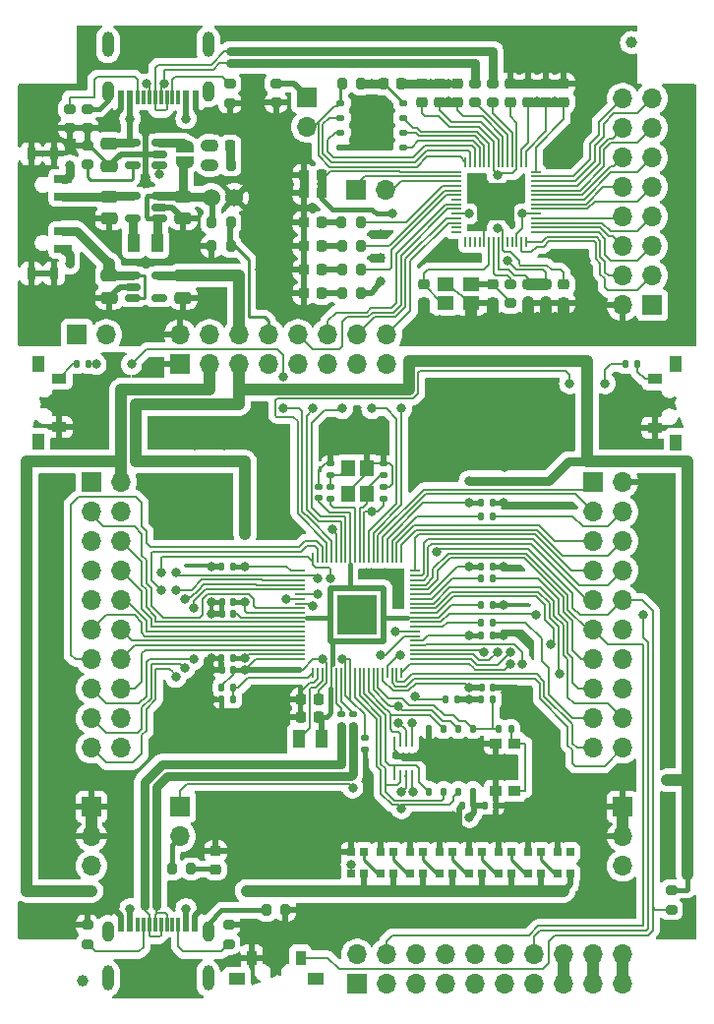
<source format=gbr>
G04 #@! TF.GenerationSoftware,KiCad,Pcbnew,8.0.9-8.0.9-0~ubuntu22.04.1*
G04 #@! TF.CreationDate,2025-03-27T18:50:58+01:00*
G04 #@! TF.ProjectId,rp2350b-launchpad-PCB,72703233-3530-4622-9d6c-61756e636870,rev?*
G04 #@! TF.SameCoordinates,Original*
G04 #@! TF.FileFunction,Copper,L1,Top*
G04 #@! TF.FilePolarity,Positive*
%FSLAX46Y46*%
G04 Gerber Fmt 4.6, Leading zero omitted, Abs format (unit mm)*
G04 Created by KiCad (PCBNEW 8.0.9-8.0.9-0~ubuntu22.04.1) date 2025-03-27 18:50:58*
%MOMM*%
%LPD*%
G01*
G04 APERTURE LIST*
G04 Aperture macros list*
%AMRoundRect*
0 Rectangle with rounded corners*
0 $1 Rounding radius*
0 $2 $3 $4 $5 $6 $7 $8 $9 X,Y pos of 4 corners*
0 Add a 4 corners polygon primitive as box body*
4,1,4,$2,$3,$4,$5,$6,$7,$8,$9,$2,$3,0*
0 Add four circle primitives for the rounded corners*
1,1,$1+$1,$2,$3*
1,1,$1+$1,$4,$5*
1,1,$1+$1,$6,$7*
1,1,$1+$1,$8,$9*
0 Add four rect primitives between the rounded corners*
20,1,$1+$1,$2,$3,$4,$5,0*
20,1,$1+$1,$4,$5,$6,$7,0*
20,1,$1+$1,$6,$7,$8,$9,0*
20,1,$1+$1,$8,$9,$2,$3,0*%
%AMFreePoly0*
4,1,19,0.500000,-0.750000,0.000000,-0.750000,0.000000,-0.744911,-0.071157,-0.744911,-0.207708,-0.704816,-0.327430,-0.627875,-0.420627,-0.520320,-0.479746,-0.390866,-0.500000,-0.250000,-0.500000,0.250000,-0.479746,0.390866,-0.420627,0.520320,-0.327430,0.627875,-0.207708,0.704816,-0.071157,0.744911,0.000000,0.744911,0.000000,0.750000,0.500000,0.750000,0.500000,-0.750000,0.500000,-0.750000,
$1*%
%AMFreePoly1*
4,1,19,0.000000,0.744911,0.071157,0.744911,0.207708,0.704816,0.327430,0.627875,0.420627,0.520320,0.479746,0.390866,0.500000,0.250000,0.500000,-0.250000,0.479746,-0.390866,0.420627,-0.520320,0.327430,-0.627875,0.207708,-0.704816,0.071157,-0.744911,0.000000,-0.744911,0.000000,-0.750000,-0.500000,-0.750000,-0.500000,0.750000,0.000000,0.750000,0.000000,0.744911,0.000000,0.744911,
$1*%
G04 Aperture macros list end*
G04 #@! TA.AperFunction,SMDPad,CuDef*
%ADD10RoundRect,0.140000X0.140000X0.170000X-0.140000X0.170000X-0.140000X-0.170000X0.140000X-0.170000X0*%
G04 #@! TD*
G04 #@! TA.AperFunction,SMDPad,CuDef*
%ADD11RoundRect,0.250000X0.475000X-0.250000X0.475000X0.250000X-0.475000X0.250000X-0.475000X-0.250000X0*%
G04 #@! TD*
G04 #@! TA.AperFunction,SMDPad,CuDef*
%ADD12RoundRect,0.225000X0.250000X-0.225000X0.250000X0.225000X-0.250000X0.225000X-0.250000X-0.225000X0*%
G04 #@! TD*
G04 #@! TA.AperFunction,SMDPad,CuDef*
%ADD13RoundRect,0.225000X-0.250000X0.225000X-0.250000X-0.225000X0.250000X-0.225000X0.250000X0.225000X0*%
G04 #@! TD*
G04 #@! TA.AperFunction,SMDPad,CuDef*
%ADD14RoundRect,0.225000X0.225000X0.250000X-0.225000X0.250000X-0.225000X-0.250000X0.225000X-0.250000X0*%
G04 #@! TD*
G04 #@! TA.AperFunction,SMDPad,CuDef*
%ADD15RoundRect,0.218750X0.218750X0.256250X-0.218750X0.256250X-0.218750X-0.256250X0.218750X-0.256250X0*%
G04 #@! TD*
G04 #@! TA.AperFunction,SMDPad,CuDef*
%ADD16RoundRect,0.218750X-0.218750X-0.256250X0.218750X-0.256250X0.218750X0.256250X-0.218750X0.256250X0*%
G04 #@! TD*
G04 #@! TA.AperFunction,ComponentPad*
%ADD17R,1.700000X1.700000*%
G04 #@! TD*
G04 #@! TA.AperFunction,ComponentPad*
%ADD18O,1.700000X1.700000*%
G04 #@! TD*
G04 #@! TA.AperFunction,SMDPad,CuDef*
%ADD19FreePoly0,270.000000*%
G04 #@! TD*
G04 #@! TA.AperFunction,SMDPad,CuDef*
%ADD20FreePoly1,270.000000*%
G04 #@! TD*
G04 #@! TA.AperFunction,SMDPad,CuDef*
%ADD21R,1.000000X1.600000*%
G04 #@! TD*
G04 #@! TA.AperFunction,SMDPad,CuDef*
%ADD22RoundRect,0.135000X-0.135000X-0.185000X0.135000X-0.185000X0.135000X0.185000X-0.135000X0.185000X0*%
G04 #@! TD*
G04 #@! TA.AperFunction,SMDPad,CuDef*
%ADD23RoundRect,0.200000X0.200000X0.275000X-0.200000X0.275000X-0.200000X-0.275000X0.200000X-0.275000X0*%
G04 #@! TD*
G04 #@! TA.AperFunction,SMDPad,CuDef*
%ADD24RoundRect,0.200000X-0.200000X-0.275000X0.200000X-0.275000X0.200000X0.275000X-0.200000X0.275000X0*%
G04 #@! TD*
G04 #@! TA.AperFunction,SMDPad,CuDef*
%ADD25RoundRect,0.200000X-0.275000X0.200000X-0.275000X-0.200000X0.275000X-0.200000X0.275000X0.200000X0*%
G04 #@! TD*
G04 #@! TA.AperFunction,SMDPad,CuDef*
%ADD26RoundRect,0.200000X0.275000X-0.200000X0.275000X0.200000X-0.275000X0.200000X-0.275000X-0.200000X0*%
G04 #@! TD*
G04 #@! TA.AperFunction,SMDPad,CuDef*
%ADD27R,0.900000X1.300000*%
G04 #@! TD*
G04 #@! TA.AperFunction,SMDPad,CuDef*
%ADD28R,1.450000X1.000000*%
G04 #@! TD*
G04 #@! TA.AperFunction,SMDPad,CuDef*
%ADD29RoundRect,0.150000X0.512500X0.150000X-0.512500X0.150000X-0.512500X-0.150000X0.512500X-0.150000X0*%
G04 #@! TD*
G04 #@! TA.AperFunction,SMDPad,CuDef*
%ADD30R,1.400000X1.200000*%
G04 #@! TD*
G04 #@! TA.AperFunction,SMDPad,CuDef*
%ADD31RoundRect,0.125000X-0.250000X-0.125000X0.250000X-0.125000X0.250000X0.125000X-0.250000X0.125000X0*%
G04 #@! TD*
G04 #@! TA.AperFunction,HeatsinkPad*
%ADD32R,3.400000X4.300000*%
G04 #@! TD*
G04 #@! TA.AperFunction,SMDPad,CuDef*
%ADD33RoundRect,0.050000X-0.387500X-0.050000X0.387500X-0.050000X0.387500X0.050000X-0.387500X0.050000X0*%
G04 #@! TD*
G04 #@! TA.AperFunction,SMDPad,CuDef*
%ADD34RoundRect,0.050000X-0.050000X-0.387500X0.050000X-0.387500X0.050000X0.387500X-0.050000X0.387500X0*%
G04 #@! TD*
G04 #@! TA.AperFunction,HeatsinkPad*
%ADD35R,3.200000X3.200000*%
G04 #@! TD*
G04 #@! TA.AperFunction,SMDPad,CuDef*
%ADD36RoundRect,0.225000X-0.225000X-0.250000X0.225000X-0.250000X0.225000X0.250000X-0.225000X0.250000X0*%
G04 #@! TD*
G04 #@! TA.AperFunction,SMDPad,CuDef*
%ADD37RoundRect,0.150000X-0.512500X-0.150000X0.512500X-0.150000X0.512500X0.150000X-0.512500X0.150000X0*%
G04 #@! TD*
G04 #@! TA.AperFunction,SMDPad,CuDef*
%ADD38C,1.000000*%
G04 #@! TD*
G04 #@! TA.AperFunction,SMDPad,CuDef*
%ADD39R,0.700000X0.700000*%
G04 #@! TD*
G04 #@! TA.AperFunction,SMDPad,CuDef*
%ADD40R,1.000000X0.900000*%
G04 #@! TD*
G04 #@! TA.AperFunction,SMDPad,CuDef*
%ADD41R,1.500000X0.700000*%
G04 #@! TD*
G04 #@! TA.AperFunction,SMDPad,CuDef*
%ADD42R,0.800000X1.000000*%
G04 #@! TD*
G04 #@! TA.AperFunction,SMDPad,CuDef*
%ADD43RoundRect,0.140000X-0.140000X-0.170000X0.140000X-0.170000X0.140000X0.170000X-0.140000X0.170000X0*%
G04 #@! TD*
G04 #@! TA.AperFunction,SMDPad,CuDef*
%ADD44RoundRect,0.062500X-0.062500X0.387500X-0.062500X-0.387500X0.062500X-0.387500X0.062500X0.387500X0*%
G04 #@! TD*
G04 #@! TA.AperFunction,HeatsinkPad*
%ADD45R,1.600000X0.200000*%
G04 #@! TD*
G04 #@! TA.AperFunction,SMDPad,CuDef*
%ADD46RoundRect,0.135000X-0.185000X0.135000X-0.185000X-0.135000X0.185000X-0.135000X0.185000X0.135000X0*%
G04 #@! TD*
G04 #@! TA.AperFunction,SMDPad,CuDef*
%ADD47RoundRect,0.140000X0.170000X-0.140000X0.170000X0.140000X-0.170000X0.140000X-0.170000X-0.140000X0*%
G04 #@! TD*
G04 #@! TA.AperFunction,SMDPad,CuDef*
%ADD48RoundRect,0.140000X-0.170000X0.140000X-0.170000X-0.140000X0.170000X-0.140000X0.170000X0.140000X0*%
G04 #@! TD*
G04 #@! TA.AperFunction,SMDPad,CuDef*
%ADD49R,0.600000X1.150000*%
G04 #@! TD*
G04 #@! TA.AperFunction,SMDPad,CuDef*
%ADD50R,0.300000X1.150000*%
G04 #@! TD*
G04 #@! TA.AperFunction,ComponentPad*
%ADD51O,1.000000X1.800000*%
G04 #@! TD*
G04 #@! TA.AperFunction,ComponentPad*
%ADD52O,1.000000X2.200000*%
G04 #@! TD*
G04 #@! TA.AperFunction,SMDPad,CuDef*
%ADD53R,1.300000X0.900000*%
G04 #@! TD*
G04 #@! TA.AperFunction,SMDPad,CuDef*
%ADD54R,1.000000X1.450000*%
G04 #@! TD*
G04 #@! TA.AperFunction,SMDPad,CuDef*
%ADD55RoundRect,0.135000X0.135000X0.185000X-0.135000X0.185000X-0.135000X-0.185000X0.135000X-0.185000X0*%
G04 #@! TD*
G04 #@! TA.AperFunction,SMDPad,CuDef*
%ADD56RoundRect,0.218750X-0.256250X0.218750X-0.256250X-0.218750X0.256250X-0.218750X0.256250X0.218750X0*%
G04 #@! TD*
G04 #@! TA.AperFunction,SMDPad,CuDef*
%ADD57RoundRect,0.125000X-0.125000X0.250000X-0.125000X-0.250000X0.125000X-0.250000X0.125000X0.250000X0*%
G04 #@! TD*
G04 #@! TA.AperFunction,HeatsinkPad*
%ADD58R,4.300000X3.400000*%
G04 #@! TD*
G04 #@! TA.AperFunction,SMDPad,CuDef*
%ADD59R,1.200000X1.400000*%
G04 #@! TD*
G04 #@! TA.AperFunction,SMDPad,CuDef*
%ADD60RoundRect,0.050000X0.350000X0.050000X-0.350000X0.050000X-0.350000X-0.050000X0.350000X-0.050000X0*%
G04 #@! TD*
G04 #@! TA.AperFunction,SMDPad,CuDef*
%ADD61RoundRect,0.050000X0.050000X0.350000X-0.050000X0.350000X-0.050000X-0.350000X0.050000X-0.350000X0*%
G04 #@! TD*
G04 #@! TA.AperFunction,HeatsinkPad*
%ADD62C,0.500000*%
G04 #@! TD*
G04 #@! TA.AperFunction,HeatsinkPad*
%ADD63R,3.400000X3.400000*%
G04 #@! TD*
G04 #@! TA.AperFunction,ComponentPad*
%ADD64C,1.524000*%
G04 #@! TD*
G04 #@! TA.AperFunction,ViaPad*
%ADD65C,0.800000*%
G04 #@! TD*
G04 #@! TA.AperFunction,Conductor*
%ADD66C,0.500000*%
G04 #@! TD*
G04 #@! TA.AperFunction,Conductor*
%ADD67C,1.000000*%
G04 #@! TD*
G04 #@! TA.AperFunction,Conductor*
%ADD68C,0.400000*%
G04 #@! TD*
G04 #@! TA.AperFunction,Conductor*
%ADD69C,0.200000*%
G04 #@! TD*
G04 #@! TA.AperFunction,Conductor*
%ADD70C,0.250000*%
G04 #@! TD*
G04 #@! TA.AperFunction,Conductor*
%ADD71C,0.800000*%
G04 #@! TD*
G04 APERTURE END LIST*
D10*
X149729000Y-134493000D03*
X148769000Y-134493000D03*
D11*
X118364000Y-79436000D03*
X118364000Y-77536000D03*
X124714000Y-83959500D03*
X124714000Y-82059500D03*
X118364000Y-90787500D03*
X118364000Y-88887500D03*
X124714000Y-90787500D03*
X124714000Y-88887500D03*
D12*
X145415000Y-91224500D03*
X145415000Y-89674500D03*
X151384000Y-91224500D03*
X151384000Y-89674500D03*
D13*
X157480000Y-89674500D03*
X157480000Y-91224500D03*
D12*
X145288000Y-73952500D03*
X145288000Y-72402500D03*
X154432000Y-73952500D03*
X154432000Y-72402500D03*
X155956000Y-73952500D03*
X155956000Y-72402500D03*
D14*
X136639500Y-80264000D03*
X135089500Y-80264000D03*
D13*
X154432000Y-89674500D03*
X154432000Y-91224500D03*
D12*
X157480000Y-73952500D03*
X157480000Y-72402500D03*
D15*
X128778000Y-77724000D03*
X127203000Y-77724000D03*
D16*
X135077000Y-90424000D03*
X136652000Y-90424000D03*
X135077000Y-84328000D03*
X136652000Y-84328000D03*
X135077000Y-86360000D03*
X136652000Y-86360000D03*
X135077000Y-88392000D03*
X136652000Y-88392000D03*
D17*
X116840000Y-106680000D03*
D18*
X119380000Y-106680000D03*
X116840000Y-109220000D03*
X119380000Y-109220000D03*
X116840000Y-111760000D03*
X119380000Y-111760000D03*
X116840000Y-114300000D03*
X119380000Y-114300000D03*
X116840000Y-116840000D03*
X119380000Y-116840000D03*
X116840000Y-119380000D03*
X119380000Y-119380000D03*
X116840000Y-121920000D03*
X119380000Y-121920000D03*
X116840000Y-124460000D03*
X119380000Y-124460000D03*
X116840000Y-127000000D03*
X119380000Y-127000000D03*
X116840000Y-129540000D03*
X119380000Y-129540000D03*
D17*
X116840000Y-134620000D03*
D18*
X116840000Y-137160000D03*
X116840000Y-139700000D03*
D17*
X139700000Y-149860000D03*
D18*
X139700000Y-147320000D03*
X142240000Y-149860000D03*
X142240000Y-147320000D03*
X144780000Y-149860000D03*
X144780000Y-147320000D03*
X147320000Y-149860000D03*
X147320000Y-147320000D03*
X149860000Y-149860000D03*
X149860000Y-147320000D03*
X152400000Y-149860000D03*
X152400000Y-147320000D03*
X154940000Y-149860000D03*
X154940000Y-147320000D03*
X157480000Y-149860000D03*
X157480000Y-147320000D03*
X160020000Y-149860000D03*
X160020000Y-147320000D03*
X162560000Y-149860000D03*
X162560000Y-147320000D03*
D17*
X160020000Y-106680000D03*
D18*
X162560000Y-106680000D03*
X160020000Y-109220000D03*
X162560000Y-109220000D03*
X160020000Y-111760000D03*
X162560000Y-111760000D03*
X160020000Y-114300000D03*
X162560000Y-114300000D03*
X160020000Y-116840000D03*
X162560000Y-116840000D03*
X160020000Y-119380000D03*
X162560000Y-119380000D03*
X160020000Y-121920000D03*
X162560000Y-121920000D03*
X160020000Y-124460000D03*
X162560000Y-124460000D03*
X160020000Y-127000000D03*
X162560000Y-127000000D03*
X160020000Y-129540000D03*
X162560000Y-129540000D03*
D17*
X162560000Y-134620000D03*
D18*
X162560000Y-137160000D03*
X162560000Y-139700000D03*
D19*
X124841000Y-77821000D03*
D20*
X124841000Y-79121000D03*
D17*
X135382000Y-73533000D03*
D18*
X135382000Y-76073000D03*
D17*
X165100000Y-91440000D03*
D18*
X162560000Y-91440000D03*
X165100000Y-88900000D03*
X162560000Y-88900000D03*
X165100000Y-86360000D03*
X162560000Y-86360000D03*
X165100000Y-83820000D03*
X162560000Y-83820000D03*
X165100000Y-81280000D03*
X162560000Y-81280000D03*
X165100000Y-78740000D03*
X162560000Y-78740000D03*
X165100000Y-76200000D03*
X162560000Y-76200000D03*
X165100000Y-73660000D03*
X162560000Y-73660000D03*
D21*
X122480000Y-86106000D03*
X120480000Y-86106000D03*
D22*
X151916000Y-127889000D03*
X152936000Y-127889000D03*
X150366000Y-125349000D03*
X151386000Y-125349000D03*
D23*
X128815500Y-79375000D03*
X127165500Y-79375000D03*
D24*
X127165500Y-84328000D03*
X128815500Y-84328000D03*
D23*
X128815500Y-86360000D03*
X127165500Y-86360000D03*
X140042500Y-90424000D03*
X138392500Y-90424000D03*
D25*
X132715000Y-72352500D03*
X132715000Y-74002500D03*
D26*
X151384000Y-74002500D03*
X151384000Y-72352500D03*
X149860000Y-74002500D03*
X149860000Y-72352500D03*
X152908000Y-91274500D03*
X152908000Y-89624500D03*
D23*
X140042500Y-72390000D03*
X138392500Y-72390000D03*
X140042500Y-86360000D03*
X138392500Y-86360000D03*
X140042500Y-88392000D03*
X138392500Y-88392000D03*
D27*
X134822000Y-147594000D03*
X130622000Y-147594000D03*
D28*
X129347000Y-149394000D03*
X136097000Y-149394000D03*
D29*
X122633500Y-83947000D03*
X122633500Y-82997000D03*
X122633500Y-82047000D03*
X120358500Y-82047000D03*
X120358500Y-83947000D03*
D30*
X147279000Y-91248500D03*
X149479000Y-91248500D03*
X149479000Y-89648500D03*
X147279000Y-89648500D03*
D31*
X138270000Y-74041000D03*
X138270000Y-75311000D03*
X138270000Y-76581000D03*
X138270000Y-77851000D03*
X143670000Y-77851000D03*
X143670000Y-76581000D03*
X143670000Y-75311000D03*
X143670000Y-74041000D03*
D32*
X140970000Y-75946000D03*
D17*
X139573000Y-81534000D03*
D18*
X142113000Y-81534000D03*
D33*
X148200500Y-79950000D03*
X148200500Y-80350000D03*
X148200500Y-80750000D03*
X148200500Y-81150000D03*
X148200500Y-81550000D03*
X148200500Y-81950000D03*
X148200500Y-82350000D03*
X148200500Y-82750000D03*
X148200500Y-83150000D03*
X148200500Y-83550000D03*
X148200500Y-83950000D03*
X148200500Y-84350000D03*
X148200500Y-84750000D03*
X148200500Y-85150000D03*
D34*
X149038000Y-85987500D03*
X149438000Y-85987500D03*
X149838000Y-85987500D03*
X150238000Y-85987500D03*
X150638000Y-85987500D03*
X151038000Y-85987500D03*
X151438000Y-85987500D03*
X151838000Y-85987500D03*
X152238000Y-85987500D03*
X152638000Y-85987500D03*
X153038000Y-85987500D03*
X153438000Y-85987500D03*
X153838000Y-85987500D03*
X154238000Y-85987500D03*
D33*
X155075500Y-85150000D03*
X155075500Y-84750000D03*
X155075500Y-84350000D03*
X155075500Y-83950000D03*
X155075500Y-83550000D03*
X155075500Y-83150000D03*
X155075500Y-82750000D03*
X155075500Y-82350000D03*
X155075500Y-81950000D03*
X155075500Y-81550000D03*
X155075500Y-81150000D03*
X155075500Y-80750000D03*
X155075500Y-80350000D03*
X155075500Y-79950000D03*
D34*
X154238000Y-79112500D03*
X153838000Y-79112500D03*
X153438000Y-79112500D03*
X153038000Y-79112500D03*
X152638000Y-79112500D03*
X152238000Y-79112500D03*
X151838000Y-79112500D03*
X151438000Y-79112500D03*
X151038000Y-79112500D03*
X150638000Y-79112500D03*
X150238000Y-79112500D03*
X149838000Y-79112500D03*
X149438000Y-79112500D03*
X149038000Y-79112500D03*
D35*
X151638000Y-82550000D03*
D12*
X152908000Y-73952500D03*
X152908000Y-72402500D03*
X148336000Y-73952500D03*
X148336000Y-72402500D03*
X146812000Y-73952500D03*
X146812000Y-72402500D03*
D13*
X155956000Y-89674500D03*
X155956000Y-91224500D03*
D14*
X136639500Y-81788000D03*
X135089500Y-81788000D03*
D17*
X124460000Y-96520000D03*
D18*
X124460000Y-93980000D03*
X127000000Y-96520000D03*
X127000000Y-93980000D03*
X129540000Y-96520000D03*
X129540000Y-93980000D03*
X132080000Y-96520000D03*
X132080000Y-93980000D03*
X134620000Y-96520000D03*
X134620000Y-93980000D03*
X137160000Y-96520000D03*
X137160000Y-93980000D03*
X139700000Y-96520000D03*
X139700000Y-93980000D03*
X142240000Y-96520000D03*
X142240000Y-93980000D03*
D36*
X141947500Y-72390000D03*
X143497500Y-72390000D03*
D37*
X120358500Y-88900000D03*
X120358500Y-89850000D03*
X120358500Y-90800000D03*
X122633500Y-90800000D03*
X122633500Y-88900000D03*
D29*
X122633500Y-79370000D03*
X122633500Y-78420000D03*
X122633500Y-77470000D03*
X120358500Y-77470000D03*
X120358500Y-79370000D03*
D26*
X116459000Y-79311000D03*
X116459000Y-77661000D03*
D38*
X116078000Y-149606000D03*
D39*
X142790000Y-138526000D03*
X141690000Y-138526000D03*
X141690000Y-140356000D03*
X142790000Y-140356000D03*
X145330000Y-138526000D03*
X144230000Y-138526000D03*
X144230000Y-140356000D03*
X145330000Y-140356000D03*
X147870000Y-138526000D03*
X146770000Y-138526000D03*
X146770000Y-140356000D03*
X147870000Y-140356000D03*
X150410000Y-138526000D03*
X149310000Y-138526000D03*
X149310000Y-140356000D03*
X150410000Y-140356000D03*
X152950000Y-138526000D03*
X151850000Y-138526000D03*
X151850000Y-140356000D03*
X152950000Y-140356000D03*
X155490000Y-138526000D03*
X154390000Y-138526000D03*
X154390000Y-140356000D03*
X155490000Y-140356000D03*
X158030000Y-138526000D03*
X156930000Y-138526000D03*
X156930000Y-140356000D03*
X158030000Y-140356000D03*
X140250000Y-138526000D03*
X139150000Y-138526000D03*
X139150000Y-140356000D03*
X140250000Y-140356000D03*
D40*
X153224000Y-129141000D03*
X153224000Y-133241000D03*
X151624000Y-129141000D03*
X151624000Y-133241000D03*
D38*
X163322000Y-68834000D03*
D11*
X118364000Y-83959500D03*
X118364000Y-82059500D03*
D41*
X114399000Y-80566000D03*
X114399000Y-82066000D03*
X114399000Y-85066000D03*
X114399000Y-86566000D03*
D42*
X113599000Y-78416000D03*
X111649000Y-78416000D03*
X113599000Y-88716000D03*
X111649000Y-88716000D03*
D36*
X134861000Y-125349000D03*
X136411000Y-125349000D03*
D43*
X150650000Y-134493000D03*
X151610000Y-134493000D03*
X150368000Y-119888000D03*
X151328000Y-119888000D03*
D25*
X166751000Y-141796000D03*
X166751000Y-143446000D03*
X116459000Y-74549000D03*
X116459000Y-76199000D03*
X116459000Y-144780000D03*
X116459000Y-146430000D03*
D24*
X131890000Y-143510000D03*
X133540000Y-143510000D03*
D10*
X128976000Y-113919000D03*
X128016000Y-113919000D03*
D44*
X144399000Y-129032000D03*
X143899000Y-129032000D03*
X143399000Y-129032000D03*
X142899000Y-129032000D03*
X142899000Y-131882000D03*
X143399000Y-131882000D03*
X143899000Y-131882000D03*
X144399000Y-131882000D03*
D45*
X143649000Y-130457000D03*
D10*
X128976000Y-121793000D03*
X128016000Y-121793000D03*
D36*
X134861000Y-126873000D03*
X136411000Y-126873000D03*
D22*
X150366000Y-109601000D03*
X151386000Y-109601000D03*
D46*
X138303000Y-126615000D03*
X138303000Y-127635000D03*
D21*
X136652000Y-128778000D03*
X134652000Y-128778000D03*
D25*
X114935000Y-74550000D03*
X114935000Y-76200000D03*
D23*
X140017000Y-84328000D03*
X138367000Y-84328000D03*
D47*
X136398000Y-108049000D03*
X136398000Y-107089000D03*
D43*
X150368000Y-117221000D03*
X151328000Y-117221000D03*
D48*
X137414000Y-105085000D03*
X137414000Y-106045000D03*
X140335000Y-128707000D03*
X140335000Y-129667000D03*
D49*
X119355000Y-144780000D03*
X120155000Y-144780000D03*
D50*
X120805000Y-144780000D03*
X121305000Y-144780000D03*
X121805000Y-144780000D03*
X122305000Y-144780000D03*
X122805000Y-144780000D03*
X123305000Y-144780000D03*
X123805000Y-144780000D03*
X124305000Y-144780000D03*
D49*
X124955000Y-144780000D03*
X125755000Y-144780000D03*
D51*
X118235000Y-145355000D03*
D52*
X118235000Y-149355000D03*
D51*
X126875000Y-145355000D03*
D52*
X126875000Y-149355000D03*
D22*
X162812000Y-96520000D03*
X163832000Y-96520000D03*
D24*
X123762000Y-139954000D03*
X125412000Y-139954000D03*
D46*
X137414000Y-107087000D03*
X137414000Y-108107000D03*
D10*
X129004000Y-116967000D03*
X128044000Y-116967000D03*
D22*
X150368000Y-114935000D03*
X151388000Y-114935000D03*
D17*
X124460000Y-134620000D03*
D18*
X124460000Y-137160000D03*
D46*
X139319000Y-126617000D03*
X139319000Y-127637000D03*
D43*
X150368000Y-108458000D03*
X151328000Y-108458000D03*
D10*
X129000000Y-125349000D03*
X128040000Y-125349000D03*
D17*
X115570000Y-93980000D03*
D18*
X118110000Y-93980000D03*
D26*
X128651000Y-146430000D03*
X128651000Y-144780000D03*
D22*
X150366000Y-118745000D03*
X151386000Y-118745000D03*
D53*
X114026000Y-101929000D03*
X114026000Y-97729000D03*
D54*
X112226000Y-96454000D03*
X112226000Y-103204000D03*
D48*
X141986000Y-105085000D03*
X141986000Y-106045000D03*
D26*
X128740000Y-74030000D03*
X128740000Y-72380000D03*
D55*
X129032000Y-124333000D03*
X128012000Y-124333000D03*
D53*
X165340000Y-97780000D03*
X165340000Y-101980000D03*
D54*
X167140000Y-103255000D03*
X167140000Y-96505000D03*
D56*
X127508000Y-138430000D03*
X127508000Y-140005000D03*
D10*
X129004000Y-117983000D03*
X128044000Y-117983000D03*
D47*
X141986000Y-108077000D03*
X141986000Y-107117000D03*
D57*
X149674000Y-127895000D03*
X148404000Y-127895000D03*
X147134000Y-127895000D03*
X145864000Y-127895000D03*
X145864000Y-133295000D03*
X147134000Y-133295000D03*
X148404000Y-133295000D03*
X149674000Y-133295000D03*
D58*
X147769000Y-130595000D03*
D43*
X150368000Y-113919000D03*
X151328000Y-113919000D03*
D55*
X116590000Y-96520000D03*
X115570000Y-96520000D03*
D43*
X150396000Y-124333000D03*
X151356000Y-124333000D03*
D49*
X125757000Y-73589000D03*
X124957000Y-73589000D03*
D50*
X124307000Y-73589000D03*
X123807000Y-73589000D03*
X123307000Y-73589000D03*
X122807000Y-73589000D03*
X122307000Y-73589000D03*
X121807000Y-73589000D03*
X121307000Y-73589000D03*
X120807000Y-73589000D03*
D49*
X120157000Y-73589000D03*
X119357000Y-73589000D03*
D51*
X126877000Y-73014000D03*
D52*
X126877000Y-69014000D03*
D51*
X118237000Y-73014000D03*
D52*
X118237000Y-69014000D03*
D55*
X148338000Y-125349000D03*
X147318000Y-125349000D03*
D59*
X140500000Y-107681000D03*
X140500000Y-105481000D03*
X138900000Y-105481000D03*
X138900000Y-107681000D03*
D10*
X129004000Y-122809000D03*
X128044000Y-122809000D03*
D60*
X144650000Y-121910000D03*
X144650000Y-121510000D03*
X144650000Y-121110000D03*
X144650000Y-120710000D03*
X144650000Y-120310000D03*
X144650000Y-119910000D03*
X144650000Y-119510000D03*
X144650000Y-119110000D03*
X144650000Y-118710000D03*
X144650000Y-118310000D03*
X144650000Y-117910000D03*
X144650000Y-117510000D03*
X144650000Y-117110000D03*
X144650000Y-116710000D03*
X144650000Y-116310000D03*
X144650000Y-115910000D03*
X144650000Y-115510000D03*
X144650000Y-115110000D03*
X144650000Y-114710000D03*
X144650000Y-114310000D03*
D61*
X143500000Y-113160000D03*
X143100000Y-113160000D03*
X142700000Y-113160000D03*
X142300000Y-113160000D03*
X141900000Y-113160000D03*
X141500000Y-113160000D03*
X141100000Y-113160000D03*
X140700000Y-113160000D03*
X140300000Y-113160000D03*
X139900000Y-113160000D03*
X139500000Y-113160000D03*
X139100000Y-113160000D03*
X138700000Y-113160000D03*
X138300000Y-113160000D03*
X137900000Y-113160000D03*
X137500000Y-113160000D03*
X137100000Y-113160000D03*
X136700000Y-113160000D03*
X136300000Y-113160000D03*
X135900000Y-113160000D03*
D60*
X134750000Y-114310000D03*
X134750000Y-114710000D03*
X134750000Y-115110000D03*
X134750000Y-115510000D03*
X134750000Y-115910000D03*
X134750000Y-116310000D03*
X134750000Y-116710000D03*
X134750000Y-117110000D03*
X134750000Y-117510000D03*
X134750000Y-117910000D03*
X134750000Y-118310000D03*
X134750000Y-118710000D03*
X134750000Y-119110000D03*
X134750000Y-119510000D03*
X134750000Y-119910000D03*
X134750000Y-120310000D03*
X134750000Y-120710000D03*
X134750000Y-121110000D03*
X134750000Y-121510000D03*
X134750000Y-121910000D03*
D61*
X135900000Y-123060000D03*
X136300000Y-123060000D03*
X136700000Y-123060000D03*
X137100000Y-123060000D03*
X137500000Y-123060000D03*
X137900000Y-123060000D03*
X138300000Y-123060000D03*
X138700000Y-123060000D03*
X139100000Y-123060000D03*
X139500000Y-123060000D03*
X139900000Y-123060000D03*
X140300000Y-123060000D03*
X140700000Y-123060000D03*
X141100000Y-123060000D03*
X141500000Y-123060000D03*
X141900000Y-123060000D03*
X142300000Y-123060000D03*
X142700000Y-123060000D03*
X143100000Y-123060000D03*
X143500000Y-123060000D03*
D62*
X141150000Y-119560000D03*
X141150000Y-118110000D03*
X141150000Y-116660000D03*
X139700000Y-119560000D03*
X139700000Y-118110000D03*
D63*
X139700000Y-118110000D03*
D62*
X139700000Y-116660000D03*
X138250000Y-119560000D03*
X138250000Y-118110000D03*
X138250000Y-116660000D03*
D64*
X129127000Y-82169000D03*
X127127000Y-82169000D03*
D65*
X130175000Y-141859000D03*
X155575000Y-141859000D03*
X116840000Y-141859000D03*
X119380000Y-139700000D03*
X132080000Y-109220000D03*
X113665000Y-128270000D03*
X152400000Y-105410000D03*
X152400000Y-103632000D03*
X147808000Y-130589000D03*
X129540000Y-134620000D03*
X116840000Y-102235000D03*
X166370000Y-118110000D03*
X127127000Y-113919000D03*
X166370000Y-113030000D03*
X152273000Y-108458000D03*
X154940000Y-102108000D03*
X148590000Y-144145000D03*
X120015000Y-149225000D03*
X116840000Y-99695000D03*
X125730000Y-103505000D03*
X152273000Y-119888000D03*
X124460000Y-127000000D03*
X134620000Y-134620000D03*
X156210000Y-137160000D03*
X127000000Y-111125000D03*
X148590000Y-137160000D03*
X166370000Y-123190000D03*
X119380000Y-134620000D03*
X132080000Y-137160000D03*
X132080000Y-111125000D03*
X150876000Y-98933000D03*
X162560000Y-102235000D03*
X166370000Y-135890000D03*
X119380000Y-137160000D03*
X129540000Y-139700000D03*
X129540000Y-127000000D03*
X132080000Y-139700000D03*
X155321000Y-100457000D03*
X127127000Y-117983000D03*
X113665000Y-115570000D03*
X113665000Y-118110000D03*
X113665000Y-113030000D03*
X153162000Y-130556000D03*
X127123000Y-125349000D03*
X143129000Y-114935000D03*
X127127000Y-121810000D03*
X130810000Y-103505000D03*
X149479000Y-100457000D03*
X127000000Y-127000000D03*
X168148000Y-145542000D03*
X140970000Y-102870000D03*
X122555000Y-149225000D03*
X143510000Y-137160000D03*
X162560000Y-99695000D03*
X151384000Y-104648000D03*
X113665000Y-120650000D03*
X153543000Y-104648000D03*
X129540000Y-129540000D03*
X153162000Y-131699000D03*
X153289000Y-102108000D03*
X132080000Y-134620000D03*
X132080000Y-106680000D03*
X134620000Y-139700000D03*
X149860000Y-102108000D03*
X150495000Y-103505000D03*
X166370000Y-120650000D03*
X113665000Y-110490000D03*
X153924000Y-126365000D03*
X153670000Y-137160000D03*
X113665000Y-125730000D03*
X125095000Y-149225000D03*
X113665000Y-130810000D03*
X146050000Y-144145000D03*
X152273000Y-113919000D03*
X150876000Y-100457000D03*
X153924000Y-100457000D03*
X127127000Y-116967000D03*
X152273000Y-117221000D03*
X134620000Y-137160000D03*
X138430000Y-102870000D03*
X166370000Y-125730000D03*
X166370000Y-128270000D03*
X152400000Y-100457000D03*
X137160000Y-137160000D03*
X153797000Y-99060000D03*
X146050000Y-137160000D03*
X166370000Y-130810000D03*
X154305000Y-103505000D03*
X128270000Y-103505000D03*
X137160000Y-134620000D03*
X158750000Y-137160000D03*
X113126000Y-99829000D03*
X124460000Y-129540000D03*
X127127000Y-122809000D03*
X127000000Y-106680000D03*
X166370000Y-110490000D03*
X127000000Y-129540000D03*
X127000000Y-109220000D03*
X151511000Y-102108000D03*
X166370000Y-138430000D03*
X147574000Y-72390000D03*
X111760000Y-75438000D03*
X159385000Y-92710000D03*
X125730000Y-86360000D03*
X159385000Y-71120000D03*
X121920000Y-93980000D03*
X131318000Y-77216000D03*
X167640000Y-90170000D03*
X116459000Y-67945000D03*
X121488200Y-78435200D03*
X131318000Y-88392000D03*
X129032000Y-67945000D03*
X131318000Y-86360000D03*
X151765000Y-67945000D03*
X159385000Y-67945000D03*
X153035000Y-81280000D03*
X159385000Y-72390000D03*
X120650000Y-69215000D03*
X131318000Y-83058000D03*
X156845000Y-67945000D03*
X141732000Y-85344000D03*
X167640000Y-74930000D03*
X146812000Y-92710000D03*
X121488200Y-76606400D03*
X146494500Y-87185500D03*
X146050000Y-72390000D03*
X124460000Y-69215000D03*
X129032000Y-75438000D03*
X131318000Y-80010000D03*
X167640000Y-92710000D03*
X111760000Y-93980000D03*
X156718000Y-92710000D03*
X167640000Y-85090000D03*
X159385000Y-90170000D03*
X140970000Y-75946000D03*
X111760000Y-73660000D03*
X149606000Y-92710000D03*
X131318000Y-67945000D03*
X167640000Y-77470000D03*
X167640000Y-87630000D03*
X154305000Y-67945000D03*
X167640000Y-80010000D03*
X121488200Y-80365600D03*
X152146000Y-92710000D03*
X141732000Y-87376000D03*
X150241000Y-81280000D03*
X167640000Y-82550000D03*
X159385000Y-87630000D03*
X120650000Y-104902000D03*
X136753600Y-121920000D03*
X149352000Y-113919000D03*
X149352000Y-119888000D03*
X144550000Y-133350000D03*
X140970000Y-109220000D03*
X138455400Y-121920000D03*
X130048000Y-113919000D03*
X149352000Y-124333000D03*
X130048000Y-116967000D03*
X130048000Y-122809000D03*
X149352000Y-125349000D03*
X149352000Y-106553000D03*
X130048000Y-111125000D03*
X149352000Y-135509000D03*
X166370000Y-132334000D03*
X149352000Y-108458000D03*
X130048000Y-121810000D03*
X151765000Y-80264000D03*
X151765000Y-84836000D03*
X135890000Y-100330000D03*
X138430000Y-100330000D03*
X140970000Y-100330000D03*
X143510000Y-100330000D03*
X146515000Y-112674400D03*
X137541000Y-110744000D03*
X124079000Y-114427000D03*
X136271000Y-114935000D03*
X122809000Y-115951000D03*
X124841000Y-116713000D03*
X124841000Y-122682000D03*
X125603000Y-121920000D03*
X125603000Y-117475000D03*
X124968000Y-143383000D03*
X120142000Y-143383000D03*
X114935000Y-87884000D03*
X139192000Y-139573000D03*
X124079000Y-115951000D03*
X124079000Y-123444000D03*
X122809000Y-114427000D03*
X137414000Y-114935000D03*
X117221000Y-96520000D03*
X164338000Y-118110000D03*
X136271000Y-116332000D03*
X161036000Y-98171000D03*
X153924000Y-122301000D03*
X155067000Y-118110000D03*
X150622000Y-121288000D03*
X143002000Y-119507000D03*
X141732000Y-121539000D03*
X156337000Y-120650000D03*
X157099000Y-123190000D03*
X151765000Y-121288000D03*
X152908000Y-121288000D03*
X152908000Y-122301000D03*
X126746000Y-79375000D03*
X122682000Y-80137000D03*
X144653000Y-125095000D03*
X144399000Y-127381000D03*
X143383000Y-121539000D03*
X118364000Y-87884000D03*
X153924000Y-83566000D03*
X155194000Y-73914000D03*
X152654000Y-87630000D03*
X149352000Y-83566000D03*
X147574000Y-73914000D03*
X156718000Y-73914000D03*
X141732000Y-89408000D03*
X155194000Y-89662000D03*
X142748000Y-83566000D03*
X140970000Y-72390000D03*
X136652000Y-81026000D03*
X121539000Y-72390000D03*
X123107000Y-72390000D03*
X120142000Y-75380000D03*
X124968000Y-75380000D03*
X114935000Y-79375000D03*
X126746000Y-77724000D03*
X143256000Y-125981000D03*
X143256000Y-127381000D03*
X143510000Y-134750000D03*
X143510000Y-133350000D03*
X135890000Y-117348000D03*
X133604000Y-116713000D03*
X139319000Y-132969000D03*
X120269000Y-96520000D03*
X133350000Y-97579000D03*
X133350000Y-100330000D03*
X157988000Y-98171000D03*
D66*
X158030000Y-141309000D02*
X157480000Y-141859000D01*
X140250000Y-141817000D02*
X140208000Y-141859000D01*
X147870000Y-140356000D02*
X147870000Y-141690000D01*
D67*
X152908000Y-141859000D02*
X150368000Y-141859000D01*
X142875000Y-141859000D02*
X140208000Y-141859000D01*
D66*
X150410000Y-141817000D02*
X150368000Y-141859000D01*
D67*
X127000000Y-96520000D02*
X127000000Y-98679000D01*
D66*
X147870000Y-141690000D02*
X147701000Y-141859000D01*
X152950000Y-141817000D02*
X152908000Y-141859000D01*
X142790000Y-140356000D02*
X142790000Y-141774000D01*
D67*
X114300000Y-104902000D02*
X119380000Y-104902000D01*
X140208000Y-141859000D02*
X130175000Y-141859000D01*
X157480000Y-147320000D02*
X157480000Y-149860000D01*
X145161000Y-141859000D02*
X142875000Y-141859000D01*
X119380000Y-104902000D02*
X119380000Y-106680000D01*
D66*
X152950000Y-140356000D02*
X152950000Y-141817000D01*
D67*
X150368000Y-141859000D02*
X147701000Y-141859000D01*
D66*
X145330000Y-141690000D02*
X145161000Y-141859000D01*
D67*
X127000000Y-98679000D02*
X119380000Y-98679000D01*
X155575000Y-141859000D02*
X152908000Y-141859000D01*
D66*
X145330000Y-140356000D02*
X145330000Y-141690000D01*
D67*
X116840000Y-141859000D02*
X111252000Y-141859000D01*
D66*
X158030000Y-140356000D02*
X158030000Y-141309000D01*
X155490000Y-140356000D02*
X155490000Y-141774000D01*
D67*
X111252000Y-141859000D02*
X111252000Y-104902000D01*
X111252000Y-104902000D02*
X114300000Y-104902000D01*
D66*
X155490000Y-141774000D02*
X155575000Y-141859000D01*
D67*
X147701000Y-141859000D02*
X145161000Y-141859000D01*
D66*
X150410000Y-140356000D02*
X150410000Y-141817000D01*
X140250000Y-140356000D02*
X140250000Y-141817000D01*
D67*
X119380000Y-98679000D02*
X119380000Y-104902000D01*
X157480000Y-141859000D02*
X155575000Y-141859000D01*
D66*
X142790000Y-141774000D02*
X142875000Y-141859000D01*
D67*
X162560000Y-137160000D02*
X162560000Y-134620000D01*
D68*
X151328000Y-108458000D02*
X152273000Y-108458000D01*
D66*
X130683000Y-144780000D02*
X128651000Y-144780000D01*
D68*
X151624000Y-131699000D02*
X151624000Y-130556000D01*
D69*
X140946000Y-105085000D02*
X140550000Y-105481000D01*
X141986000Y-107117000D02*
X142438000Y-107117000D01*
X136300000Y-123060000D02*
X136300000Y-123556360D01*
D66*
X145951000Y-130457000D02*
X143649000Y-130457000D01*
X153416000Y-124333000D02*
X153924000Y-124841000D01*
D69*
X145903000Y-128684000D02*
X147808000Y-130589000D01*
X136977000Y-105085000D02*
X137414000Y-105085000D01*
X138850000Y-107681000D02*
X138850000Y-107581000D01*
X151624000Y-134479000D02*
X151610000Y-134493000D01*
D68*
X127123000Y-125349000D02*
X128040000Y-125349000D01*
D70*
X147769000Y-130595000D02*
X147802000Y-130595000D01*
D66*
X119355000Y-144780000D02*
X119355000Y-143993000D01*
X133540000Y-144717000D02*
X133477000Y-144780000D01*
D69*
X138850000Y-107581000D02*
X140550000Y-105881000D01*
D68*
X151624000Y-133241000D02*
X151624000Y-131699000D01*
D66*
X148502000Y-134760000D02*
X148769000Y-134493000D01*
X130622000Y-147594000D02*
X130622000Y-144841000D01*
D69*
X142438000Y-107117000D02*
X142710000Y-106845000D01*
X142710000Y-106845000D02*
X142710000Y-105283000D01*
X142899000Y-129707000D02*
X143649000Y-130457000D01*
D70*
X151634000Y-133251000D02*
X151624000Y-133241000D01*
D69*
X151591000Y-130589000D02*
X151624000Y-130556000D01*
D66*
X125755000Y-143993000D02*
X126492000Y-143256000D01*
D68*
X151624000Y-130556000D02*
X151624000Y-129141000D01*
D69*
X135597314Y-123933000D02*
X135363000Y-124167315D01*
X141986000Y-105085000D02*
X140946000Y-105085000D01*
X142512000Y-105085000D02*
X141986000Y-105085000D01*
D68*
X151328000Y-117221000D02*
X152273000Y-117221000D01*
D69*
X147676000Y-130457000D02*
X147808000Y-130589000D01*
D68*
X127144000Y-121793000D02*
X127127000Y-121810000D01*
D66*
X146083000Y-130589000D02*
X145923000Y-130429000D01*
X130622000Y-144841000D02*
X130683000Y-144780000D01*
D68*
X153162000Y-130556000D02*
X151624000Y-130556000D01*
D69*
X136300000Y-123556360D02*
X135923360Y-123933000D01*
D66*
X148590000Y-137160000D02*
X148502000Y-137072000D01*
D69*
X135363000Y-124167315D02*
X134861000Y-124669315D01*
X142710000Y-105283000D02*
X142512000Y-105085000D01*
X134861000Y-124669315D02*
X134861000Y-125349000D01*
D70*
X124155000Y-96215000D02*
X124460000Y-96520000D01*
D69*
X145903000Y-127889000D02*
X145903000Y-128684000D01*
D68*
X127127000Y-113919000D02*
X128016000Y-113919000D01*
D66*
X133540000Y-143510000D02*
X133540000Y-144717000D01*
X147808000Y-130589000D02*
X146083000Y-130589000D01*
X133477000Y-144780000D02*
X130683000Y-144780000D01*
X147808000Y-130589000D02*
X151591000Y-130589000D01*
D68*
X140335000Y-134620000D02*
X137160000Y-134620000D01*
X128016000Y-121793000D02*
X127144000Y-121793000D01*
D69*
X151624000Y-133241000D02*
X151624000Y-134479000D01*
D68*
X151328000Y-119888000D02*
X152273000Y-119888000D01*
D69*
X135923360Y-123933000D02*
X135597314Y-123933000D01*
D67*
X162560000Y-147320000D02*
X162560000Y-149860000D01*
D68*
X151328000Y-113919000D02*
X152273000Y-113919000D01*
X128044000Y-116967000D02*
X127127000Y-116967000D01*
D70*
X147802000Y-130595000D02*
X147808000Y-130589000D01*
D68*
X153162000Y-131699000D02*
X151624000Y-131699000D01*
X140335000Y-129667000D02*
X140335000Y-134620000D01*
D66*
X125755000Y-144780000D02*
X125755000Y-143993000D01*
X153924000Y-124841000D02*
X153924000Y-126365000D01*
X148502000Y-137072000D02*
X148502000Y-134760000D01*
D69*
X136398000Y-105664000D02*
X136977000Y-105085000D01*
X136398000Y-107117000D02*
X136398000Y-105664000D01*
D66*
X151356000Y-124333000D02*
X153416000Y-124333000D01*
X119355000Y-143993000D02*
X118745000Y-143383000D01*
D67*
X116840000Y-137160000D02*
X116840000Y-134620000D01*
D69*
X140550000Y-105881000D02*
X140550000Y-105481000D01*
X142899000Y-129032000D02*
X142899000Y-129707000D01*
D68*
X128044000Y-122809000D02*
X127127000Y-122809000D01*
X128044000Y-117983000D02*
X127127000Y-117983000D01*
D66*
X146083000Y-130589000D02*
X145951000Y-130457000D01*
D69*
X150638000Y-85985000D02*
X150638000Y-83550000D01*
D67*
X146812000Y-92964000D02*
X145542000Y-92964000D01*
X149606000Y-92964000D02*
X149352000Y-92964000D01*
X152146000Y-92964000D02*
X151384000Y-92964000D01*
X156718000Y-92964000D02*
X155956000Y-92964000D01*
D69*
X150622000Y-82550000D02*
X151638000Y-82550000D01*
D66*
X125730000Y-86360000D02*
X126111000Y-86360000D01*
D67*
X151384000Y-91237000D02*
X151384000Y-92964000D01*
D66*
X135077000Y-88392000D02*
X135077000Y-86360000D01*
X124714000Y-83947000D02*
X124714000Y-86360000D01*
D67*
X157480000Y-92964000D02*
X157480000Y-91237000D01*
D66*
X119357000Y-73589000D02*
X119357000Y-74572000D01*
D67*
X154432000Y-92964000D02*
X152146000Y-92964000D01*
D66*
X121503400Y-78420000D02*
X121488200Y-78435200D01*
D67*
X155956000Y-91186000D02*
X155956000Y-92964000D01*
D71*
X135077000Y-81788000D02*
X135077000Y-80264000D01*
D66*
X125757000Y-73589000D02*
X125757000Y-74576000D01*
D69*
X147320000Y-89574000D02*
X149520000Y-91274000D01*
D66*
X121488200Y-78435200D02*
X121488200Y-76606400D01*
X122596000Y-82997000D02*
X123764000Y-82997000D01*
D67*
X149520000Y-91186000D02*
X149520000Y-92796000D01*
D66*
X120396000Y-89850000D02*
X119289000Y-89850000D01*
D67*
X149352000Y-92964000D02*
X146812000Y-92964000D01*
X155956000Y-92964000D02*
X154432000Y-92964000D01*
D66*
X138270000Y-77851000D02*
X139065000Y-77851000D01*
D67*
X157480000Y-92964000D02*
X156718000Y-92964000D01*
X145542000Y-92964000D02*
X145465800Y-92887800D01*
D66*
X135077000Y-81839000D02*
X135128000Y-81788000D01*
X119357000Y-74572000D02*
X119126000Y-74803000D01*
X135077000Y-86360000D02*
X135077000Y-84328000D01*
D67*
X151384000Y-92964000D02*
X149606000Y-92964000D01*
D70*
X116537500Y-77597000D02*
X116459000Y-77597000D01*
D71*
X145288000Y-72390000D02*
X146050000Y-72390000D01*
D66*
X139065000Y-77851000D02*
X140970000Y-75946000D01*
D71*
X152908000Y-72390000D02*
X154432000Y-72390000D01*
D67*
X149520000Y-92796000D02*
X149352000Y-92964000D01*
D66*
X125757000Y-74576000D02*
X125984000Y-74803000D01*
D67*
X145465800Y-92887800D02*
X145465800Y-91237000D01*
D66*
X121503400Y-78420000D02*
X122596000Y-78420000D01*
D71*
X155956000Y-72390000D02*
X157480000Y-72390000D01*
D67*
X154432000Y-91186000D02*
X154432000Y-92964000D01*
D71*
X146050000Y-72390000D02*
X146812000Y-72390000D01*
D66*
X135077000Y-90424000D02*
X135077000Y-88392000D01*
D71*
X143510000Y-72390000D02*
X145288000Y-72390000D01*
D66*
X119367500Y-78420000D02*
X121503400Y-78420000D01*
X135077000Y-84328000D02*
X135077000Y-81839000D01*
D68*
X148336000Y-72390000D02*
X147574000Y-72390000D01*
D71*
X155194000Y-72390000D02*
X155956000Y-72390000D01*
X146812000Y-72390000D02*
X147574000Y-72390000D01*
D69*
X152908000Y-82550000D02*
X151638000Y-82550000D01*
D66*
X124714000Y-86360000D02*
X125730000Y-86360000D01*
X119289000Y-89850000D02*
X118364000Y-90775000D01*
D71*
X154432000Y-72390000D02*
X155194000Y-72390000D01*
D66*
X118364000Y-79423500D02*
X119367500Y-78420000D01*
X121488200Y-78435200D02*
X121488200Y-80365600D01*
D70*
X118364000Y-79423500D02*
X116537500Y-77597000D01*
D66*
X127203000Y-86360000D02*
X126111000Y-86360000D01*
X123764000Y-82997000D02*
X124714000Y-83947000D01*
D69*
X136411000Y-124576732D02*
X136411000Y-125349000D01*
D66*
X149352000Y-125349000D02*
X150366000Y-125349000D01*
D69*
X144399000Y-131882000D02*
X144399000Y-133199000D01*
D68*
X168084000Y-141796000D02*
X168148000Y-141732000D01*
D69*
X130947000Y-121910000D02*
X130048000Y-122809000D01*
D67*
X159512000Y-96266000D02*
X159512000Y-104902000D01*
D69*
X139100000Y-123060000D02*
X139100000Y-125384000D01*
X141900000Y-123060000D02*
X141900000Y-123739000D01*
X138700000Y-124984000D02*
X139128500Y-125412500D01*
X137100000Y-123060000D02*
X137100000Y-122583886D01*
X128012000Y-124210000D02*
X129004000Y-123218000D01*
X138700000Y-123060000D02*
X138700000Y-122164600D01*
D67*
X120650000Y-99949000D02*
X120650000Y-100330000D01*
D69*
X130048000Y-117729000D02*
X130048000Y-116967000D01*
X138700000Y-122164600D02*
X138455400Y-121920000D01*
X141900000Y-123739000D02*
X142786000Y-124625000D01*
D66*
X149352000Y-135509000D02*
X149729000Y-135132000D01*
D68*
X168148000Y-141732000D02*
X168148000Y-140462000D01*
D69*
X142300000Y-111549744D02*
X142300000Y-113160000D01*
D66*
X149729000Y-135132000D02*
X149729000Y-134493000D01*
D67*
X120650000Y-100330000D02*
X120650000Y-104902000D01*
D69*
X145391744Y-108458000D02*
X142300000Y-111549744D01*
D71*
X149352000Y-106553000D02*
X156210000Y-106553000D01*
D69*
X145921744Y-116310000D02*
X148312744Y-113919000D01*
X135890000Y-121920000D02*
X135001000Y-122809000D01*
D67*
X144145000Y-96266000D02*
X159512000Y-96266000D01*
X129540000Y-98679000D02*
X129540000Y-99949000D01*
D68*
X128976000Y-113919000D02*
X130048000Y-113919000D01*
D69*
X137091800Y-122258200D02*
X136753600Y-121920000D01*
X134750000Y-121910000D02*
X130947000Y-121910000D01*
D67*
X129540000Y-99949000D02*
X122936000Y-99949000D01*
D69*
X140335000Y-126619000D02*
X140335000Y-128707000D01*
X139014200Y-121920000D02*
X139100000Y-122005800D01*
D66*
X149729000Y-134493000D02*
X150650000Y-134493000D01*
D69*
X134750000Y-117910000D02*
X130229000Y-117910000D01*
D70*
X149729000Y-133305000D02*
X149713000Y-133289000D01*
D69*
X134750000Y-121510000D02*
X130348000Y-121510000D01*
X139128500Y-125412500D02*
X140335000Y-126619000D01*
D70*
X149713000Y-134477000D02*
X149729000Y-134493000D01*
D69*
X133995000Y-114310000D02*
X133604000Y-113919000D01*
D67*
X168148000Y-132334000D02*
X168148000Y-140462000D01*
D69*
X130348000Y-121510000D02*
X130048000Y-121810000D01*
X145391744Y-108458000D02*
X149352000Y-108458000D01*
D67*
X144145000Y-98679000D02*
X144145000Y-96266000D01*
D69*
X139100000Y-125384000D02*
X139128500Y-125412500D01*
X137100000Y-123060000D02*
X137100000Y-123887732D01*
D67*
X159512000Y-104902000D02*
X168148000Y-104902000D01*
D69*
X130229000Y-117910000D02*
X130048000Y-117729000D01*
X136753600Y-121920000D02*
X135890000Y-121920000D01*
D68*
X128976000Y-121793000D02*
X130031000Y-121793000D01*
D71*
X156210000Y-106553000D02*
X157861000Y-104902000D01*
D69*
X129004000Y-123218000D02*
X129004000Y-122809000D01*
X144107000Y-124625000D02*
X144742000Y-123990000D01*
D67*
X129540000Y-96520000D02*
X129540000Y-98679000D01*
D68*
X166751000Y-141796000D02*
X168084000Y-141796000D01*
D69*
X136652000Y-121920000D02*
X136642000Y-121910000D01*
X137091800Y-122575686D02*
X137091800Y-122258200D01*
D67*
X129540000Y-98679000D02*
X144145000Y-98679000D01*
X168148000Y-104902000D02*
X168148000Y-132334000D01*
D69*
X139100000Y-122005800D02*
X139100000Y-123060000D01*
X137100000Y-123887732D02*
X136411000Y-124576732D01*
X148312744Y-113919000D02*
X149352000Y-113919000D01*
D66*
X144554000Y-133354000D02*
X144550000Y-133350000D01*
D69*
X138455400Y-121920000D02*
X139014200Y-121920000D01*
X134750000Y-114310000D02*
X133995000Y-114310000D01*
X128012000Y-124333000D02*
X128012000Y-124210000D01*
X128012000Y-124333000D02*
X128012000Y-124178000D01*
D66*
X149713000Y-133289000D02*
X149713000Y-134477000D01*
D67*
X166370000Y-132334000D02*
X168148000Y-132334000D01*
D69*
X142786000Y-124625000D02*
X144107000Y-124625000D01*
X140335000Y-109220000D02*
X141478000Y-109220000D01*
D68*
X150368000Y-108458000D02*
X149352000Y-108458000D01*
D69*
X133604000Y-113919000D02*
X130048000Y-113919000D01*
D66*
X149352000Y-124333000D02*
X150396000Y-124333000D01*
D69*
X145796000Y-119888000D02*
X149352000Y-119888000D01*
D68*
X130031000Y-121793000D02*
X130048000Y-121810000D01*
D69*
X144650000Y-120310000D02*
X145374000Y-120310000D01*
X145374000Y-120310000D02*
X145796000Y-119888000D01*
D67*
X160020000Y-147320000D02*
X160020000Y-149860000D01*
D69*
X144399000Y-133199000D02*
X144550000Y-133350000D01*
X140300000Y-109255000D02*
X140335000Y-109220000D01*
D66*
X148336000Y-125349000D02*
X149352000Y-125349000D01*
D69*
X144742000Y-123990000D02*
X149009000Y-123990000D01*
X135001000Y-122809000D02*
X134747000Y-122809000D01*
D71*
X157861000Y-104902000D02*
X159512000Y-104902000D01*
D69*
X141478000Y-109220000D02*
X141986000Y-108712000D01*
X136753600Y-121920000D02*
X136652000Y-121920000D01*
D67*
X120650000Y-104902000D02*
X130048000Y-104902000D01*
X130048000Y-104902000D02*
X130048000Y-111125000D01*
D69*
X149009000Y-123990000D02*
X149352000Y-124333000D01*
X144650000Y-116310000D02*
X145921744Y-116310000D01*
D68*
X149352000Y-113919000D02*
X150368000Y-113919000D01*
X129004000Y-116967000D02*
X130048000Y-116967000D01*
D69*
X137100000Y-122583886D02*
X137091800Y-122575686D01*
D68*
X150368000Y-119888000D02*
X149352000Y-119888000D01*
X129004000Y-122809000D02*
X130048000Y-122809000D01*
D69*
X141986000Y-108712000D02*
X141986000Y-108077000D01*
X138700000Y-123060000D02*
X138700000Y-124984000D01*
D66*
X130048000Y-122809000D02*
X134747000Y-122809000D01*
D67*
X122936000Y-99949000D02*
X120650000Y-99949000D01*
D69*
X140300000Y-113160000D02*
X140300000Y-109255000D01*
D71*
X122596000Y-82047000D02*
X124689000Y-82047000D01*
D68*
X121661000Y-82047000D02*
X121539000Y-82169000D01*
D71*
X124689000Y-82047000D02*
X124714000Y-82072000D01*
D68*
X121539000Y-83820000D02*
X121666000Y-83947000D01*
D66*
X127203000Y-82245000D02*
X127127000Y-82169000D01*
X127203000Y-84328000D02*
X127203000Y-82245000D01*
D68*
X121539000Y-82169000D02*
X121539000Y-83820000D01*
D71*
X124714000Y-82072000D02*
X127030000Y-82072000D01*
D68*
X121666000Y-83947000D02*
X122633500Y-83947000D01*
X122633500Y-82047000D02*
X121661000Y-82047000D01*
D71*
X122480000Y-86106000D02*
X122480000Y-84100500D01*
X124714000Y-79448000D02*
X124841000Y-79321000D01*
X127030000Y-82072000D02*
X127127000Y-82169000D01*
X122596000Y-86319000D02*
X122555000Y-86360000D01*
X122480000Y-84100500D02*
X122633500Y-83947000D01*
X124714000Y-82059500D02*
X124714000Y-79448000D01*
X114399000Y-82066000D02*
X118358000Y-82066000D01*
X118334000Y-82042000D02*
X118364000Y-82072000D01*
X118389000Y-82047000D02*
X118364000Y-82072000D01*
X118358000Y-82066000D02*
X118364000Y-82072000D01*
X120396000Y-82047000D02*
X118389000Y-82047000D01*
D69*
X145415000Y-89674500D02*
X146989000Y-91248500D01*
X151038000Y-87976000D02*
X150622000Y-88392000D01*
X145796000Y-88392000D02*
X145465800Y-88722200D01*
X151038000Y-85985000D02*
X151038000Y-87976000D01*
X146989000Y-91248500D02*
X147279000Y-91248500D01*
X150622000Y-88392000D02*
X145796000Y-88392000D01*
X145465800Y-88722200D02*
X145465800Y-89662000D01*
X151384000Y-89611000D02*
X151384000Y-89662000D01*
D66*
X149645000Y-89611000D02*
X149520000Y-89486000D01*
X151384000Y-89611000D02*
X149645000Y-89611000D01*
D69*
X151384000Y-89662000D02*
X152908000Y-91186000D01*
X152338001Y-80071999D02*
X153100001Y-80071999D01*
X151438000Y-79810000D02*
X151699999Y-80071999D01*
X153438000Y-79734000D02*
X153438000Y-79115000D01*
X151699999Y-80071999D02*
X152338001Y-80071999D01*
X153100001Y-80071999D02*
X153438000Y-79734000D01*
X151438000Y-79115000D02*
X151438000Y-79810000D01*
X156464000Y-88392000D02*
X157226000Y-88392000D01*
X152238000Y-86706000D02*
X152400000Y-86868000D01*
X146754301Y-75184000D02*
X145542000Y-75184000D01*
X157480000Y-88646000D02*
X157480000Y-89662000D01*
X152908000Y-75184000D02*
X152908000Y-73965000D01*
X153438000Y-79115000D02*
X153438000Y-75714000D01*
X145288000Y-74930000D02*
X145288000Y-73965000D01*
X152928002Y-86868000D02*
X153670000Y-87609998D01*
X153777990Y-87991990D02*
X156063990Y-87991990D01*
X151438000Y-77327698D02*
X150202312Y-76092010D01*
X150202312Y-76092010D02*
X147662311Y-76092010D01*
X152238000Y-84928000D02*
X152238000Y-85985000D01*
X147662311Y-76092010D02*
X146754301Y-75184000D01*
X151765000Y-84836000D02*
X152238000Y-84928000D01*
X152238000Y-85985000D02*
X152238000Y-86706000D01*
X153670000Y-87609998D02*
X153670000Y-87884000D01*
X153670000Y-87884000D02*
X153777990Y-87991990D01*
X151438000Y-79115000D02*
X151438000Y-77327698D01*
X157226000Y-88392000D02*
X157480000Y-88646000D01*
X156063990Y-87991990D02*
X156464000Y-88392000D01*
X152400000Y-86868000D02*
X152928002Y-86868000D01*
X145542000Y-75184000D02*
X145288000Y-74930000D01*
X153438000Y-75714000D02*
X152908000Y-75184000D01*
X129000000Y-125349000D02*
X129000000Y-124365000D01*
X135451000Y-123509000D02*
X135900000Y-123060000D01*
X129478000Y-124333000D02*
X130302000Y-123509000D01*
X129032000Y-124333000D02*
X129478000Y-124333000D01*
X130302000Y-123509000D02*
X135451000Y-123509000D01*
X139900000Y-113160000D02*
X139900000Y-108893000D01*
X139900000Y-108893000D02*
X139954000Y-108839000D01*
X140550000Y-107227000D02*
X141732000Y-106045000D01*
X139954000Y-108839000D02*
X140208000Y-108839000D01*
X141732000Y-106045000D02*
X141986000Y-106045000D01*
X140208000Y-108839000D02*
X140550000Y-108497000D01*
X140550000Y-108497000D02*
X140550000Y-107681000D01*
X140550000Y-107681000D02*
X140550000Y-107227000D01*
X137414000Y-107087000D02*
X137414000Y-106045000D01*
X138286000Y-106045000D02*
X138850000Y-105481000D01*
X137414000Y-106045000D02*
X138286000Y-106045000D01*
X129004000Y-117983000D02*
X129340000Y-117983000D01*
X137490200Y-120472200D02*
X137490200Y-120627491D01*
D66*
X141986000Y-115824000D02*
X139065000Y-115824000D01*
D69*
X137160000Y-118310000D02*
X137360000Y-118310000D01*
D66*
X137414000Y-115824000D02*
X137414000Y-118364000D01*
D69*
X139065000Y-109239000D02*
X137280001Y-109239000D01*
D68*
X137033000Y-126873000D02*
X137287000Y-126619000D01*
D69*
X139100000Y-109274000D02*
X139065000Y-109239000D01*
X150368000Y-117221000D02*
X147839174Y-117221000D01*
X139100000Y-115789000D02*
X139065000Y-115824000D01*
X129667000Y-118310000D02*
X134750000Y-118310000D01*
X146750174Y-118310000D02*
X147839174Y-117221000D01*
D68*
X137400000Y-126506000D02*
X137400000Y-124460000D01*
D69*
X144650000Y-118310000D02*
X146750174Y-118310000D01*
D68*
X137160000Y-118310000D02*
X135387782Y-118310000D01*
X136411000Y-126873000D02*
X137033000Y-126873000D01*
D66*
X141986000Y-120396000D02*
X141986000Y-118237000D01*
D69*
X137280001Y-109239000D02*
X136398000Y-108356999D01*
D68*
X142240000Y-118310000D02*
X144012218Y-118310000D01*
D66*
X141986000Y-118210000D02*
X141986000Y-115824000D01*
D68*
X137591800Y-120554182D02*
X137591800Y-122326400D01*
D69*
X141986000Y-118237000D02*
X142059000Y-118310000D01*
X137414000Y-120396000D02*
X137490200Y-120472200D01*
X136398000Y-108356999D02*
X136398000Y-108077000D01*
D66*
X136652000Y-127114000D02*
X136411000Y-126873000D01*
D68*
X139100000Y-115570000D02*
X139100000Y-113797782D01*
D69*
X142240000Y-118310000D02*
X142059000Y-118310000D01*
D66*
X137414000Y-120396000D02*
X141986000Y-120396000D01*
D69*
X144650000Y-118310000D02*
X144012218Y-118310000D01*
X137500000Y-123060000D02*
X137500000Y-124360000D01*
D68*
X137287000Y-126619000D02*
X137400000Y-126506000D01*
D69*
X139100000Y-113160000D02*
X139100000Y-113797782D01*
X137500000Y-123060000D02*
X137500000Y-122418200D01*
X137500000Y-124360000D02*
X137400000Y-124460000D01*
D66*
X136652000Y-128778000D02*
X136652000Y-127114000D01*
D69*
X129340000Y-117983000D02*
X129667000Y-118310000D01*
D66*
X139065000Y-115824000D02*
X137414000Y-115824000D01*
D69*
X139100000Y-113160000D02*
X139100000Y-109274000D01*
X137500000Y-122418200D02*
X137591800Y-122326400D01*
D66*
X137414000Y-118364000D02*
X137414000Y-120396000D01*
D69*
X139100000Y-115570000D02*
X139100000Y-115789000D01*
X137360000Y-118310000D02*
X137414000Y-118364000D01*
X134750000Y-118310000D02*
X135387782Y-118310000D01*
X137500000Y-120482000D02*
X137414000Y-120396000D01*
D71*
X128778000Y-79375000D02*
X128778000Y-77724000D01*
D66*
X136652000Y-90424000D02*
X138430000Y-90424000D01*
X136652000Y-84328000D02*
X138430000Y-84328000D01*
X136652000Y-86360000D02*
X138430000Y-86360000D01*
X136652000Y-88392000D02*
X138430000Y-88392000D01*
D69*
X135363000Y-109004686D02*
X135363000Y-107315000D01*
X138300000Y-113160000D02*
X138300000Y-110086800D01*
X136397314Y-110039000D02*
X135363000Y-109004686D01*
X138252200Y-110039000D02*
X136397314Y-110039000D01*
X135363000Y-107315000D02*
X135363000Y-100958600D01*
X135363000Y-100958600D02*
X135915400Y-100406200D01*
X138300000Y-110086800D02*
X138252200Y-110039000D01*
X141058311Y-92055990D02*
X140658302Y-92456000D01*
X135890000Y-95250000D02*
X134620000Y-93980000D01*
X148203000Y-83150000D02*
X147482000Y-83150000D01*
X140658302Y-92456000D02*
X138811000Y-92456000D01*
X138430000Y-94996000D02*
X138176000Y-95250000D01*
X138430000Y-92837000D02*
X138430000Y-94996000D01*
X147482000Y-83150000D02*
X143471980Y-87160020D01*
X138811000Y-92456000D02*
X138430000Y-92837000D01*
X134620000Y-93726000D02*
X134620000Y-93980000D01*
X142836312Y-92055990D02*
X141058311Y-92055990D01*
X143471980Y-87160020D02*
X143471980Y-91420322D01*
X138176000Y-95250000D02*
X135890000Y-95250000D01*
X143471980Y-91420322D02*
X142836312Y-92055990D01*
X135763000Y-101549200D02*
X136880600Y-100431600D01*
X136880600Y-100431600D02*
X138684000Y-100431600D01*
X135763000Y-108839000D02*
X135763000Y-101549200D01*
X138700000Y-113160000D02*
X138700000Y-109642400D01*
X138696600Y-109639000D02*
X136563000Y-109639000D01*
X138700000Y-109642400D02*
X138696600Y-109639000D01*
X136563000Y-109639000D02*
X135763000Y-108839000D01*
X143071970Y-86994331D02*
X143071970Y-91254634D01*
X148203000Y-82750000D02*
X147316302Y-82750000D01*
X137160000Y-92777919D02*
X137160000Y-93980000D01*
X143071970Y-91254634D02*
X142670624Y-91655980D01*
X140892622Y-91655980D02*
X140492612Y-92055990D01*
X140492612Y-92055990D02*
X137881929Y-92055990D01*
X137881929Y-92055990D02*
X137160000Y-92777919D01*
X147316302Y-82750000D02*
X143071970Y-86994331D01*
X142670624Y-91655980D02*
X140892622Y-91655980D01*
X143110000Y-108477000D02*
X143110000Y-101200000D01*
X140700000Y-113160000D02*
X140700000Y-110887000D01*
X140700000Y-110887000D02*
X143110000Y-108477000D01*
X143110000Y-101200000D02*
X142240000Y-100330000D01*
X142240000Y-100330000D02*
X140970000Y-100330000D01*
X143002000Y-92456000D02*
X141224000Y-92456000D01*
X141224000Y-92456000D02*
X139700000Y-93980000D01*
X143871990Y-87464311D02*
X143871990Y-91586010D01*
X148203000Y-83950000D02*
X147386302Y-83950000D01*
X143871990Y-91586010D02*
X143002000Y-92456000D01*
X147386302Y-83950000D02*
X143871990Y-87464311D01*
X143510000Y-100330000D02*
X143510000Y-108642686D01*
X141100000Y-111052686D02*
X141100000Y-113160000D01*
X143510000Y-108642686D02*
X141100000Y-111052686D01*
X144272000Y-87630000D02*
X144272000Y-91948000D01*
X147551990Y-84350010D02*
X144272000Y-87630000D01*
X148203000Y-84350000D02*
X147662234Y-84350000D01*
X147662224Y-84350010D02*
X147551990Y-84350010D01*
X144272000Y-91948000D02*
X142240000Y-93980000D01*
X147662234Y-84350000D02*
X147662224Y-84350010D01*
X161036000Y-89916000D02*
X161290000Y-90170000D01*
X153838000Y-86782000D02*
X153924000Y-86868000D01*
X160141228Y-85950020D02*
X160141228Y-85973228D01*
X156169679Y-85950020D02*
X160141228Y-85950020D01*
X160635990Y-87853388D02*
X160635990Y-88753990D01*
X160235980Y-87453378D02*
X160635990Y-87853388D01*
X160635990Y-88753990D02*
X161036000Y-89154000D01*
X165100000Y-88900000D02*
X163830000Y-90170000D01*
X161036000Y-89154000D02*
X161036000Y-89916000D01*
X163068000Y-90170000D02*
X161290000Y-90170000D01*
X155168990Y-86385010D02*
X155734689Y-86385010D01*
X153924000Y-86868000D02*
X154686000Y-86868000D01*
X153838000Y-85985000D02*
X153838000Y-86782000D01*
X160235980Y-86067980D02*
X160235980Y-87453378D01*
X163830000Y-90170000D02*
X163068000Y-90170000D01*
X155734689Y-86385010D02*
X156169679Y-85950020D01*
X160141228Y-85973228D02*
X160235980Y-86067980D01*
X154686000Y-86868000D02*
X155168990Y-86385010D01*
X161036000Y-87687698D02*
X161036000Y-88578081D01*
X156003990Y-85550010D02*
X160306916Y-85550010D01*
X155569000Y-85985000D02*
X156003990Y-85550010D01*
X160635990Y-87287689D02*
X161036000Y-87687698D01*
X154238000Y-85985000D02*
X155569000Y-85985000D01*
X161036000Y-88578081D02*
X161357919Y-88900000D01*
X160635990Y-85879084D02*
X160635990Y-87287689D01*
X161357919Y-88900000D02*
X162560000Y-88900000D01*
X160306916Y-85550010D02*
X160635990Y-85879084D01*
X163830000Y-87630000D02*
X165100000Y-86360000D01*
X160472604Y-85150000D02*
X161036000Y-85713396D01*
X161036000Y-85713396D02*
X161036000Y-87122000D01*
X161544000Y-87630000D02*
X163830000Y-87630000D01*
X155073000Y-85150000D02*
X160472604Y-85150000D01*
X161036000Y-87122000D02*
X161544000Y-87630000D01*
X161710001Y-85510001D02*
X162560000Y-86360000D01*
X155073000Y-84750000D02*
X160638302Y-84750000D01*
X161398303Y-85510001D02*
X161710001Y-85510001D01*
X160638302Y-84750000D02*
X161398303Y-85510001D01*
X163830000Y-85090000D02*
X165100000Y-83820000D01*
X161544000Y-85090000D02*
X163830000Y-85090000D01*
X160804000Y-84350000D02*
X161544000Y-85090000D01*
X155073000Y-84350000D02*
X160804000Y-84350000D01*
X162430000Y-83950000D02*
X162560000Y-83820000D01*
X155073000Y-83950000D02*
X162430000Y-83950000D01*
X160135396Y-82550000D02*
X163830000Y-82550000D01*
X155073000Y-83150000D02*
X159535396Y-83150000D01*
X159535396Y-83150000D02*
X160135396Y-82550000D01*
X163830000Y-82550000D02*
X165100000Y-81280000D01*
X155073000Y-82750000D02*
X159369698Y-82750000D01*
X159369698Y-82750000D02*
X159369708Y-82749990D01*
X159369708Y-82749990D02*
X159369709Y-82749990D01*
X162560000Y-81280000D02*
X160839698Y-81280000D01*
X160839698Y-81280000D02*
X159369708Y-82749990D01*
X161544000Y-80010000D02*
X163830000Y-80010000D01*
X163830000Y-80010000D02*
X165100000Y-78740000D01*
X159204000Y-82350000D02*
X161544000Y-80010000D01*
X155073000Y-82350000D02*
X159204000Y-82350000D01*
X155073000Y-81950000D02*
X159038301Y-81950000D01*
X161498310Y-79489991D02*
X161810009Y-79489991D01*
X161810009Y-79489991D02*
X162560000Y-78740000D01*
X159038301Y-81950000D02*
X161498310Y-79489991D01*
X155073000Y-81550000D02*
X158872603Y-81550000D01*
X163830000Y-77470000D02*
X165100000Y-76200000D01*
X161544000Y-77470000D02*
X163830000Y-77470000D01*
X158872603Y-81550000D02*
X160978301Y-79444302D01*
X160978301Y-79444302D02*
X160978301Y-78035699D01*
X160978301Y-78035699D02*
X161544000Y-77470000D01*
X160578291Y-79197709D02*
X158626000Y-81150000D01*
X160578291Y-77870010D02*
X160578291Y-79197709D01*
X161690010Y-77069990D02*
X161378311Y-77069990D01*
X161378311Y-77069990D02*
X160578291Y-77870010D01*
X162560000Y-76200000D02*
X161690010Y-77069990D01*
X158626000Y-81150000D02*
X155073000Y-81150000D01*
X155073000Y-80750000D02*
X158460302Y-80750000D01*
X160920603Y-75807397D02*
X161798000Y-74930000D01*
X161798000Y-74930000D02*
X163830000Y-74930000D01*
X164250001Y-74509999D02*
X165100000Y-73660000D01*
X158460302Y-80750000D02*
X160178281Y-79032021D01*
X160920603Y-76962000D02*
X160920603Y-75807397D01*
X160178281Y-79032021D02*
X160178281Y-77704321D01*
X160178281Y-77704321D02*
X160920603Y-76962000D01*
X163830000Y-74930000D02*
X164250001Y-74509999D01*
X160520593Y-76796310D02*
X160520593Y-75641708D01*
X159778271Y-78866333D02*
X159778271Y-77538632D01*
X161752310Y-74409991D02*
X161810009Y-74409991D01*
X158294604Y-80350000D02*
X159778271Y-78866333D01*
X159778271Y-77538632D02*
X160520593Y-76796310D01*
X155073000Y-80350000D02*
X158294604Y-80350000D01*
X161810009Y-74409991D02*
X162560000Y-73660000D01*
X160520593Y-75641708D02*
X161752310Y-74409991D01*
X120523000Y-124460000D02*
X119380000Y-124460000D01*
X121460000Y-121110000D02*
X121158000Y-121412000D01*
X121158000Y-123825000D02*
X120523000Y-124460000D01*
X134750000Y-121110000D02*
X121460000Y-121110000D01*
X121158000Y-121412000D02*
X121158000Y-123825000D01*
D71*
X124690000Y-77470000D02*
X124841000Y-77621000D01*
X122633500Y-77470000D02*
X124690000Y-77470000D01*
D66*
X134251500Y-72339000D02*
X135382000Y-73469500D01*
X132715000Y-72339000D02*
X134251500Y-72339000D01*
D69*
X149038000Y-79115000D02*
X148590000Y-78667000D01*
X136359982Y-75672319D02*
X137121310Y-74910992D01*
D70*
X138270000Y-74041000D02*
X138270000Y-72524500D01*
D69*
X137336622Y-79540020D02*
X136359982Y-78563379D01*
X145730396Y-78667000D02*
X144857378Y-79540020D01*
X144857378Y-79540020D02*
X137336622Y-79540020D01*
X136022801Y-76009500D02*
X136359982Y-75672319D01*
X138016000Y-74295000D02*
X138270000Y-74041000D01*
D70*
X138270000Y-72524500D02*
X138404500Y-72390000D01*
D69*
X137121310Y-74910992D02*
X137121310Y-74905190D01*
X148590000Y-78667000D02*
X145730396Y-78667000D01*
X137121310Y-74905190D02*
X137731500Y-74295000D01*
X136359982Y-78563379D02*
X136359982Y-75672319D01*
X137731500Y-74295000D02*
X138016000Y-74295000D01*
X135382000Y-76009500D02*
X136022801Y-76009500D01*
X139700000Y-80992000D02*
X139700000Y-82042000D01*
X140342000Y-80350000D02*
X139700000Y-80992000D01*
X148203000Y-80350000D02*
X140342000Y-80350000D01*
X148203000Y-80750000D02*
X143532000Y-80750000D01*
X143532000Y-80750000D02*
X142240000Y-82042000D01*
X146783000Y-112395000D02*
X146515000Y-112663000D01*
X146515000Y-112663000D02*
X146515000Y-112674400D01*
X165138000Y-117729000D02*
X165138000Y-121666000D01*
X155702000Y-148590000D02*
X138176000Y-148590000D01*
X165138000Y-145250000D02*
X164719000Y-145669000D01*
X137180000Y-147594000D02*
X138176000Y-148590000D01*
X156210000Y-148082000D02*
X155702000Y-148590000D01*
X165366000Y-143446000D02*
X165138000Y-143218000D01*
X164249000Y-116840000D02*
X165138000Y-117729000D01*
X161290000Y-118110000D02*
X158877000Y-118110000D01*
X137900000Y-111103000D02*
X137541000Y-110744000D01*
X158877000Y-118110000D02*
X158242000Y-117475000D01*
X165138000Y-142875000D02*
X165138000Y-143002000D01*
X165138000Y-143002000D02*
X165138000Y-145250000D01*
X156718000Y-145669000D02*
X156210000Y-146177000D01*
X137900000Y-113160000D02*
X137900000Y-111103000D01*
X154432000Y-112395000D02*
X146783000Y-112395000D01*
X156210000Y-146177000D02*
X156210000Y-146558000D01*
X156210000Y-146558000D02*
X156210000Y-148082000D01*
X158242000Y-116205000D02*
X154432000Y-112395000D01*
X162560000Y-116840000D02*
X164249000Y-116840000D01*
X165138000Y-143002000D02*
X165138000Y-143218000D01*
X134822000Y-147594000D02*
X137180000Y-147594000D01*
X164719000Y-145669000D02*
X156718000Y-145669000D01*
X158242000Y-117475000D02*
X158242000Y-116205000D01*
X166751000Y-143446000D02*
X165366000Y-143446000D01*
X165138000Y-121666000D02*
X165138000Y-142875000D01*
X162560000Y-116840000D02*
X161290000Y-118110000D01*
X158242000Y-121793000D02*
X158242000Y-123952000D01*
X158750000Y-124460000D02*
X160020000Y-124460000D01*
X157842000Y-118783686D02*
X157842000Y-121393000D01*
X158242000Y-123952000D02*
X158750000Y-124460000D01*
X157042000Y-116702056D02*
X157042000Y-117983686D01*
X155274943Y-114935000D02*
X156631472Y-116291528D01*
X157842000Y-121393000D02*
X158242000Y-121793000D01*
X156631472Y-116291528D02*
X157042000Y-116702056D01*
X157042000Y-117983686D02*
X157842000Y-118783686D01*
X151388000Y-114935000D02*
X155274943Y-114935000D01*
X134750000Y-118710000D02*
X122367843Y-118710000D01*
X121158000Y-113538000D02*
X119380000Y-111760000D01*
X122367843Y-118710000D02*
X122367843Y-118257785D01*
X121558000Y-117447942D02*
X121558000Y-115912315D01*
X122367843Y-118257785D02*
X121558000Y-117447942D01*
X121158000Y-115512315D02*
X121158000Y-113538000D01*
X121558000Y-115912315D02*
X121158000Y-115512315D01*
X120310000Y-120310000D02*
X119380000Y-119380000D01*
X134750000Y-120310000D02*
X120310000Y-120310000D01*
X145259000Y-114710000D02*
X145415000Y-114554000D01*
X161290000Y-115570000D02*
X162560000Y-114300000D01*
X154813000Y-111563000D02*
X156778843Y-113528843D01*
X145739000Y-111563000D02*
X154813000Y-111563000D01*
X158807686Y-115570000D02*
X161290000Y-115570000D01*
X144650000Y-114710000D02*
X145259000Y-114710000D01*
X156778843Y-113541157D02*
X158807686Y-115570000D01*
X145415000Y-114554000D02*
X145415000Y-111887000D01*
X145415000Y-111887000D02*
X145739000Y-111563000D01*
X156778843Y-113528843D02*
X156778843Y-113541157D01*
X134750000Y-114710000D02*
X136046000Y-114710000D01*
X131445000Y-114667000D02*
X124319000Y-114667000D01*
X131910000Y-114667000D02*
X131445000Y-114667000D01*
X124319000Y-114667000D02*
X124079000Y-114427000D01*
X131953000Y-114710000D02*
X131910000Y-114667000D01*
X136046000Y-114710000D02*
X136271000Y-114935000D01*
X134750000Y-114710000D02*
X131953000Y-114710000D01*
D70*
X139700000Y-147066000D02*
X139700000Y-147320000D01*
D69*
X146615000Y-115051058D02*
X146615000Y-114300686D01*
X157442000Y-117818000D02*
X158242000Y-118618000D01*
X158242000Y-118618000D02*
X158242000Y-121158000D01*
X145756058Y-115910000D02*
X146615000Y-115051058D01*
X158242000Y-121158000D02*
X159004000Y-121920000D01*
X157104815Y-116199185D02*
X157442000Y-116536371D01*
X147720686Y-113195000D02*
X154100629Y-113195000D01*
X144650000Y-115910000D02*
X145756058Y-115910000D01*
X154100629Y-113195000D02*
X157104815Y-116199185D01*
X159004000Y-121920000D02*
X160020000Y-121920000D01*
X157442000Y-116536371D02*
X157442000Y-117818000D01*
X146615000Y-114300686D02*
X147720686Y-113195000D01*
X159512000Y-118872000D02*
X160020000Y-119380000D01*
X155301314Y-144869000D02*
X154501314Y-145669000D01*
X164338000Y-144869000D02*
X155301314Y-144869000D01*
X157842000Y-116370686D02*
X157842000Y-117640686D01*
X145590372Y-115510000D02*
X146215000Y-114885372D01*
X146215000Y-114135000D02*
X147555000Y-112795000D01*
X157842000Y-117640686D02*
X159581314Y-119380000D01*
X146215000Y-114885372D02*
X146215000Y-114135000D01*
X142240000Y-146177000D02*
X142240000Y-147320000D01*
X164338000Y-120650000D02*
X164338000Y-144869000D01*
X154501314Y-145669000D02*
X142748000Y-145669000D01*
X159581314Y-119380000D02*
X160020000Y-119380000D01*
X147555000Y-112795000D02*
X154266314Y-112795000D01*
X144650000Y-115510000D02*
X145590372Y-115510000D01*
X142748000Y-145669000D02*
X142240000Y-146177000D01*
X154266314Y-112795000D02*
X157842000Y-116370686D01*
X160020000Y-119380000D02*
X161290000Y-120650000D01*
X161290000Y-120650000D02*
X164338000Y-120650000D01*
X121958000Y-112757000D02*
X121958000Y-115100000D01*
X135382000Y-112141000D02*
X136017000Y-112141000D01*
X116840000Y-116528301D02*
X116840000Y-116840000D01*
X136300000Y-112424000D02*
X136300000Y-113160000D01*
D70*
X116840000Y-116205000D02*
X116840000Y-116840000D01*
D69*
X136017000Y-112141000D02*
X136300000Y-112424000D01*
X122047000Y-112668000D02*
X134855000Y-112668000D01*
X121958000Y-115100000D02*
X122809000Y-115951000D01*
X134855000Y-112668000D02*
X135382000Y-112141000D01*
X121958000Y-112757000D02*
X122047000Y-112668000D01*
X124841000Y-116713000D02*
X124968000Y-116586000D01*
X126505679Y-115467000D02*
X131021000Y-115467000D01*
X124968000Y-116586000D02*
X125386680Y-116586000D01*
X121158000Y-127889000D02*
X120777000Y-128270000D01*
X124841000Y-122682000D02*
X124479000Y-122320000D01*
X118110000Y-128270000D02*
X116840000Y-127000000D01*
X131064000Y-115510000D02*
X134750000Y-115510000D01*
X121958686Y-125241000D02*
X121158000Y-126041686D01*
X126040680Y-115932000D02*
X126505679Y-115467000D01*
X120777000Y-128270000D02*
X118110000Y-128270000D01*
X131021000Y-115467000D02*
X131064000Y-115510000D01*
X121958686Y-122320000D02*
X121958686Y-125241000D01*
X116840000Y-127254000D02*
X116840000Y-127000000D01*
X125386680Y-116586000D02*
X126040680Y-115932000D01*
X121158000Y-126041686D02*
X121158000Y-127889000D01*
X124479000Y-122320000D02*
X121958686Y-122320000D01*
X157842000Y-127731372D02*
X157842000Y-129324686D01*
X155410000Y-125299372D02*
X157842000Y-127731372D01*
X158242000Y-129724686D02*
X158242000Y-130860800D01*
X157842000Y-129324686D02*
X158242000Y-129724686D01*
X142700000Y-123060000D02*
X142700000Y-123961686D01*
X144564686Y-123590000D02*
X155009314Y-123590000D01*
X158496000Y-131114800D02*
X160985200Y-131114800D01*
X143929686Y-124225000D02*
X144564686Y-123590000D01*
X160985200Y-131114800D02*
X162560000Y-129540000D01*
X155009314Y-123590000D02*
X155410000Y-123990686D01*
X142700000Y-123961686D02*
X142963314Y-124225000D01*
X155410000Y-123990686D02*
X155410000Y-125299372D01*
X158242000Y-130860800D02*
X158496000Y-131114800D01*
X142963314Y-124225000D02*
X143929686Y-124225000D01*
X125603000Y-121920000D02*
X121793000Y-121920000D01*
X121558000Y-125076000D02*
X120904000Y-125730000D01*
X125603000Y-117475000D02*
X125603000Y-116935365D01*
X126206365Y-116332000D02*
X126671365Y-115867000D01*
X118110000Y-125730000D02*
X116840000Y-124460000D01*
X121558000Y-122155000D02*
X121558000Y-125076000D01*
X125965000Y-116573365D02*
X125965000Y-116573364D01*
X120904000Y-125730000D02*
X118110000Y-125730000D01*
X130572686Y-115910000D02*
X130529686Y-115867000D01*
X130529686Y-115867000D02*
X126671365Y-115867000D01*
X134750000Y-115910000D02*
X130572686Y-115910000D01*
X125603000Y-116935365D02*
X125965000Y-116573365D01*
X125965000Y-116573364D02*
X126206365Y-116332000D01*
X121793000Y-121920000D02*
X121558000Y-122155000D01*
X121558000Y-115346630D02*
X121558000Y-113372314D01*
X126365000Y-118110000D02*
X126165000Y-118310000D01*
X126365000Y-116739050D02*
X126365000Y-118110000D01*
X121971872Y-117296128D02*
X121971872Y-115760502D01*
X120523000Y-110490000D02*
X117856000Y-110490000D01*
X116840000Y-109474000D02*
X116840000Y-109220000D01*
X130810000Y-117348000D02*
X130810000Y-116713000D01*
X126837050Y-116267000D02*
X130364000Y-116267000D01*
X130972000Y-117510000D02*
X130810000Y-117348000D01*
X121558000Y-113372314D02*
X121158000Y-112972314D01*
X126837050Y-116267000D02*
X126365000Y-116739050D01*
X117856000Y-110490000D02*
X116840000Y-109474000D01*
X121158000Y-111125000D02*
X120523000Y-110490000D01*
X121158000Y-112972314D02*
X121158000Y-111125000D01*
X122767843Y-118092099D02*
X121971872Y-117296128D01*
X134750000Y-117510000D02*
X130972000Y-117510000D01*
X130810000Y-116713000D02*
X130364000Y-116267000D01*
X126165000Y-118310000D02*
X122985743Y-118310000D01*
X121971872Y-115760502D02*
X121558000Y-115346630D01*
X122985743Y-118310000D02*
X122767843Y-118092099D01*
X134750000Y-120710000D02*
X120590000Y-120710000D01*
X120590000Y-120710000D02*
X119380000Y-121920000D01*
D66*
X124955000Y-144780000D02*
X124955000Y-143396000D01*
D71*
X114935000Y-87884000D02*
X114935000Y-87102000D01*
D66*
X124955000Y-143396000D02*
X124968000Y-143383000D01*
X120155000Y-143396000D02*
X120142000Y-143383000D01*
D71*
X114935000Y-87102000D02*
X114399000Y-86566000D01*
D66*
X120155000Y-144780000D02*
X120155000Y-143396000D01*
D69*
X139150000Y-140356000D02*
X139150000Y-139615000D01*
X139150000Y-139615000D02*
X139192000Y-139573000D01*
X118110000Y-130810000D02*
X120396000Y-130810000D01*
X125455994Y-115951000D02*
X126339994Y-115067000D01*
X116840000Y-129540000D02*
X118110000Y-130810000D01*
X121158000Y-128454686D02*
X121158000Y-130048000D01*
X122358686Y-125406686D02*
X121558000Y-126207372D01*
X123851048Y-123020000D02*
X123551048Y-122720000D01*
X121558000Y-128054686D02*
X121158000Y-128454686D01*
X122358686Y-122720000D02*
X122358686Y-125406686D01*
X131529000Y-115067000D02*
X131572000Y-115110000D01*
X124079000Y-115951000D02*
X125455994Y-115951000D01*
X123551048Y-122720000D02*
X122358686Y-122720000D01*
X121558000Y-126207372D02*
X121558000Y-128054686D01*
X120396000Y-130810000D02*
X121158000Y-130048000D01*
X131572000Y-115110000D02*
X134750000Y-115110000D01*
X126339994Y-115067000D02*
X131529000Y-115067000D01*
X121967843Y-119110000D02*
X121967843Y-118423471D01*
X121158000Y-116078000D02*
X119380000Y-114300000D01*
X121967843Y-118423471D02*
X121158000Y-117613628D01*
X121158000Y-117613628D02*
X121158000Y-116078000D01*
X134750000Y-119110000D02*
X121967843Y-119110000D01*
X134750000Y-119510000D02*
X121599686Y-119510000D01*
X119888000Y-117348000D02*
X119380000Y-116840000D01*
X119818686Y-116840000D02*
X119380000Y-116840000D01*
X121599686Y-119510000D02*
X121567843Y-119478157D01*
X121567843Y-119478157D02*
X121567843Y-118589157D01*
X121567843Y-118589157D02*
X119818686Y-116840000D01*
X122809000Y-114554000D02*
X122809000Y-114427000D01*
X135900000Y-113802000D02*
X135900000Y-113538000D01*
X137414000Y-114173000D02*
X137287000Y-114046000D01*
X135430000Y-113068000D02*
X122898000Y-113068000D01*
X137287000Y-114046000D02*
X136144000Y-114046000D01*
X135900000Y-113538000D02*
X135430000Y-113068000D01*
X122898000Y-113068000D02*
X122809000Y-113157000D01*
X122809000Y-113157000D02*
X122809000Y-114427000D01*
X137414000Y-114935000D02*
X137414000Y-114173000D01*
X135900000Y-113538000D02*
X135900000Y-113160000D01*
X136144000Y-114046000D02*
X135900000Y-113802000D01*
X121434000Y-119910000D02*
X121158000Y-119634000D01*
X120523000Y-118110000D02*
X118110000Y-118110000D01*
X121158000Y-118745000D02*
X120523000Y-118110000D01*
X121158000Y-119634000D02*
X121158000Y-118745000D01*
X134750000Y-119910000D02*
X121434000Y-119910000D01*
X118110000Y-118110000D02*
X116840000Y-119380000D01*
X116840000Y-121920000D02*
X115443000Y-121920000D01*
X121558000Y-111906000D02*
X121920000Y-112268000D01*
X115062000Y-108585000D02*
X115697000Y-107950000D01*
X121920000Y-112268000D02*
X134689314Y-112268000D01*
X115697000Y-107950000D02*
X120650000Y-107950000D01*
X115443000Y-121920000D02*
X115062000Y-121539000D01*
X121158000Y-108458000D02*
X121158000Y-110490000D01*
X136700000Y-112258314D02*
X136700000Y-113160000D01*
X121558000Y-110890000D02*
X121558000Y-111906000D01*
X134689314Y-112268000D02*
X135216314Y-111741000D01*
X120650000Y-107950000D02*
X121158000Y-108458000D01*
X121158000Y-110490000D02*
X121558000Y-110890000D01*
X115062000Y-121539000D02*
X115062000Y-108585000D01*
X135216314Y-111741000D02*
X136182686Y-111741000D01*
X136182686Y-111741000D02*
X136700000Y-112258314D01*
X117221000Y-96520000D02*
X116590000Y-96520000D01*
X145424686Y-115110000D02*
X144650000Y-115110000D01*
X164553314Y-145269000D02*
X155467000Y-145269000D01*
X145815000Y-114719686D02*
X145424686Y-115110000D01*
X164738000Y-145084314D02*
X164553314Y-145269000D01*
X145815000Y-112249000D02*
X145815000Y-114719686D01*
X146101000Y-111963000D02*
X145815000Y-112249000D01*
X155467000Y-145269000D02*
X154940000Y-145796000D01*
X154635000Y-111963000D02*
X146101000Y-111963000D01*
X164738000Y-120415000D02*
X164738000Y-145084314D01*
X154940000Y-145796000D02*
X154940000Y-147320000D01*
X159512000Y-116840000D02*
X154635000Y-111963000D01*
X160020000Y-116840000D02*
X159512000Y-116840000D01*
X164338000Y-120015000D02*
X164738000Y-120415000D01*
X164338000Y-120015000D02*
X164338000Y-118110000D01*
X136249000Y-116310000D02*
X136271000Y-116332000D01*
X134750000Y-116310000D02*
X136249000Y-116310000D01*
X162812000Y-96520000D02*
X161544000Y-96520000D01*
X161036000Y-97028000D02*
X161036000Y-98171000D01*
X161544000Y-96520000D02*
X161036000Y-97028000D01*
X153924000Y-121314050D02*
X153197950Y-120588000D01*
X145661686Y-120588000D02*
X145539686Y-120710000D01*
X153924000Y-122301000D02*
X153924000Y-121314050D01*
X153197950Y-120588000D02*
X145661686Y-120588000D01*
X145539686Y-120710000D02*
X144650000Y-120710000D01*
D70*
X131758081Y-92456000D02*
X132080000Y-92777919D01*
D66*
X128778000Y-86360000D02*
X128778000Y-84328000D01*
D70*
X130365010Y-87509510D02*
X130365010Y-92456000D01*
X128778000Y-86360000D02*
X129215500Y-86360000D01*
X129215500Y-86360000D02*
X130365010Y-87509510D01*
X132080000Y-92777919D02*
X132080000Y-93980000D01*
X130365010Y-92456000D02*
X131758081Y-92456000D01*
D68*
X123762000Y-139954000D02*
X123762000Y-137858000D01*
X123762000Y-137858000D02*
X124460000Y-137160000D01*
D69*
X141500000Y-111218372D02*
X141500000Y-113160000D01*
X145422372Y-107296000D02*
X141500000Y-111218372D01*
X159404000Y-107296000D02*
X145422372Y-107296000D01*
X160020000Y-106680000D02*
X159404000Y-107296000D01*
X144650000Y-118710000D02*
X146915860Y-118710000D01*
X146915860Y-118710000D02*
X147642860Y-117983000D01*
X155016200Y-117983000D02*
X155143200Y-118110000D01*
X147642860Y-117983000D02*
X155016200Y-117983000D01*
X144650000Y-121110000D02*
X150444000Y-121110000D01*
X150444000Y-121110000D02*
X150622000Y-121288000D01*
X143005000Y-119510000D02*
X143002000Y-119507000D01*
X144650000Y-119510000D02*
X143005000Y-119510000D01*
X146253116Y-117110000D02*
X147666116Y-115697000D01*
X157676315Y-121793000D02*
X157842000Y-121958685D01*
X157842000Y-121958685D02*
X157842000Y-125203000D01*
X144650000Y-117110000D02*
X146253116Y-117110000D01*
X156642000Y-118149372D02*
X157442000Y-118949372D01*
X156642000Y-116891000D02*
X156642000Y-118149372D01*
X147666116Y-115697000D02*
X155448000Y-115697000D01*
X158369000Y-125730000D02*
X161290000Y-125730000D01*
X157842000Y-125203000D02*
X158369000Y-125730000D01*
X161290000Y-125730000D02*
X162560000Y-127000000D01*
X157442000Y-118949372D02*
X157442000Y-121558686D01*
X155448000Y-115697000D02*
X156642000Y-116891000D01*
X157442000Y-121558686D02*
X157676315Y-121793000D01*
X143742000Y-119910000D02*
X144650000Y-119910000D01*
X141732000Y-121539000D02*
X142113000Y-121539000D01*
X142113000Y-121539000D02*
X143742000Y-119910000D01*
X143100000Y-123060000D02*
X143100000Y-123796000D01*
X143129000Y-123825000D02*
X143764000Y-123825000D01*
X158242000Y-127508000D02*
X158242000Y-129159000D01*
X158184314Y-127508000D02*
X158242000Y-127508000D01*
X158242000Y-129159000D02*
X158623000Y-129540000D01*
X155810000Y-125133686D02*
X158184314Y-127508000D01*
X155175000Y-123190000D02*
X155810000Y-123825000D01*
X143764000Y-123825000D02*
X144399000Y-123190000D01*
X144399000Y-123190000D02*
X155175000Y-123190000D01*
X158623000Y-129540000D02*
X160020000Y-129540000D01*
X155810000Y-123825000D02*
X155810000Y-125133686D01*
X143100000Y-123796000D02*
X143129000Y-123825000D01*
X155105000Y-116497000D02*
X155842000Y-117234000D01*
X147997488Y-116497000D02*
X155105000Y-116497000D01*
X156642000Y-120345000D02*
X156337000Y-120650000D01*
X156642000Y-119280744D02*
X156642000Y-120345000D01*
X146584488Y-117910000D02*
X147997488Y-116497000D01*
X155842000Y-118480744D02*
X156642000Y-119280744D01*
X155842000Y-117234000D02*
X155842000Y-118480744D01*
X144650000Y-117910000D02*
X146584488Y-117910000D01*
X143100000Y-113160000D02*
X143100000Y-111881116D01*
X144618116Y-110363000D02*
X155321000Y-110363000D01*
X156718000Y-111760000D02*
X160020000Y-111760000D01*
X143100000Y-111881116D02*
X144618116Y-110363000D01*
X155321000Y-110363000D02*
X156718000Y-111760000D01*
X161290000Y-113030000D02*
X162560000Y-111760000D01*
X157411372Y-113030000D02*
X161290000Y-113030000D01*
D70*
X163196410Y-111760000D02*
X162560000Y-111760000D01*
D69*
X143500000Y-113160000D02*
X143500000Y-112046802D01*
X143500000Y-112046802D02*
X144783802Y-110763000D01*
X155144372Y-110763000D02*
X157411372Y-113030000D01*
X144783802Y-110763000D02*
X155144372Y-110763000D01*
X141900000Y-113160000D02*
X141900000Y-111384058D01*
X145588058Y-107696000D02*
X158496000Y-107696000D01*
X158496000Y-107696000D02*
X160020000Y-109220000D01*
X141900000Y-111384058D02*
X145588058Y-107696000D01*
X144650000Y-117510000D02*
X146418802Y-117510000D01*
X147831802Y-116097000D02*
X155282314Y-116097000D01*
X156242000Y-118315058D02*
X157042000Y-119115058D01*
X146418802Y-117510000D02*
X147831802Y-116097000D01*
X156242000Y-117056686D02*
X156242000Y-118315058D01*
X157042000Y-123133000D02*
X157099000Y-123190000D01*
X157042000Y-119115058D02*
X157042000Y-123133000D01*
X155282314Y-116097000D02*
X156242000Y-117056686D01*
X144650000Y-121510000D02*
X149704000Y-121510000D01*
X151065000Y-121988000D02*
X151765000Y-121288000D01*
X149704000Y-121510000D02*
X150182000Y-121988000D01*
X150182000Y-121988000D02*
X151065000Y-121988000D01*
X151808000Y-122388000D02*
X152908000Y-121288000D01*
X144650000Y-121910000D02*
X149538314Y-121910000D01*
X150016314Y-122388000D02*
X151808000Y-122388000D01*
X149538314Y-121910000D02*
X150016314Y-122388000D01*
X149850628Y-122788000D02*
X152421000Y-122788000D01*
X149738814Y-122676186D02*
X149850628Y-122788000D01*
X152421000Y-122788000D02*
X152908000Y-122301000D01*
X149372628Y-122310000D02*
X149738814Y-122676186D01*
X145542000Y-122310000D02*
X149372628Y-122310000D01*
X143500000Y-123060000D02*
X144250000Y-122310000D01*
X144250000Y-122310000D02*
X145542000Y-122310000D01*
X144650000Y-111509000D02*
X144650000Y-114310000D01*
X160020000Y-114300000D02*
X158115686Y-114300000D01*
X154978686Y-111163000D02*
X144996000Y-111163000D01*
X158115686Y-114300000D02*
X154978686Y-111163000D01*
X144996000Y-111163000D02*
X144650000Y-111509000D01*
X159131000Y-110490000D02*
X161290000Y-110490000D01*
X158242000Y-109601000D02*
X159131000Y-110490000D01*
X151386000Y-109601000D02*
X158242000Y-109601000D01*
X161290000Y-110490000D02*
X162560000Y-109220000D01*
X156210000Y-124968000D02*
X158242000Y-127000000D01*
X151386000Y-118745000D02*
X154178000Y-118745000D01*
X155575000Y-120142000D02*
X155575000Y-122047000D01*
X156210000Y-122682000D02*
X156210000Y-124968000D01*
X155575000Y-122047000D02*
X156210000Y-122682000D01*
X158242000Y-127000000D02*
X160020000Y-127000000D01*
X154178000Y-118745000D02*
X155575000Y-120142000D01*
D71*
X120358500Y-83947000D02*
X120358500Y-85984500D01*
X120358500Y-85984500D02*
X120480000Y-86106000D01*
X120396000Y-86351000D02*
X120405000Y-86360000D01*
D70*
X122596000Y-79370000D02*
X122596000Y-80051000D01*
X122596000Y-80051000D02*
X122682000Y-80137000D01*
D67*
X127203000Y-79375000D02*
X126746000Y-79375000D01*
D70*
X116459000Y-79172000D02*
X116459000Y-80391000D01*
X116713000Y-80645000D02*
X120269000Y-80645000D01*
X120396000Y-80518000D02*
X120396000Y-79370000D01*
X116459000Y-80391000D02*
X116713000Y-80645000D01*
X120269000Y-80645000D02*
X120396000Y-80518000D01*
D68*
X117475000Y-74549000D02*
X118237000Y-73787000D01*
X118237000Y-73787000D02*
X118237000Y-73014000D01*
X116459000Y-74549000D02*
X117475000Y-74549000D01*
D69*
X124061000Y-71755000D02*
X123807000Y-72009000D01*
X128115000Y-71755000D02*
X124061000Y-71755000D01*
X128740000Y-72380000D02*
X128115000Y-71755000D01*
X123807000Y-73589000D02*
X123807000Y-72009000D01*
X120807000Y-73589000D02*
X120777000Y-73559000D01*
X120523000Y-71755000D02*
X117348000Y-71755000D01*
X120777000Y-73559000D02*
X120777000Y-72009000D01*
X114935000Y-73533000D02*
X117094000Y-73533000D01*
X114935000Y-74550000D02*
X114935000Y-73533000D01*
X117094000Y-72009000D02*
X117094000Y-73533000D01*
X120777000Y-72009000D02*
X120523000Y-71755000D01*
X117348000Y-71755000D02*
X117094000Y-72009000D01*
D68*
X126875000Y-144651000D02*
X128016000Y-143510000D01*
X126875000Y-145355000D02*
X126875000Y-144651000D01*
X128016000Y-143510000D02*
X131890000Y-143510000D01*
D69*
X153038000Y-79115000D02*
X153038000Y-76577302D01*
X151384000Y-74923302D02*
X151384000Y-73965000D01*
X153038000Y-76577302D02*
X151384000Y-74923302D01*
X123317000Y-74551000D02*
X123317000Y-73589000D01*
X122317000Y-73589000D02*
X122317000Y-74563000D01*
X122307000Y-70987000D02*
X122555000Y-70739000D01*
X122317000Y-74563000D02*
X122430000Y-74676000D01*
D71*
X151384000Y-69596000D02*
X128766041Y-69596000D01*
D69*
X122307000Y-73589000D02*
X122307000Y-70987000D01*
X127127000Y-70739000D02*
X128270000Y-69596000D01*
X123192000Y-74676000D02*
X123317000Y-74551000D01*
X128270000Y-69596000D02*
X128766041Y-69596000D01*
D71*
X151384000Y-72390000D02*
X151384000Y-69596000D01*
D69*
X122555000Y-70739000D02*
X127127000Y-70739000D01*
X122430000Y-74676000D02*
X123192000Y-74676000D01*
X152638000Y-76743000D02*
X149860000Y-73965000D01*
X152638000Y-79115000D02*
X152638000Y-76743000D01*
X151638000Y-88900000D02*
X152654000Y-88900000D01*
X152654000Y-88900000D02*
X152908000Y-89154000D01*
X151438000Y-85985000D02*
X151438000Y-88700000D01*
X151438000Y-88700000D02*
X151638000Y-88900000D01*
X152908000Y-89154000D02*
X152908000Y-89662000D01*
X147069000Y-81150000D02*
X143891000Y-84328000D01*
X148203000Y-81150000D02*
X147069000Y-81150000D01*
X143891000Y-84328000D02*
X140005000Y-84328000D01*
X142557500Y-86233000D02*
X142557500Y-86238802D01*
X142557500Y-86238802D02*
X142436302Y-86360000D01*
X147240500Y-81550000D02*
X142557500Y-86233000D01*
X148203000Y-81550000D02*
X147240500Y-81550000D01*
X142436302Y-86360000D02*
X140005000Y-86360000D01*
X148203000Y-81950000D02*
X147412000Y-81950000D01*
X142494000Y-88392000D02*
X140005000Y-88392000D01*
X147412000Y-81950000D02*
X142671960Y-86690040D01*
X142671960Y-86690040D02*
X142671960Y-88214040D01*
X142671960Y-88214040D02*
X142494000Y-88392000D01*
X116459000Y-146430000D02*
X116522000Y-146430000D01*
X121305000Y-146665000D02*
X120904000Y-147066000D01*
X120904000Y-147066000D02*
X117158000Y-147066000D01*
X121305000Y-144780000D02*
X121305000Y-146665000D01*
X116522000Y-146430000D02*
X117158000Y-147066000D01*
X124714000Y-147066000D02*
X128015000Y-147066000D01*
X124305000Y-144780000D02*
X124305000Y-146657000D01*
X128015000Y-147066000D02*
X128651000Y-146430000D01*
X124305000Y-146657000D02*
X124714000Y-147066000D01*
X137668000Y-108839000D02*
X137414000Y-108585000D01*
X139500000Y-113160000D02*
X139500000Y-108893000D01*
X139500000Y-108893000D02*
X139446000Y-108839000D01*
X139446000Y-108839000D02*
X137668000Y-108839000D01*
X137414000Y-108585000D02*
X137414000Y-108107000D01*
X121805000Y-145681000D02*
X121920000Y-145796000D01*
D71*
X121412000Y-132461000D02*
X121412000Y-143129000D01*
D69*
X122805000Y-145673000D02*
X122805000Y-144780000D01*
X121793000Y-144768000D02*
X121805000Y-144780000D01*
X121412000Y-143129000D02*
X121412000Y-143510000D01*
D71*
X122936000Y-130937000D02*
X121412000Y-132461000D01*
D69*
X122682000Y-145796000D02*
X122805000Y-145673000D01*
X121920000Y-145796000D02*
X122682000Y-145796000D01*
X121805000Y-144780000D02*
X121805000Y-145681000D01*
X121412000Y-143510000D02*
X121805000Y-143903000D01*
X121805000Y-143903000D02*
X121805000Y-144780000D01*
D71*
X138303000Y-127635000D02*
X138303000Y-130937000D01*
X138303000Y-130937000D02*
X122936000Y-130937000D01*
D69*
X137900000Y-125708000D02*
X138303000Y-126111000D01*
X138303000Y-126111000D02*
X138303000Y-126615000D01*
X137900000Y-123060000D02*
X137900000Y-125708000D01*
X122305000Y-144780000D02*
X122355000Y-144730000D01*
X123305000Y-143879000D02*
X123305000Y-144780000D01*
D71*
X122428000Y-132859214D02*
X122412000Y-132875214D01*
X122412000Y-132875214D02*
X122412000Y-143129000D01*
D69*
X122305000Y-144780000D02*
X122305000Y-143887000D01*
D71*
X123334214Y-131953000D02*
X122428000Y-132859214D01*
D69*
X122428000Y-143764000D02*
X123190000Y-143764000D01*
D71*
X139319000Y-127637000D02*
X139319000Y-131826000D01*
X139319000Y-131826000D02*
X139192000Y-131953000D01*
D69*
X122305000Y-143887000D02*
X122428000Y-143764000D01*
X122412000Y-143780000D02*
X122305000Y-143887000D01*
X123190000Y-143764000D02*
X123305000Y-143879000D01*
X122412000Y-143129000D02*
X122412000Y-143780000D01*
D71*
X139192000Y-131953000D02*
X123334214Y-131953000D01*
D69*
X139319000Y-126561314D02*
X139319000Y-126617000D01*
X138300000Y-125542314D02*
X139319000Y-126561314D01*
X138300000Y-123060000D02*
X138300000Y-125542314D01*
X148463000Y-127214000D02*
X149038000Y-127214000D01*
X151386000Y-127887000D02*
X151384000Y-127889000D01*
X141500000Y-124389884D02*
X142391116Y-125281000D01*
X147193000Y-126746000D02*
X147995000Y-126746000D01*
X141500000Y-123060000D02*
X141500000Y-124389884D01*
X149038000Y-127214000D02*
X149713000Y-127889000D01*
X144145000Y-125881000D02*
X146328000Y-125881000D01*
X151384000Y-127889000D02*
X149680000Y-127889000D01*
X151916000Y-127889000D02*
X151384000Y-127889000D01*
X151386000Y-125730000D02*
X151386000Y-127887000D01*
X142391116Y-125281000D02*
X143545950Y-125281000D01*
X143545950Y-125281000D02*
X144145000Y-125880050D01*
X146328000Y-125881000D02*
X147193000Y-126746000D01*
X149680000Y-127889000D02*
X149674000Y-127895000D01*
X147995000Y-126746000D02*
X148463000Y-127214000D01*
X144145000Y-125880050D02*
X144145000Y-125881000D01*
X142300000Y-123060000D02*
X142300000Y-122495000D01*
X144399000Y-129032000D02*
X144399000Y-127381000D01*
X143256000Y-121539000D02*
X143383000Y-121539000D01*
X144907000Y-125349000D02*
X147318000Y-125349000D01*
X144653000Y-125095000D02*
X144907000Y-125349000D01*
X142300000Y-122495000D02*
X143256000Y-121539000D01*
X153242000Y-133223000D02*
X153224000Y-133241000D01*
X154178000Y-129159000D02*
X154178000Y-133223000D01*
X153224000Y-129141000D02*
X154160000Y-129141000D01*
X154178000Y-133223000D02*
X153242000Y-133223000D01*
X152936000Y-128853000D02*
X153224000Y-129141000D01*
X152936000Y-127889000D02*
X152936000Y-128853000D01*
X154160000Y-129141000D02*
X154178000Y-129159000D01*
X149838000Y-79115000D02*
X149838000Y-77990490D01*
X145542000Y-77724000D02*
X144526000Y-78740000D01*
X149838000Y-77990490D02*
X149571510Y-77724000D01*
X137160000Y-78232000D02*
X137160000Y-77216000D01*
X137795000Y-76581000D02*
X138270000Y-76581000D01*
X137160000Y-77216000D02*
X137795000Y-76581000D01*
X137668000Y-78740000D02*
X137160000Y-78232000D01*
X144526000Y-78740000D02*
X137668000Y-78740000D01*
X149571510Y-77724000D02*
X145542000Y-77724000D01*
D70*
X121412000Y-90795000D02*
X121412000Y-88900000D01*
D71*
X114399000Y-85066000D02*
X115546000Y-85066000D01*
D70*
X121407000Y-90800000D02*
X121412000Y-90795000D01*
X120396000Y-90800000D02*
X121407000Y-90800000D01*
D71*
X115546000Y-85066000D02*
X118364000Y-87884000D01*
D70*
X121412000Y-88900000D02*
X120396000Y-88900000D01*
D67*
X118364000Y-88900000D02*
X118364000Y-87884000D01*
D71*
X120396000Y-88900000D02*
X118364000Y-88900000D01*
D69*
X153940000Y-83550000D02*
X153924000Y-83566000D01*
X155073000Y-83550000D02*
X153940000Y-83550000D01*
X151838000Y-85985000D02*
X151838000Y-88338000D01*
X148203000Y-79950000D02*
X143450000Y-79950000D01*
X155956000Y-89662000D02*
X155956000Y-88646000D01*
D68*
X136652000Y-82263000D02*
X137574000Y-83185000D01*
X140970000Y-83185000D02*
X141351000Y-83566000D01*
D69*
X154238000Y-78172000D02*
X155956000Y-76454000D01*
D71*
X136652000Y-80264000D02*
X136652000Y-81026000D01*
X147523000Y-73965000D02*
X147574000Y-73914000D01*
D69*
X155073000Y-77845000D02*
X157480000Y-75438000D01*
D66*
X136703000Y-81077000D02*
X136652000Y-81026000D01*
D69*
X150513302Y-75184000D02*
X148844000Y-75184000D01*
X151838000Y-88338000D02*
X151892000Y-88392000D01*
X153438000Y-85322000D02*
X153924000Y-84836000D01*
D66*
X140970000Y-90424000D02*
X140005000Y-90424000D01*
D71*
X139979500Y-72390000D02*
X140970000Y-72390000D01*
D69*
X147828000Y-75692000D02*
X146812000Y-74676000D01*
X153924000Y-84836000D02*
X153924000Y-83566000D01*
D71*
X156769000Y-73965000D02*
X156718000Y-73914000D01*
D69*
X151892000Y-88392000D02*
X152711699Y-88392000D01*
D71*
X122596000Y-88900000D02*
X124714000Y-88900000D01*
X155245000Y-73965000D02*
X155194000Y-73914000D01*
D70*
X142019000Y-72390000D02*
X143670000Y-74041000D01*
D69*
X153838000Y-79115000D02*
X153838000Y-78064000D01*
X151838000Y-77162000D02*
X150368000Y-75692000D01*
X148203000Y-83550000D02*
X149336000Y-83550000D01*
X149336000Y-83550000D02*
X149352000Y-83566000D01*
X157480000Y-75438000D02*
X157480000Y-73965000D01*
X153838000Y-78064000D02*
X154432000Y-77470000D01*
D71*
X155956000Y-73965000D02*
X156667000Y-73965000D01*
D69*
X155956000Y-76454000D02*
X155956000Y-73965000D01*
X143440030Y-79940030D02*
X137413470Y-79940030D01*
D67*
X129540000Y-93980000D02*
X129540000Y-88900000D01*
X154432000Y-89662000D02*
X155194000Y-89662000D01*
D70*
X141935000Y-72390000D02*
X142019000Y-72390000D01*
D69*
X154432000Y-77470000D02*
X154432000Y-73965000D01*
D71*
X136652000Y-81788000D02*
X136652000Y-81026000D01*
D69*
X152238000Y-76908698D02*
X150513302Y-75184000D01*
X148844000Y-75184000D02*
X148336000Y-74676000D01*
X154178000Y-88900000D02*
X154432000Y-89154000D01*
X143450000Y-79950000D02*
X143440030Y-79940030D01*
X137413470Y-79940030D02*
X137089500Y-80264000D01*
D71*
X156667000Y-73965000D02*
X156718000Y-73914000D01*
D68*
X136652000Y-81788000D02*
X136652000Y-82263000D01*
D71*
X154432000Y-73965000D02*
X155245000Y-73965000D01*
D69*
X150368000Y-75692000D02*
X147828000Y-75692000D01*
X146812000Y-74676000D02*
X146812000Y-73965000D01*
D71*
X147523000Y-73965000D02*
X148336000Y-73965000D01*
D69*
X153416000Y-88392000D02*
X152654000Y-87630000D01*
X155702000Y-88392000D02*
X153416000Y-88392000D01*
D67*
X155194000Y-89662000D02*
X155956000Y-89662000D01*
D69*
X153438000Y-85985000D02*
X153438000Y-85322000D01*
X154238000Y-79115000D02*
X154238000Y-78172000D01*
X154432000Y-89154000D02*
X154432000Y-89662000D01*
X155073000Y-79950000D02*
X155073000Y-77845000D01*
D68*
X141351000Y-83566000D02*
X142748000Y-83566000D01*
D67*
X129540000Y-88900000D02*
X124714000Y-88900000D01*
D71*
X155245000Y-73965000D02*
X155956000Y-73965000D01*
D68*
X137574000Y-83185000D02*
X140970000Y-83185000D01*
D71*
X140970000Y-72390000D02*
X141935000Y-72390000D01*
D69*
X148336000Y-74676000D02*
X148336000Y-73965000D01*
X152711699Y-88392000D02*
X153219699Y-88900000D01*
X151838000Y-79115000D02*
X151838000Y-77162000D01*
X152238000Y-79115000D02*
X152238000Y-76908698D01*
X137089500Y-80264000D02*
X136652000Y-80264000D01*
D66*
X141732000Y-89408000D02*
X140970000Y-90424000D01*
D71*
X157480000Y-73965000D02*
X156769000Y-73965000D01*
D69*
X153219699Y-88900000D02*
X154178000Y-88900000D01*
D71*
X146812000Y-73965000D02*
X147523000Y-73965000D01*
D69*
X155956000Y-88646000D02*
X155702000Y-88392000D01*
X121807000Y-72658000D02*
X121539000Y-72390000D01*
X122807000Y-73589000D02*
X122807000Y-72390000D01*
D71*
X128740001Y-70611991D02*
X128740000Y-70611990D01*
X149336000Y-70596000D02*
X133858000Y-70596000D01*
D69*
X123107000Y-72390000D02*
X122807000Y-72390000D01*
D71*
X149860000Y-72390000D02*
X149860000Y-70612000D01*
D69*
X123107000Y-71203000D02*
X123171000Y-71139000D01*
X127292686Y-71139000D02*
X127819696Y-70611990D01*
X123107000Y-72390000D02*
X123107000Y-71203000D01*
D71*
X133858000Y-70596000D02*
X133842009Y-70611991D01*
D69*
X121807000Y-73589000D02*
X121807000Y-72658000D01*
D71*
X149352000Y-70612000D02*
X149336000Y-70596000D01*
X133842009Y-70611991D02*
X128740001Y-70611991D01*
D69*
X123171000Y-71139000D02*
X127292686Y-71139000D01*
X127819696Y-70611990D02*
X128740000Y-70611990D01*
D71*
X149860000Y-70612000D02*
X149352000Y-70612000D01*
D69*
X150638000Y-77659093D02*
X150638000Y-78695000D01*
X149870937Y-76892030D02*
X150638000Y-77659093D01*
X144722970Y-76581000D02*
X145034000Y-76892030D01*
X150638000Y-78695000D02*
X150638000Y-79115000D01*
X143670000Y-76581000D02*
X144722970Y-76581000D01*
X145034000Y-76892030D02*
X149870937Y-76892030D01*
X143670000Y-75311000D02*
X144539990Y-76180990D01*
X144888659Y-76180990D02*
X145199689Y-76492020D01*
X144539990Y-76180990D02*
X144888659Y-76180990D01*
X145199689Y-76492020D02*
X150036626Y-76492020D01*
X151038000Y-78695000D02*
X151038000Y-79115000D01*
X151038000Y-77493394D02*
X151038000Y-78695000D01*
X150036626Y-76492020D02*
X151038000Y-77493394D01*
X149705248Y-77292040D02*
X144957960Y-77292040D01*
X150238000Y-77824792D02*
X149705248Y-77292040D01*
X144957960Y-77292040D02*
X144399000Y-77851000D01*
X144399000Y-77851000D02*
X143670000Y-77851000D01*
X150238000Y-79115000D02*
X150238000Y-77824792D01*
X137502311Y-79140010D02*
X136759992Y-78397690D01*
X136759992Y-78397690D02*
X136759992Y-75838008D01*
X149438000Y-79115000D02*
X149438000Y-78318000D01*
X149244010Y-78124010D02*
X145707688Y-78124010D01*
X136759992Y-75838008D02*
X137287000Y-75311000D01*
X145707688Y-78124010D02*
X144691689Y-79140010D01*
X137287000Y-75311000D02*
X138270000Y-75311000D01*
X149438000Y-78318000D02*
X149244010Y-78124010D01*
X144691689Y-79140010D02*
X137502311Y-79140010D01*
D66*
X124957000Y-75369000D02*
X124968000Y-75380000D01*
D67*
X127203000Y-77724000D02*
X126746000Y-77724000D01*
D66*
X120142000Y-75380000D02*
X120142000Y-77216000D01*
D71*
X114399000Y-80566000D02*
X114633000Y-80566000D01*
D66*
X120142000Y-77216000D02*
X120396000Y-77470000D01*
D71*
X120396000Y-77470000D02*
X118442500Y-77470000D01*
D68*
X113891000Y-80566000D02*
X113891000Y-80546000D01*
D71*
X114633000Y-80566000D02*
X114935000Y-80264000D01*
X118442500Y-77470000D02*
X118364000Y-77548500D01*
D66*
X120157000Y-75365000D02*
X120142000Y-75380000D01*
D71*
X114935000Y-80264000D02*
X114935000Y-79375000D01*
D66*
X120157000Y-73589000D02*
X120157000Y-75365000D01*
X124957000Y-73589000D02*
X124957000Y-75369000D01*
D69*
X143399000Y-131882000D02*
X143399000Y-132484997D01*
X139900000Y-125052628D02*
X141737000Y-126889628D01*
X147134000Y-133295000D02*
X147134000Y-133917000D01*
X141737000Y-126889628D02*
X141737000Y-130942000D01*
X142875000Y-134050000D02*
X142113000Y-133288000D01*
X139900000Y-123060000D02*
X139900000Y-125052628D01*
X141737000Y-130942000D02*
X142113000Y-131318000D01*
X147134000Y-133917000D02*
X147001000Y-134050000D01*
X142113000Y-131318000D02*
X142113000Y-132715000D01*
X143168996Y-132715000D02*
X142113000Y-132715000D01*
X143399000Y-132484997D02*
X143212498Y-132671498D01*
X143168996Y-132715000D02*
X143212498Y-132671498D01*
X147001000Y-134050000D02*
X142875000Y-134050000D01*
X142113000Y-133288000D02*
X142113000Y-132715000D01*
X145669000Y-126281000D02*
X146130686Y-126281000D01*
X143899000Y-129032000D02*
X143899000Y-128024000D01*
X142297744Y-125753314D02*
X142525430Y-125981000D01*
X147768000Y-127214000D02*
X148443000Y-127889000D01*
X143899000Y-128024000D02*
X143256000Y-127381000D01*
X143256000Y-125981000D02*
X143556000Y-126281000D01*
X147063686Y-127214000D02*
X147768000Y-127214000D01*
X141100000Y-123060000D02*
X141100000Y-124555570D01*
X141100000Y-124555570D02*
X142297744Y-125753314D01*
X142525430Y-125981000D02*
X143256000Y-125981000D01*
X143556000Y-126281000D02*
X145669000Y-126281000D01*
X146130686Y-126281000D02*
X147063686Y-127214000D01*
X147614000Y-134450000D02*
X147952000Y-134112000D01*
X143899000Y-132961000D02*
X143899000Y-131882000D01*
X147952000Y-133780000D02*
X148443000Y-133289000D01*
X142705000Y-134450000D02*
X143210000Y-134450000D01*
X139500000Y-125218314D02*
X141337000Y-127055314D01*
X143510000Y-134493000D02*
X143553000Y-134450000D01*
X143510000Y-134750000D02*
X143510000Y-134493000D01*
X143553000Y-134450000D02*
X147614000Y-134450000D01*
X143899000Y-131882000D02*
X143850000Y-131931000D01*
X141713000Y-131483686D02*
X141713000Y-133458000D01*
X141713000Y-133458000D02*
X142705000Y-134450000D01*
X147952000Y-134112000D02*
X147952000Y-133780000D01*
X141337000Y-131107686D02*
X141713000Y-131483686D01*
X143510000Y-133350000D02*
X143899000Y-132961000D01*
X143210000Y-134450000D02*
X143510000Y-134750000D01*
X141337000Y-127055314D02*
X141337000Y-131107686D01*
X139500000Y-123060000D02*
X139500000Y-125218314D01*
X145965000Y-126681000D02*
X147173000Y-127889000D01*
X142537000Y-126558256D02*
X142537000Y-126746000D01*
X142537000Y-127932000D02*
X142748000Y-128143000D01*
X142748000Y-128143000D02*
X143256000Y-128143000D01*
X142602000Y-126681000D02*
X145965000Y-126681000D01*
X140700000Y-124721256D02*
X140700000Y-123060000D01*
X143399000Y-128286000D02*
X143399000Y-129032000D01*
X143256000Y-128143000D02*
X143399000Y-128286000D01*
X142537000Y-126746000D02*
X142602000Y-126681000D01*
X141897744Y-125919000D02*
X140700000Y-124721256D01*
X141897744Y-125919000D02*
X142537000Y-126558256D01*
X142537000Y-126746000D02*
X142537000Y-127932000D01*
X144804000Y-131064000D02*
X145058000Y-131318000D01*
X142518000Y-131064000D02*
X142875000Y-131064000D01*
X145058000Y-131318000D02*
X145058000Y-132444000D01*
X142875000Y-131064000D02*
X144804000Y-131064000D01*
X142899000Y-131088000D02*
X142875000Y-131064000D01*
X142137000Y-130683000D02*
X142518000Y-131064000D01*
X140300000Y-123060000D02*
X140300000Y-124886942D01*
X140300000Y-124886942D02*
X142137000Y-126723942D01*
X145058000Y-132444000D02*
X145903000Y-133289000D01*
X142137000Y-126723942D02*
X142137000Y-130683000D01*
X142899000Y-131882000D02*
X142899000Y-131088000D01*
X135652000Y-117110000D02*
X135890000Y-117348000D01*
X134750000Y-117110000D02*
X135652000Y-117110000D01*
D70*
X140250000Y-139126000D02*
X141480000Y-140356000D01*
X140250000Y-138526000D02*
X140304000Y-138526000D01*
X140250000Y-138526000D02*
X140250000Y-139126000D01*
X141480000Y-140356000D02*
X141690000Y-140356000D01*
X144020000Y-140356000D02*
X144230000Y-140356000D01*
X142790000Y-139126000D02*
X144020000Y-140356000D01*
X142790000Y-138526000D02*
X142790000Y-139126000D01*
X146560000Y-140356000D02*
X146770000Y-140356000D01*
X145330000Y-138526000D02*
X145330000Y-139126000D01*
X145330000Y-139126000D02*
X146560000Y-140356000D01*
X147870000Y-138526000D02*
X147870000Y-139126000D01*
X149100000Y-140356000D02*
X149310000Y-140356000D01*
X147870000Y-139126000D02*
X149100000Y-140356000D01*
X150410000Y-138526000D02*
X150410000Y-139126000D01*
X150410000Y-139126000D02*
X151640000Y-140356000D01*
X151640000Y-140356000D02*
X151850000Y-140356000D01*
X152950000Y-138526000D02*
X152950000Y-139126000D01*
X152950000Y-139126000D02*
X154180000Y-140356000D01*
X154180000Y-140356000D02*
X154390000Y-140356000D01*
X156720000Y-140356000D02*
X156930000Y-140356000D01*
X155490000Y-139126000D02*
X156720000Y-140356000D01*
X155490000Y-138526000D02*
X155490000Y-139126000D01*
D68*
X125412000Y-139954000D02*
X127457000Y-139954000D01*
X127457000Y-139954000D02*
X127508000Y-140005000D01*
D69*
X134750000Y-116710000D02*
X133607000Y-116710000D01*
X124460000Y-133223000D02*
X124460000Y-134620000D01*
X125030000Y-132653000D02*
X124460000Y-133223000D01*
X133607000Y-116710000D02*
X133604000Y-116713000D01*
X139319000Y-132969000D02*
X139003000Y-132653000D01*
X139003000Y-132653000D02*
X125030000Y-132653000D01*
X135636000Y-127794000D02*
X134652000Y-128778000D01*
X136089046Y-124333000D02*
X135763000Y-124333000D01*
X136700000Y-123060000D02*
X136700000Y-123722046D01*
X136700000Y-123722046D02*
X136089046Y-124333000D01*
X135636000Y-124460000D02*
X135636000Y-127794000D01*
X135763000Y-124333000D02*
X135636000Y-124460000D01*
X147447000Y-118745000D02*
X150366000Y-118745000D01*
X147082000Y-119110000D02*
X147447000Y-118745000D01*
X144650000Y-119110000D02*
X147082000Y-119110000D01*
X146087430Y-116710000D02*
X147862430Y-114935000D01*
X147862430Y-114935000D02*
X150368000Y-114935000D01*
X144650000Y-116710000D02*
X146087430Y-116710000D01*
X142700000Y-113160000D02*
X142700000Y-111715430D01*
X144814430Y-109601000D02*
X150366000Y-109601000D01*
X142700000Y-111715430D02*
X144814430Y-109601000D01*
X137500000Y-111707372D02*
X135578314Y-109785686D01*
X133350000Y-100330000D02*
X134709000Y-100330000D01*
X135578314Y-109785686D02*
X134963000Y-109170372D01*
X137500000Y-113160000D02*
X137500000Y-111707372D01*
X134963000Y-105537000D02*
X134963000Y-100584000D01*
X132842000Y-95250000D02*
X121539000Y-95250000D01*
X134963000Y-109170372D02*
X134963000Y-105537000D01*
X134709000Y-100330000D02*
X134963000Y-100584000D01*
X133350000Y-97579000D02*
X133350000Y-95758000D01*
X121539000Y-95250000D02*
X120269000Y-96520000D01*
X133350000Y-95758000D02*
X132842000Y-95250000D01*
X114026000Y-97729000D02*
X115235000Y-96520000D01*
X115235000Y-96520000D02*
X115570000Y-96520000D01*
X114026000Y-97729000D02*
X114234000Y-97729000D01*
X134177000Y-101030000D02*
X134563000Y-101416000D01*
X132650000Y-100900000D02*
X132780000Y-101030000D01*
X134563000Y-101416000D02*
X134563000Y-109336058D01*
X157988000Y-97447000D02*
X157607000Y-97066000D01*
X134563000Y-109336058D02*
X137100000Y-111873058D01*
X144476371Y-99479000D02*
X132804000Y-99479000D01*
X132804000Y-99479000D02*
X132650000Y-99633000D01*
X157607000Y-97066000D02*
X157099000Y-97066000D01*
X144945000Y-99010371D02*
X144476371Y-99479000D01*
X132780000Y-101030000D02*
X134177000Y-101030000D01*
X132650000Y-99633000D02*
X132650000Y-100900000D01*
X137100000Y-111873058D02*
X137100000Y-113160000D01*
X144945000Y-97244000D02*
X144945000Y-99010371D01*
X145123000Y-97066000D02*
X144945000Y-97244000D01*
X157099000Y-97066000D02*
X145123000Y-97066000D01*
X157988000Y-98171000D02*
X157988000Y-97447000D01*
X163832000Y-96520000D02*
X163832000Y-97157000D01*
X164455000Y-97780000D02*
X165340000Y-97780000D01*
X163832000Y-97157000D02*
X164455000Y-97780000D01*
G04 #@! TA.AperFunction,Conductor*
G36*
X117688592Y-67355502D02*
G01*
X117735085Y-67409158D01*
X117745189Y-67479432D01*
X117715695Y-67544012D01*
X117690473Y-67566265D01*
X117594123Y-67630644D01*
X117594116Y-67630649D01*
X117453649Y-67771116D01*
X117453644Y-67771123D01*
X117343279Y-67936296D01*
X117267258Y-68119825D01*
X117267256Y-68119830D01*
X117228500Y-68314668D01*
X117228500Y-69713331D01*
X117240715Y-69774737D01*
X117267256Y-69908169D01*
X117343279Y-70091704D01*
X117453647Y-70256881D01*
X117594119Y-70397353D01*
X117759296Y-70507721D01*
X117942831Y-70583744D01*
X118137671Y-70622500D01*
X118137672Y-70622500D01*
X118336328Y-70622500D01*
X118336329Y-70622500D01*
X118531169Y-70583744D01*
X118714704Y-70507721D01*
X118879881Y-70397353D01*
X119020353Y-70256881D01*
X119130721Y-70091704D01*
X119206744Y-69908169D01*
X119245500Y-69713329D01*
X119245500Y-68314671D01*
X119206744Y-68119831D01*
X119130721Y-67936296D01*
X119020353Y-67771119D01*
X118879881Y-67630647D01*
X118783527Y-67566265D01*
X118737999Y-67511788D01*
X118729151Y-67441345D01*
X118759793Y-67377301D01*
X118820194Y-67339989D01*
X118853529Y-67335500D01*
X126260471Y-67335500D01*
X126328592Y-67355502D01*
X126375085Y-67409158D01*
X126385189Y-67479432D01*
X126355695Y-67544012D01*
X126330473Y-67566265D01*
X126234123Y-67630644D01*
X126234116Y-67630649D01*
X126093649Y-67771116D01*
X126093644Y-67771123D01*
X125983279Y-67936296D01*
X125907258Y-68119825D01*
X125907256Y-68119830D01*
X125868500Y-68314668D01*
X125868500Y-69713331D01*
X125907256Y-69908169D01*
X125907258Y-69908174D01*
X125927185Y-69956282D01*
X125934774Y-70026872D01*
X125902995Y-70090359D01*
X125841937Y-70126586D01*
X125810776Y-70130500D01*
X122474888Y-70130500D01*
X122397508Y-70151233D01*
X122397508Y-70151234D01*
X122320127Y-70171968D01*
X122320122Y-70171970D01*
X122181376Y-70252075D01*
X122181366Y-70252083D01*
X121820083Y-70613366D01*
X121820075Y-70613376D01*
X121739967Y-70752127D01*
X121739968Y-70752128D01*
X121698500Y-70906890D01*
X121698500Y-71355500D01*
X121678498Y-71423621D01*
X121624842Y-71470114D01*
X121572500Y-71481500D01*
X121443513Y-71481500D01*
X121256708Y-71521206D01*
X121250436Y-71523245D01*
X121249571Y-71520585D01*
X121191391Y-71528359D01*
X121127108Y-71498224D01*
X121121486Y-71492937D01*
X120896627Y-71268078D01*
X120896624Y-71268076D01*
X120896623Y-71268075D01*
X120757877Y-71187970D01*
X120757874Y-71187969D01*
X120757873Y-71187968D01*
X120757871Y-71187967D01*
X120757870Y-71187967D01*
X120680491Y-71167234D01*
X120680487Y-71167233D01*
X120603111Y-71146500D01*
X117267889Y-71146500D01*
X117267888Y-71146500D01*
X117190508Y-71167233D01*
X117190508Y-71167234D01*
X117113131Y-71187967D01*
X117113127Y-71187968D01*
X117113122Y-71187970D01*
X116974375Y-71268076D01*
X116974365Y-71268084D01*
X116607083Y-71635366D01*
X116607075Y-71635376D01*
X116526970Y-71774122D01*
X116526965Y-71774134D01*
X116512371Y-71828598D01*
X116512372Y-71828599D01*
X116485500Y-71928888D01*
X116485500Y-72798500D01*
X116465498Y-72866621D01*
X116411842Y-72913114D01*
X116359500Y-72924500D01*
X115015111Y-72924500D01*
X114854889Y-72924500D01*
X114771955Y-72946722D01*
X114700130Y-72965967D01*
X114700123Y-72965970D01*
X114561375Y-73046076D01*
X114561365Y-73046084D01*
X114448084Y-73159365D01*
X114448076Y-73159375D01*
X114367970Y-73298123D01*
X114367967Y-73298130D01*
X114326500Y-73452890D01*
X114326500Y-73652644D01*
X114306498Y-73720765D01*
X114265686Y-73760471D01*
X114219847Y-73788182D01*
X114219839Y-73788188D01*
X114098188Y-73909839D01*
X114098184Y-73909844D01*
X114009172Y-74057088D01*
X114009170Y-74057093D01*
X113957986Y-74221353D01*
X113951500Y-74292737D01*
X113951500Y-74807261D01*
X113957986Y-74878646D01*
X113957986Y-74878647D01*
X114009170Y-75042906D01*
X114009172Y-75042911D01*
X114009173Y-75042913D01*
X114090150Y-75176865D01*
X114098184Y-75190155D01*
X114098188Y-75190160D01*
X114194287Y-75286259D01*
X114228313Y-75348571D01*
X114223248Y-75419386D01*
X114194287Y-75464449D01*
X114098586Y-75560149D01*
X114098578Y-75560159D01*
X114009633Y-75707293D01*
X113958481Y-75871446D01*
X113958481Y-75871447D01*
X113952000Y-75942777D01*
X113952000Y-75946000D01*
X115387888Y-75946000D01*
X115397191Y-75945000D01*
X117441999Y-75945000D01*
X117441999Y-75941778D01*
X117435518Y-75870446D01*
X117384366Y-75706293D01*
X117295421Y-75559159D01*
X117295413Y-75559149D01*
X117208859Y-75472595D01*
X117174833Y-75410283D01*
X117179898Y-75339468D01*
X117222445Y-75282632D01*
X117288965Y-75257821D01*
X117297954Y-75257500D01*
X117544781Y-75257500D01*
X117544782Y-75257500D01*
X117654217Y-75235732D01*
X117681662Y-75230273D01*
X117719427Y-75214630D01*
X117810601Y-75176865D01*
X117926643Y-75099328D01*
X118507780Y-74518189D01*
X118570092Y-74484165D01*
X118640907Y-74489229D01*
X118685582Y-74522672D01*
X118687723Y-74520532D01*
X118694093Y-74526902D01*
X118811034Y-74614444D01*
X118947906Y-74665494D01*
X119008402Y-74671999D01*
X119008415Y-74672000D01*
X119103000Y-74672000D01*
X119103000Y-74279856D01*
X119123002Y-74211735D01*
X119176658Y-74165242D01*
X119246932Y-74155138D01*
X119311512Y-74184632D01*
X119349896Y-74244358D01*
X119354278Y-74266388D01*
X119355009Y-74273196D01*
X119355011Y-74273204D01*
X119390555Y-74368497D01*
X119398500Y-74412530D01*
X119398500Y-74817018D01*
X119381619Y-74880018D01*
X119307474Y-75008440D01*
X119248457Y-75190072D01*
X119228496Y-75380000D01*
X119248457Y-75569927D01*
X119268102Y-75630386D01*
X119307472Y-75751554D01*
X119307474Y-75751558D01*
X119317035Y-75768119D01*
X119366619Y-75854000D01*
X119383500Y-75916999D01*
X119383500Y-76435500D01*
X119363498Y-76503621D01*
X119309842Y-76550114D01*
X119257500Y-76561500D01*
X119084337Y-76561500D01*
X119044706Y-76555105D01*
X118993423Y-76538112D01*
X118993424Y-76538112D01*
X118889553Y-76527500D01*
X117838455Y-76527500D01*
X117734573Y-76538113D01*
X117607563Y-76580199D01*
X117536608Y-76582639D01*
X117475598Y-76546330D01*
X117443903Y-76482801D01*
X117442340Y-76459080D01*
X117442000Y-76459080D01*
X117442000Y-76453000D01*
X116713000Y-76453000D01*
X116713000Y-77535000D01*
X116692998Y-77603121D01*
X116639342Y-77649614D01*
X116587000Y-77661000D01*
X116459000Y-77661000D01*
X116459000Y-77789000D01*
X116438998Y-77857121D01*
X116385342Y-77903614D01*
X116333000Y-77915000D01*
X115476001Y-77915000D01*
X115476001Y-77918221D01*
X115482481Y-77989553D01*
X115533633Y-78153706D01*
X115622578Y-78300840D01*
X115622586Y-78300850D01*
X115718287Y-78396551D01*
X115752313Y-78458863D01*
X115747248Y-78529678D01*
X115718287Y-78574742D01*
X115652936Y-78640092D01*
X115590623Y-78674117D01*
X115519808Y-78669051D01*
X115493840Y-78655761D01*
X115456637Y-78630903D01*
X115452576Y-78628074D01*
X115452566Y-78628067D01*
X115403362Y-78592317D01*
X115391751Y-78583881D01*
X115385114Y-78580926D01*
X115366378Y-78570594D01*
X115365333Y-78569895D01*
X115295182Y-78540839D01*
X115292168Y-78539544D01*
X115238441Y-78515624D01*
X115217284Y-78506204D01*
X115216863Y-78506115D01*
X115206064Y-78502765D01*
X115205929Y-78503211D01*
X115200008Y-78501415D01*
X115200001Y-78501413D01*
X115200000Y-78501413D01*
X115131775Y-78487842D01*
X115118880Y-78485277D01*
X115117267Y-78484945D01*
X115030489Y-78466500D01*
X115030487Y-78466500D01*
X114839513Y-78466500D01*
X114839512Y-78466500D01*
X114752746Y-78484942D01*
X114751133Y-78485274D01*
X114669995Y-78501414D01*
X114664072Y-78503211D01*
X114663937Y-78502767D01*
X114653138Y-78506115D01*
X114652714Y-78506205D01*
X114652709Y-78506206D01*
X114577874Y-78539525D01*
X114574846Y-78540826D01*
X114504666Y-78569896D01*
X114504661Y-78569899D01*
X114503614Y-78570599D01*
X114484890Y-78580924D01*
X114478251Y-78583880D01*
X114478248Y-78583882D01*
X114417432Y-78628067D01*
X114413374Y-78630895D01*
X114386630Y-78648765D01*
X114318878Y-78669980D01*
X114316628Y-78670000D01*
X113853000Y-78670000D01*
X113853000Y-79424000D01*
X113900500Y-79424000D01*
X113968621Y-79444002D01*
X114015114Y-79497658D01*
X114026500Y-79550000D01*
X114026500Y-79581500D01*
X114006498Y-79649621D01*
X113952842Y-79696114D01*
X113900500Y-79707500D01*
X113600350Y-79707500D01*
X113539803Y-79714009D01*
X113539795Y-79714011D01*
X113402797Y-79765110D01*
X113402792Y-79765112D01*
X113285738Y-79852738D01*
X113198112Y-79969792D01*
X113198110Y-79969797D01*
X113147011Y-80106795D01*
X113147009Y-80106803D01*
X113140500Y-80167350D01*
X113140500Y-80322797D01*
X113120498Y-80390918D01*
X113066842Y-80437411D01*
X112996568Y-80447515D01*
X112966283Y-80439206D01*
X112853335Y-80392422D01*
X112853328Y-80392420D01*
X112717995Y-80365500D01*
X112717993Y-80365500D01*
X112580007Y-80365500D01*
X112580004Y-80365500D01*
X112444671Y-80392420D01*
X112444668Y-80392421D01*
X112317189Y-80445225D01*
X112202458Y-80521885D01*
X112202452Y-80521890D01*
X112104890Y-80619452D01*
X112104885Y-80619458D01*
X112028225Y-80734189D01*
X111975421Y-80861668D01*
X111975420Y-80861671D01*
X111948500Y-80997004D01*
X111948500Y-81134995D01*
X111966625Y-81226114D01*
X111975420Y-81270328D01*
X112028225Y-81397811D01*
X112042742Y-81419537D01*
X112104885Y-81512541D01*
X112104890Y-81512547D01*
X112202452Y-81610109D01*
X112202458Y-81610114D01*
X112317189Y-81686775D01*
X112444672Y-81739580D01*
X112580007Y-81766500D01*
X112580008Y-81766500D01*
X112717992Y-81766500D01*
X112717993Y-81766500D01*
X112853328Y-81739580D01*
X112966282Y-81692792D01*
X113036872Y-81685204D01*
X113100359Y-81716983D01*
X113136586Y-81778041D01*
X113140500Y-81809202D01*
X113140500Y-82464649D01*
X113147009Y-82525196D01*
X113147011Y-82525204D01*
X113198110Y-82662202D01*
X113198112Y-82662207D01*
X113285738Y-82779261D01*
X113402792Y-82866887D01*
X113402794Y-82866888D01*
X113402796Y-82866889D01*
X113457074Y-82887134D01*
X113539795Y-82917988D01*
X113539803Y-82917990D01*
X113600350Y-82924499D01*
X113600355Y-82924499D01*
X113600362Y-82924500D01*
X114072513Y-82924500D01*
X114120731Y-82934091D01*
X114130032Y-82937943D01*
X114134000Y-82939587D01*
X114309521Y-82974500D01*
X117247835Y-82974500D01*
X117315956Y-82994502D01*
X117362449Y-83048158D01*
X117372553Y-83118432D01*
X117343059Y-83183012D01*
X117336930Y-83189595D01*
X117290370Y-83236154D01*
X117290365Y-83236160D01*
X117197342Y-83386974D01*
X117141606Y-83555178D01*
X117141605Y-83555181D01*
X117131000Y-83658983D01*
X117131000Y-83705500D01*
X118238000Y-83705500D01*
X118306121Y-83725502D01*
X118352614Y-83779158D01*
X118364000Y-83831500D01*
X118364000Y-83959500D01*
X118492000Y-83959500D01*
X118560121Y-83979502D01*
X118606614Y-84033158D01*
X118618000Y-84085500D01*
X118618000Y-84967500D01*
X118889517Y-84967500D01*
X118889516Y-84967499D01*
X118993318Y-84956894D01*
X118993321Y-84956893D01*
X119161525Y-84901157D01*
X119257853Y-84841741D01*
X119326332Y-84823004D01*
X119394071Y-84844263D01*
X119439563Y-84898770D01*
X119450000Y-84948982D01*
X119450000Y-86073981D01*
X119469079Y-86169895D01*
X119471500Y-86194477D01*
X119471500Y-86954649D01*
X119478009Y-87015196D01*
X119478011Y-87015204D01*
X119529110Y-87152202D01*
X119529112Y-87152207D01*
X119616738Y-87269261D01*
X119733792Y-87356887D01*
X119733794Y-87356888D01*
X119733796Y-87356889D01*
X119760607Y-87366889D01*
X119870795Y-87407988D01*
X119870803Y-87407990D01*
X119931350Y-87414499D01*
X119931355Y-87414499D01*
X119931362Y-87414500D01*
X119931368Y-87414500D01*
X121028632Y-87414500D01*
X121028638Y-87414500D01*
X121028645Y-87414499D01*
X121028649Y-87414499D01*
X121089196Y-87407990D01*
X121089199Y-87407989D01*
X121089201Y-87407989D01*
X121226204Y-87356889D01*
X121253417Y-87336518D01*
X121343261Y-87269261D01*
X121379132Y-87221343D01*
X121435967Y-87178796D01*
X121506783Y-87173731D01*
X121569095Y-87207756D01*
X121580868Y-87221343D01*
X121616738Y-87269261D01*
X121733792Y-87356887D01*
X121733794Y-87356888D01*
X121733796Y-87356889D01*
X121760607Y-87366889D01*
X121870795Y-87407988D01*
X121870803Y-87407990D01*
X121931350Y-87414499D01*
X121931355Y-87414499D01*
X121931362Y-87414500D01*
X121931368Y-87414500D01*
X123028632Y-87414500D01*
X123028638Y-87414500D01*
X123028645Y-87414499D01*
X123028649Y-87414499D01*
X123089196Y-87407990D01*
X123089199Y-87407989D01*
X123089201Y-87407989D01*
X123226204Y-87356889D01*
X123253417Y-87336518D01*
X123343261Y-87269261D01*
X123430887Y-87152207D01*
X123430887Y-87152206D01*
X123430889Y-87152204D01*
X123481989Y-87015201D01*
X123482278Y-87012521D01*
X123488499Y-86954649D01*
X123488500Y-86954632D01*
X123488500Y-86692221D01*
X126257501Y-86692221D01*
X126263981Y-86763553D01*
X126315133Y-86927706D01*
X126404078Y-87074840D01*
X126404086Y-87074850D01*
X126525649Y-87196413D01*
X126525659Y-87196421D01*
X126672793Y-87285366D01*
X126836946Y-87336518D01*
X126908281Y-87342999D01*
X126911499Y-87342999D01*
X126911500Y-87342998D01*
X126911500Y-86614000D01*
X126257501Y-86614000D01*
X126257501Y-86692221D01*
X123488500Y-86692221D01*
X123488500Y-86501327D01*
X123490921Y-86476745D01*
X123493792Y-86462313D01*
X123504500Y-86408479D01*
X123504500Y-86229520D01*
X123490921Y-86161252D01*
X123488500Y-86136671D01*
X123488500Y-85257367D01*
X123488499Y-85257350D01*
X123481990Y-85196803D01*
X123481988Y-85196795D01*
X123450233Y-85111658D01*
X123430889Y-85059796D01*
X123427630Y-85055442D01*
X123413631Y-85036741D01*
X123388821Y-84970221D01*
X123388500Y-84961233D01*
X123388500Y-84790493D01*
X123408502Y-84722372D01*
X123450359Y-84682040D01*
X123485129Y-84661477D01*
X123553944Y-84644019D01*
X123621276Y-84666536D01*
X123638362Y-84680837D01*
X123765654Y-84808129D01*
X123765660Y-84808134D01*
X123916474Y-84901157D01*
X124084678Y-84956893D01*
X124084681Y-84956894D01*
X124188483Y-84967499D01*
X124188483Y-84967500D01*
X124460000Y-84967500D01*
X124968000Y-84967500D01*
X125239517Y-84967500D01*
X125239516Y-84967499D01*
X125343318Y-84956894D01*
X125343321Y-84956893D01*
X125511525Y-84901157D01*
X125662339Y-84808134D01*
X125662345Y-84808129D01*
X125787629Y-84682845D01*
X125787634Y-84682839D01*
X125880657Y-84532025D01*
X125936393Y-84363821D01*
X125936394Y-84363818D01*
X125946999Y-84260016D01*
X125947000Y-84260016D01*
X125947000Y-84213500D01*
X124968000Y-84213500D01*
X124968000Y-84967500D01*
X124460000Y-84967500D01*
X124460000Y-84085500D01*
X124480002Y-84017379D01*
X124533658Y-83970886D01*
X124586000Y-83959500D01*
X124714000Y-83959500D01*
X124714000Y-83831500D01*
X124734002Y-83763379D01*
X124787658Y-83716886D01*
X124840000Y-83705500D01*
X125947000Y-83705500D01*
X125947000Y-83658983D01*
X125936394Y-83555181D01*
X125936393Y-83555178D01*
X125880657Y-83386974D01*
X125787634Y-83236160D01*
X125787629Y-83236154D01*
X125747070Y-83195595D01*
X125713044Y-83133283D01*
X125718109Y-83062468D01*
X125760656Y-83005632D01*
X125827176Y-82980821D01*
X125836165Y-82980500D01*
X126089551Y-82980500D01*
X126157672Y-83000502D01*
X126178646Y-83017404D01*
X126307219Y-83145977D01*
X126390771Y-83204481D01*
X126435099Y-83259936D01*
X126444500Y-83307693D01*
X126444500Y-83519838D01*
X126424498Y-83587959D01*
X126407595Y-83608933D01*
X126403688Y-83612839D01*
X126403684Y-83612844D01*
X126314672Y-83760088D01*
X126314670Y-83760093D01*
X126263486Y-83924353D01*
X126257000Y-83995737D01*
X126257000Y-84660261D01*
X126263486Y-84731646D01*
X126263486Y-84731647D01*
X126314670Y-84895906D01*
X126314672Y-84895911D01*
X126314673Y-84895913D01*
X126346987Y-84949367D01*
X126403684Y-85043155D01*
X126403688Y-85043160D01*
X126525339Y-85164811D01*
X126525348Y-85164818D01*
X126643865Y-85236464D01*
X126691814Y-85288822D01*
X126703844Y-85358792D01*
X126676135Y-85424159D01*
X126643865Y-85452120D01*
X126525665Y-85523573D01*
X126525649Y-85523586D01*
X126404086Y-85645149D01*
X126404078Y-85645159D01*
X126315133Y-85792293D01*
X126263981Y-85956446D01*
X126263981Y-85956447D01*
X126257500Y-86027777D01*
X126257500Y-86106000D01*
X127039500Y-86106000D01*
X127107621Y-86126002D01*
X127154114Y-86179658D01*
X127165500Y-86232000D01*
X127165500Y-86360000D01*
X127293500Y-86360000D01*
X127361621Y-86380002D01*
X127408114Y-86433658D01*
X127419500Y-86486000D01*
X127419500Y-87342999D01*
X127422722Y-87342999D01*
X127494053Y-87336518D01*
X127658206Y-87285366D01*
X127805340Y-87196421D01*
X127805350Y-87196413D01*
X127901051Y-87100713D01*
X127963363Y-87066687D01*
X128034178Y-87071752D01*
X128079241Y-87100713D01*
X128175339Y-87196811D01*
X128175344Y-87196815D01*
X128175345Y-87196816D01*
X128322587Y-87285827D01*
X128486851Y-87337013D01*
X128558235Y-87343500D01*
X129072764Y-87343499D01*
X129144149Y-87337013D01*
X129187668Y-87323451D01*
X129258652Y-87322282D01*
X129314246Y-87354651D01*
X129493084Y-87533489D01*
X129636000Y-87676404D01*
X129670025Y-87738717D01*
X129664961Y-87809532D01*
X129622414Y-87866368D01*
X129555894Y-87891179D01*
X129546905Y-87891500D01*
X125365575Y-87891500D01*
X125350311Y-87889884D01*
X125350268Y-87890312D01*
X125239553Y-87879000D01*
X124188455Y-87879000D01*
X124084574Y-87889612D01*
X123916259Y-87945386D01*
X123871910Y-87972741D01*
X123805764Y-87991500D01*
X122506518Y-87991500D01*
X122330999Y-88026413D01*
X122330998Y-88026413D01*
X122197020Y-88081909D01*
X122148804Y-88091500D01*
X122054489Y-88091500D01*
X122017171Y-88094437D01*
X122017170Y-88094437D01*
X121857396Y-88140856D01*
X121714191Y-88225548D01*
X121714190Y-88225548D01*
X121687868Y-88251870D01*
X121625554Y-88285893D01*
X121574194Y-88286351D01*
X121474399Y-88266500D01*
X121474394Y-88266500D01*
X121370951Y-88266500D01*
X121302830Y-88246498D01*
X121281856Y-88229595D01*
X121277810Y-88225549D01*
X121277803Y-88225544D01*
X121134605Y-88140856D01*
X120974829Y-88094437D01*
X120937511Y-88091500D01*
X120937502Y-88091500D01*
X120843196Y-88091500D01*
X120794979Y-88081909D01*
X120661000Y-88026413D01*
X120602215Y-88014720D01*
X120485481Y-87991500D01*
X120485479Y-87991500D01*
X119498500Y-87991500D01*
X119430379Y-87971498D01*
X119383886Y-87917842D01*
X119372500Y-87865500D01*
X119372500Y-87784672D01*
X119372499Y-87784668D01*
X119369962Y-87771914D01*
X119333744Y-87589831D01*
X119257721Y-87406296D01*
X119147353Y-87241119D01*
X119006881Y-87100647D01*
X118901772Y-87030415D01*
X118841703Y-86990278D01*
X118841699Y-86990276D01*
X118716999Y-86938623D01*
X118676123Y-86911310D01*
X116125140Y-84360326D01*
X116125134Y-84360321D01*
X116075760Y-84327330D01*
X115976336Y-84260897D01*
X115974209Y-84260016D01*
X117131000Y-84260016D01*
X117141605Y-84363818D01*
X117141606Y-84363821D01*
X117197342Y-84532025D01*
X117290365Y-84682839D01*
X117290370Y-84682845D01*
X117415654Y-84808129D01*
X117415660Y-84808134D01*
X117566474Y-84901157D01*
X117734678Y-84956893D01*
X117734681Y-84956894D01*
X117838483Y-84967499D01*
X117838483Y-84967500D01*
X118110000Y-84967500D01*
X118110000Y-84213500D01*
X117131000Y-84213500D01*
X117131000Y-84260016D01*
X115974209Y-84260016D01*
X115811000Y-84192413D01*
X115635481Y-84157500D01*
X115635479Y-84157500D01*
X114309521Y-84157500D01*
X114309518Y-84157500D01*
X114133999Y-84192413D01*
X114133993Y-84192415D01*
X114120731Y-84197909D01*
X114072513Y-84207500D01*
X113600350Y-84207500D01*
X113539803Y-84214009D01*
X113539795Y-84214011D01*
X113402797Y-84265110D01*
X113402792Y-84265112D01*
X113285738Y-84352738D01*
X113198112Y-84469792D01*
X113198110Y-84469797D01*
X113147011Y-84606795D01*
X113147009Y-84606803D01*
X113140500Y-84667350D01*
X113140500Y-85322797D01*
X113120498Y-85390918D01*
X113066842Y-85437411D01*
X112996568Y-85447515D01*
X112966283Y-85439206D01*
X112853335Y-85392422D01*
X112853328Y-85392420D01*
X112717995Y-85365500D01*
X112717993Y-85365500D01*
X112580007Y-85365500D01*
X112580004Y-85365500D01*
X112444671Y-85392420D01*
X112444668Y-85392421D01*
X112317189Y-85445225D01*
X112202458Y-85521885D01*
X112202452Y-85521890D01*
X112104890Y-85619452D01*
X112104885Y-85619458D01*
X112028225Y-85734189D01*
X111975421Y-85861668D01*
X111975420Y-85861671D01*
X111948500Y-85997004D01*
X111948500Y-86134995D01*
X111967303Y-86229520D01*
X111975420Y-86270328D01*
X112028225Y-86397811D01*
X112071324Y-86462313D01*
X112104885Y-86512541D01*
X112104890Y-86512547D01*
X112202452Y-86610109D01*
X112202458Y-86610114D01*
X112317189Y-86686775D01*
X112444672Y-86739580D01*
X112580007Y-86766500D01*
X112580008Y-86766500D01*
X112717992Y-86766500D01*
X112717993Y-86766500D01*
X112853328Y-86739580D01*
X112966282Y-86692792D01*
X113036872Y-86685204D01*
X113100359Y-86716983D01*
X113136586Y-86778041D01*
X113140500Y-86809202D01*
X113140500Y-86964638D01*
X113140701Y-86966506D01*
X113147009Y-87025196D01*
X113147011Y-87025204D01*
X113198110Y-87162202D01*
X113198112Y-87162207D01*
X113285738Y-87279261D01*
X113402792Y-87366887D01*
X113402794Y-87366888D01*
X113402796Y-87366889D01*
X113447305Y-87383490D01*
X113539795Y-87417988D01*
X113539803Y-87417990D01*
X113600350Y-87424499D01*
X113600355Y-87424499D01*
X113600362Y-87424500D01*
X113900500Y-87424500D01*
X113968621Y-87444502D01*
X114015114Y-87498158D01*
X114026500Y-87550500D01*
X114026500Y-87582000D01*
X114006498Y-87650121D01*
X113952842Y-87696614D01*
X113900500Y-87708000D01*
X113853000Y-87708000D01*
X113853000Y-89724000D01*
X114047585Y-89724000D01*
X114047597Y-89723999D01*
X114108093Y-89717494D01*
X114244964Y-89666444D01*
X114244965Y-89666444D01*
X114361904Y-89578904D01*
X114449444Y-89461965D01*
X114449444Y-89461964D01*
X114500494Y-89325093D01*
X114506999Y-89264597D01*
X114507000Y-89264585D01*
X114507000Y-88878032D01*
X114527002Y-88809911D01*
X114580658Y-88763418D01*
X114650932Y-88753314D01*
X114669598Y-88757464D01*
X114669991Y-88757583D01*
X114670000Y-88757587D01*
X114670009Y-88757588D01*
X114670013Y-88757590D01*
X114699316Y-88763418D01*
X114751244Y-88773746D01*
X114752607Y-88774027D01*
X114839513Y-88792500D01*
X114839515Y-88792500D01*
X115030486Y-88792500D01*
X115030487Y-88792500D01*
X115117391Y-88774026D01*
X115118753Y-88773746D01*
X115200000Y-88757587D01*
X115200008Y-88757583D01*
X115205931Y-88755787D01*
X115206070Y-88756246D01*
X115216886Y-88752879D01*
X115217288Y-88752794D01*
X115292206Y-88719437D01*
X115295107Y-88718190D01*
X115365336Y-88689102D01*
X115366374Y-88688408D01*
X115385122Y-88678069D01*
X115391752Y-88675118D01*
X115452596Y-88630910D01*
X115456619Y-88628107D01*
X115514135Y-88589678D01*
X115519840Y-88583971D01*
X115534868Y-88571136D01*
X115546253Y-88562866D01*
X115592053Y-88511998D01*
X115596520Y-88507291D01*
X115640678Y-88463135D01*
X115648942Y-88450764D01*
X115660067Y-88436460D01*
X115674040Y-88420944D01*
X115704859Y-88367562D01*
X115709185Y-88360604D01*
X115740102Y-88314336D01*
X115748398Y-88294304D01*
X115755691Y-88279519D01*
X115769523Y-88255563D01*
X115769523Y-88255562D01*
X115769527Y-88255556D01*
X115786481Y-88203373D01*
X115789885Y-88194148D01*
X115808587Y-88149000D01*
X115814143Y-88121063D01*
X115817886Y-88106720D01*
X115828542Y-88073928D01*
X115833565Y-88026128D01*
X115835296Y-88014720D01*
X115843500Y-87973479D01*
X115843500Y-87938215D01*
X115844190Y-87925045D01*
X115844947Y-87917842D01*
X115848504Y-87884000D01*
X115844190Y-87842954D01*
X115843500Y-87829784D01*
X115843500Y-87012521D01*
X115841307Y-87001498D01*
X115839075Y-86990279D01*
X115834347Y-86966506D01*
X115834109Y-86965312D01*
X115840409Y-86894595D01*
X115883940Y-86838511D01*
X115950883Y-86814864D01*
X116019984Y-86831164D01*
X116046773Y-86851586D01*
X117245870Y-88050683D01*
X117279896Y-88112995D01*
X117274831Y-88183810D01*
X117264016Y-88205924D01*
X117196885Y-88314760D01*
X117141113Y-88483072D01*
X117141112Y-88483079D01*
X117130500Y-88586946D01*
X117130500Y-89188044D01*
X117141112Y-89291925D01*
X117196885Y-89460238D01*
X117289970Y-89611152D01*
X117289975Y-89611158D01*
X117415345Y-89736528D01*
X117418450Y-89738983D01*
X117420027Y-89741210D01*
X117420537Y-89741720D01*
X117420449Y-89741807D01*
X117459481Y-89796922D01*
X117462673Y-89867847D01*
X117427014Y-89929239D01*
X117418454Y-89936657D01*
X117415654Y-89938870D01*
X117290370Y-90064154D01*
X117290365Y-90064160D01*
X117197342Y-90214974D01*
X117141606Y-90383178D01*
X117141605Y-90383181D01*
X117131000Y-90486983D01*
X117131000Y-90533500D01*
X118238000Y-90533500D01*
X118306121Y-90553502D01*
X118352614Y-90607158D01*
X118364000Y-90659500D01*
X118364000Y-90787500D01*
X118492000Y-90787500D01*
X118560121Y-90807502D01*
X118606614Y-90861158D01*
X118618000Y-90913500D01*
X118618000Y-91795500D01*
X118889517Y-91795500D01*
X118889516Y-91795499D01*
X118993318Y-91784894D01*
X118993321Y-91784893D01*
X119161525Y-91729157D01*
X119312339Y-91636134D01*
X119391967Y-91556506D01*
X119454279Y-91522481D01*
X119525095Y-91527545D01*
X119545202Y-91537147D01*
X119582397Y-91559144D01*
X119582399Y-91559145D01*
X119742169Y-91605562D01*
X119779488Y-91608499D01*
X119779489Y-91608500D01*
X119779498Y-91608500D01*
X120937511Y-91608500D01*
X120937511Y-91608499D01*
X120974831Y-91605562D01*
X121134601Y-91559145D01*
X121134603Y-91559143D01*
X121134605Y-91559143D01*
X121255360Y-91487728D01*
X121277807Y-91474453D01*
X121277810Y-91474450D01*
X121281856Y-91470405D01*
X121344168Y-91436379D01*
X121370951Y-91433500D01*
X121469393Y-91433500D01*
X121469394Y-91433500D01*
X121573367Y-91412818D01*
X121644079Y-91419146D01*
X121687041Y-91447301D01*
X121700818Y-91461078D01*
X121714194Y-91474454D01*
X121714196Y-91474455D01*
X121857394Y-91559143D01*
X121857397Y-91559143D01*
X121857399Y-91559145D01*
X122017169Y-91605562D01*
X122054488Y-91608499D01*
X122054489Y-91608500D01*
X122054498Y-91608500D01*
X123212511Y-91608500D01*
X123212511Y-91608499D01*
X123249831Y-91605562D01*
X123409601Y-91559145D01*
X123500837Y-91505187D01*
X123569652Y-91487728D01*
X123636984Y-91510244D01*
X123654071Y-91524546D01*
X123765654Y-91636129D01*
X123765660Y-91636134D01*
X123916474Y-91729157D01*
X124084678Y-91784893D01*
X124084681Y-91784894D01*
X124188483Y-91795499D01*
X124188483Y-91795500D01*
X124460000Y-91795500D01*
X124968000Y-91795500D01*
X125239517Y-91795500D01*
X125239516Y-91795499D01*
X125343318Y-91784894D01*
X125343321Y-91784893D01*
X125511525Y-91729157D01*
X125662339Y-91636134D01*
X125662345Y-91636129D01*
X125787629Y-91510845D01*
X125787634Y-91510839D01*
X125880657Y-91360025D01*
X125936393Y-91191821D01*
X125936394Y-91191818D01*
X125946999Y-91088016D01*
X125947000Y-91088016D01*
X125947000Y-91041500D01*
X124968000Y-91041500D01*
X124968000Y-91795500D01*
X124460000Y-91795500D01*
X124460000Y-90913500D01*
X124480002Y-90845379D01*
X124533658Y-90798886D01*
X124586000Y-90787500D01*
X124714000Y-90787500D01*
X124714000Y-90659500D01*
X124734002Y-90591379D01*
X124787658Y-90544886D01*
X124840000Y-90533500D01*
X125947000Y-90533500D01*
X125947000Y-90486983D01*
X125936394Y-90383181D01*
X125936393Y-90383178D01*
X125880657Y-90214974D01*
X125810139Y-90100647D01*
X125791402Y-90032168D01*
X125812661Y-89964429D01*
X125867168Y-89918937D01*
X125917380Y-89908500D01*
X128405500Y-89908500D01*
X128473621Y-89928502D01*
X128520114Y-89982158D01*
X128531500Y-90034500D01*
X128531500Y-93020543D01*
X128511498Y-93088664D01*
X128498201Y-93105880D01*
X128464285Y-93142722D01*
X128464279Y-93142729D01*
X128375483Y-93278643D01*
X128321479Y-93324731D01*
X128251131Y-93334306D01*
X128186774Y-93304329D01*
X128164517Y-93278643D01*
X128075720Y-93142729D01*
X127946220Y-93002057D01*
X127923240Y-92977094D01*
X127923239Y-92977093D01*
X127923237Y-92977091D01*
X127803367Y-92883792D01*
X127745576Y-92838811D01*
X127547574Y-92731658D01*
X127547572Y-92731657D01*
X127547571Y-92731656D01*
X127334639Y-92658557D01*
X127334630Y-92658555D01*
X127257029Y-92645606D01*
X127112569Y-92621500D01*
X126887431Y-92621500D01*
X126742971Y-92645606D01*
X126665369Y-92658555D01*
X126665360Y-92658557D01*
X126452428Y-92731656D01*
X126452426Y-92731658D01*
X126254432Y-92838807D01*
X126254426Y-92838810D01*
X126254424Y-92838811D01*
X126076762Y-92977091D01*
X125924279Y-93142729D01*
X125835183Y-93279101D01*
X125781179Y-93325189D01*
X125710831Y-93334764D01*
X125646474Y-93304786D01*
X125624217Y-93279100D01*
X125535327Y-93143044D01*
X125382902Y-92977465D01*
X125205301Y-92839232D01*
X125205300Y-92839231D01*
X125007371Y-92732117D01*
X125007369Y-92732116D01*
X124794512Y-92659043D01*
X124794501Y-92659040D01*
X124714000Y-92645606D01*
X124714000Y-93549297D01*
X124652993Y-93514075D01*
X124525826Y-93480000D01*
X124394174Y-93480000D01*
X124267007Y-93514075D01*
X124206000Y-93549297D01*
X124206000Y-92645607D01*
X124205999Y-92645606D01*
X124125498Y-92659040D01*
X124125487Y-92659043D01*
X123912630Y-92732116D01*
X123912628Y-92732117D01*
X123714699Y-92839231D01*
X123714698Y-92839232D01*
X123537097Y-92977465D01*
X123384674Y-93143041D01*
X123261580Y-93331451D01*
X123171179Y-93537543D01*
X123171176Y-93537550D01*
X123123455Y-93725999D01*
X123123456Y-93726000D01*
X124029297Y-93726000D01*
X123994075Y-93787007D01*
X123960000Y-93914174D01*
X123960000Y-94045826D01*
X123994075Y-94172993D01*
X124029297Y-94234000D01*
X123123455Y-94234000D01*
X123171176Y-94422449D01*
X123171177Y-94422451D01*
X123189791Y-94464885D01*
X123198838Y-94535303D01*
X123168378Y-94599434D01*
X123108082Y-94636916D01*
X123074404Y-94641500D01*
X121458888Y-94641500D01*
X121381508Y-94662233D01*
X121381508Y-94662234D01*
X121304127Y-94682968D01*
X121304122Y-94682970D01*
X121165375Y-94763076D01*
X121165369Y-94763081D01*
X121111183Y-94817268D01*
X120969354Y-94959096D01*
X120907045Y-94993120D01*
X120880261Y-94996000D01*
X119301778Y-94996000D01*
X119233657Y-94975998D01*
X119187164Y-94922342D01*
X119177060Y-94852068D01*
X119196295Y-94801085D01*
X119273464Y-94682968D01*
X119308860Y-94628791D01*
X119399296Y-94422616D01*
X119454564Y-94204368D01*
X119473156Y-93980000D01*
X119454564Y-93755632D01*
X119410063Y-93579901D01*
X119399297Y-93537387D01*
X119399296Y-93537386D01*
X119399296Y-93537384D01*
X119308860Y-93331209D01*
X119291500Y-93304637D01*
X119185724Y-93142734D01*
X119185720Y-93142729D01*
X119056220Y-93002057D01*
X119033240Y-92977094D01*
X119033239Y-92977093D01*
X119033237Y-92977091D01*
X118913367Y-92883792D01*
X118855576Y-92838811D01*
X118657574Y-92731658D01*
X118657572Y-92731657D01*
X118657571Y-92731656D01*
X118444639Y-92658557D01*
X118444630Y-92658555D01*
X118367029Y-92645606D01*
X118222569Y-92621500D01*
X117997431Y-92621500D01*
X117852971Y-92645606D01*
X117775369Y-92658555D01*
X117775360Y-92658557D01*
X117562428Y-92731656D01*
X117562426Y-92731658D01*
X117364432Y-92838807D01*
X117364426Y-92838810D01*
X117364424Y-92838811D01*
X117186762Y-92977091D01*
X117125754Y-93043363D01*
X117064901Y-93079933D01*
X116993936Y-93077798D01*
X116935391Y-93037636D01*
X116914999Y-93002057D01*
X116870889Y-92883797D01*
X116870887Y-92883792D01*
X116783261Y-92766738D01*
X116666207Y-92679112D01*
X116666202Y-92679110D01*
X116529204Y-92628011D01*
X116529196Y-92628009D01*
X116468649Y-92621500D01*
X116468638Y-92621500D01*
X114671362Y-92621500D01*
X114671350Y-92621500D01*
X114610803Y-92628009D01*
X114610795Y-92628011D01*
X114473797Y-92679110D01*
X114473792Y-92679112D01*
X114356738Y-92766738D01*
X114269112Y-92883792D01*
X114269110Y-92883797D01*
X114218011Y-93020795D01*
X114218009Y-93020803D01*
X114211500Y-93081350D01*
X114211500Y-94870000D01*
X114191498Y-94938121D01*
X114137842Y-94984614D01*
X114085500Y-94996000D01*
X110642245Y-94996000D01*
X110574124Y-94975998D01*
X110527631Y-94922342D01*
X110516347Y-94875068D01*
X110515602Y-94856562D01*
X110515500Y-94851494D01*
X110515500Y-91088016D01*
X117131000Y-91088016D01*
X117141605Y-91191818D01*
X117141606Y-91191821D01*
X117197342Y-91360025D01*
X117290365Y-91510839D01*
X117290370Y-91510845D01*
X117415654Y-91636129D01*
X117415660Y-91636134D01*
X117566474Y-91729157D01*
X117734678Y-91784893D01*
X117734681Y-91784894D01*
X117838483Y-91795499D01*
X117838483Y-91795500D01*
X118110000Y-91795500D01*
X118110000Y-91041500D01*
X117131000Y-91041500D01*
X117131000Y-91088016D01*
X110515500Y-91088016D01*
X110515500Y-89401434D01*
X110535502Y-89333313D01*
X110589158Y-89286820D01*
X110659432Y-89276716D01*
X110724012Y-89306210D01*
X110759556Y-89357402D01*
X110798555Y-89461965D01*
X110886095Y-89578904D01*
X111003034Y-89666444D01*
X111139906Y-89717494D01*
X111200402Y-89723999D01*
X111200415Y-89724000D01*
X111395000Y-89724000D01*
X111903000Y-89724000D01*
X112097585Y-89724000D01*
X112097597Y-89723999D01*
X112158093Y-89717494D01*
X112294964Y-89666444D01*
X112294965Y-89666444D01*
X112411904Y-89578904D01*
X112499444Y-89461965D01*
X112499445Y-89461963D01*
X112505944Y-89444539D01*
X112548490Y-89387702D01*
X112615010Y-89362891D01*
X112684384Y-89377982D01*
X112734587Y-89428184D01*
X112742056Y-89444539D01*
X112748554Y-89461963D01*
X112748555Y-89461965D01*
X112836095Y-89578904D01*
X112953034Y-89666444D01*
X113089906Y-89717494D01*
X113150402Y-89723999D01*
X113150415Y-89724000D01*
X113345000Y-89724000D01*
X113345000Y-88970000D01*
X112672630Y-88970000D01*
X112650783Y-88981930D01*
X112579968Y-88976865D01*
X112569286Y-88970000D01*
X111903000Y-88970000D01*
X111903000Y-89724000D01*
X111395000Y-89724000D01*
X111395000Y-88462000D01*
X111903000Y-88462000D01*
X112575370Y-88462000D01*
X112597217Y-88450070D01*
X112668032Y-88455135D01*
X112678714Y-88462000D01*
X113345000Y-88462000D01*
X113345000Y-87708000D01*
X113150402Y-87708000D01*
X113089906Y-87714505D01*
X112953035Y-87765555D01*
X112953034Y-87765555D01*
X112836095Y-87853095D01*
X112748556Y-87970033D01*
X112742056Y-87987462D01*
X112699509Y-88044297D01*
X112632988Y-88069108D01*
X112563614Y-88054016D01*
X112513412Y-88003814D01*
X112505944Y-87987462D01*
X112499443Y-87970033D01*
X112411904Y-87853095D01*
X112294965Y-87765555D01*
X112158093Y-87714505D01*
X112097597Y-87708000D01*
X111903000Y-87708000D01*
X111903000Y-88462000D01*
X111395000Y-88462000D01*
X111395000Y-87708000D01*
X111200402Y-87708000D01*
X111139906Y-87714505D01*
X111003035Y-87765555D01*
X111003034Y-87765555D01*
X110886095Y-87853095D01*
X110798556Y-87970033D01*
X110759556Y-88074598D01*
X110717009Y-88131433D01*
X110650489Y-88156244D01*
X110581115Y-88141153D01*
X110530912Y-88090950D01*
X110515500Y-88030565D01*
X110515500Y-79101434D01*
X110535502Y-79033313D01*
X110589158Y-78986820D01*
X110659432Y-78976716D01*
X110724012Y-79006210D01*
X110759556Y-79057402D01*
X110798555Y-79161965D01*
X110886095Y-79278904D01*
X111003034Y-79366444D01*
X111139906Y-79417494D01*
X111200402Y-79423999D01*
X111200415Y-79424000D01*
X111395000Y-79424000D01*
X111903000Y-79424000D01*
X112097585Y-79424000D01*
X112097597Y-79423999D01*
X112158093Y-79417494D01*
X112294964Y-79366444D01*
X112294965Y-79366444D01*
X112411904Y-79278904D01*
X112499444Y-79161965D01*
X112499445Y-79161963D01*
X112505944Y-79144539D01*
X112548490Y-79087702D01*
X112615010Y-79062891D01*
X112684384Y-79077982D01*
X112734587Y-79128184D01*
X112742056Y-79144539D01*
X112748554Y-79161963D01*
X112748555Y-79161965D01*
X112836095Y-79278904D01*
X112953034Y-79366444D01*
X113089906Y-79417494D01*
X113150402Y-79423999D01*
X113150415Y-79424000D01*
X113345000Y-79424000D01*
X113345000Y-78670000D01*
X112672630Y-78670000D01*
X112650783Y-78681930D01*
X112579968Y-78676865D01*
X112569286Y-78670000D01*
X111903000Y-78670000D01*
X111903000Y-79424000D01*
X111395000Y-79424000D01*
X111395000Y-78162000D01*
X111903000Y-78162000D01*
X112575370Y-78162000D01*
X112597217Y-78150070D01*
X112668032Y-78155135D01*
X112678714Y-78162000D01*
X113345000Y-78162000D01*
X113853000Y-78162000D01*
X114507000Y-78162000D01*
X114507000Y-77867414D01*
X114506999Y-77867402D01*
X114500494Y-77806906D01*
X114449444Y-77670035D01*
X114449444Y-77670034D01*
X114361904Y-77553095D01*
X114244965Y-77465555D01*
X114108093Y-77414505D01*
X114047597Y-77408000D01*
X113853000Y-77408000D01*
X113853000Y-78162000D01*
X113345000Y-78162000D01*
X113345000Y-77408000D01*
X113150402Y-77408000D01*
X113089906Y-77414505D01*
X112953035Y-77465555D01*
X112953034Y-77465555D01*
X112836095Y-77553095D01*
X112748556Y-77670033D01*
X112742056Y-77687462D01*
X112699509Y-77744297D01*
X112632988Y-77769108D01*
X112563614Y-77754016D01*
X112513412Y-77703814D01*
X112505944Y-77687462D01*
X112499443Y-77670033D01*
X112411904Y-77553095D01*
X112294965Y-77465555D01*
X112158093Y-77414505D01*
X112097597Y-77408000D01*
X111903000Y-77408000D01*
X111903000Y-78162000D01*
X111395000Y-78162000D01*
X111395000Y-77408000D01*
X111200402Y-77408000D01*
X111139906Y-77414505D01*
X111003035Y-77465555D01*
X111003034Y-77465555D01*
X110886095Y-77553095D01*
X110798556Y-77670033D01*
X110759556Y-77774598D01*
X110717009Y-77831433D01*
X110650489Y-77856244D01*
X110581115Y-77841153D01*
X110530912Y-77790950D01*
X110515500Y-77730565D01*
X110515500Y-76457221D01*
X113952001Y-76457221D01*
X113958481Y-76528553D01*
X114009633Y-76692706D01*
X114098578Y-76839840D01*
X114098586Y-76839850D01*
X114220149Y-76961413D01*
X114220159Y-76961421D01*
X114367293Y-77050366D01*
X114531447Y-77101518D01*
X114602777Y-77107999D01*
X114680999Y-77107998D01*
X114681000Y-77107998D01*
X114681000Y-76454000D01*
X115189000Y-76454000D01*
X115189000Y-77107999D01*
X115267222Y-77107999D01*
X115338555Y-77101518D01*
X115348454Y-77098434D01*
X115419441Y-77097263D01*
X115479792Y-77134657D01*
X115510346Y-77198742D01*
X115506236Y-77256213D01*
X115482481Y-77332443D01*
X115482481Y-77332447D01*
X115476000Y-77403777D01*
X115476000Y-77407000D01*
X116205000Y-77407000D01*
X116205000Y-76453000D01*
X116006112Y-76453000D01*
X115996809Y-76454000D01*
X115189000Y-76454000D01*
X114681000Y-76454000D01*
X113952001Y-76454000D01*
X113952001Y-76457221D01*
X110515500Y-76457221D01*
X110515500Y-72516000D01*
X110535502Y-72447879D01*
X110589158Y-72401386D01*
X110641500Y-72390000D01*
X115570000Y-72390000D01*
X115570000Y-67461500D01*
X115590002Y-67393379D01*
X115643658Y-67346886D01*
X115696000Y-67335500D01*
X117620471Y-67335500D01*
X117688592Y-67355502D01*
G37*
G04 #@! TD.AperFunction*
G04 #@! TA.AperFunction,Conductor*
G36*
X168826621Y-72410002D02*
G01*
X168873114Y-72463658D01*
X168884500Y-72516000D01*
X168884500Y-94865213D01*
X168884342Y-94871521D01*
X168884265Y-94873057D01*
X168878303Y-94905541D01*
X168877251Y-94908792D01*
X168837248Y-94967446D01*
X168771884Y-94995161D01*
X168757371Y-94996000D01*
X143431778Y-94996000D01*
X143363657Y-94975998D01*
X143317164Y-94922342D01*
X143307060Y-94852068D01*
X143326295Y-94801085D01*
X143403464Y-94682968D01*
X143438860Y-94628791D01*
X143529296Y-94422616D01*
X143584564Y-94204368D01*
X143603156Y-93980000D01*
X143584564Y-93755632D01*
X143549673Y-93617851D01*
X143552340Y-93546905D01*
X143582718Y-93497829D01*
X144758922Y-92321627D01*
X144821245Y-92213681D01*
X144872628Y-92164688D01*
X144942341Y-92151252D01*
X144969999Y-92157077D01*
X145015765Y-92172243D01*
X145015770Y-92172244D01*
X145116147Y-92182499D01*
X145116147Y-92182500D01*
X145161000Y-92182500D01*
X145161000Y-91350500D01*
X145181002Y-91282379D01*
X145234658Y-91235886D01*
X145287000Y-91224500D01*
X145543000Y-91224500D01*
X145611121Y-91244502D01*
X145657614Y-91298158D01*
X145669000Y-91350500D01*
X145669000Y-92182500D01*
X145713853Y-92182500D01*
X145713852Y-92182499D01*
X145814229Y-92172244D01*
X145814241Y-92172242D01*
X145976884Y-92118347D01*
X145994439Y-92107519D01*
X146062918Y-92088780D01*
X146130657Y-92110037D01*
X146161457Y-92139249D01*
X146215738Y-92211761D01*
X146332792Y-92299387D01*
X146332794Y-92299388D01*
X146332796Y-92299389D01*
X146391875Y-92321424D01*
X146469795Y-92350488D01*
X146469803Y-92350490D01*
X146530350Y-92356999D01*
X146530355Y-92356999D01*
X146530362Y-92357000D01*
X146530368Y-92357000D01*
X148027632Y-92357000D01*
X148027638Y-92357000D01*
X148027645Y-92356999D01*
X148027649Y-92356999D01*
X148088196Y-92350490D01*
X148088199Y-92350489D01*
X148088201Y-92350489D01*
X148225204Y-92299389D01*
X148303910Y-92240469D01*
X148370425Y-92215660D01*
X148439799Y-92230750D01*
X148454926Y-92240471D01*
X148533036Y-92298945D01*
X148669906Y-92349994D01*
X148730402Y-92356499D01*
X148730415Y-92356500D01*
X149225000Y-92356500D01*
X149225000Y-91502500D01*
X149733000Y-91502500D01*
X149733000Y-92356500D01*
X150227585Y-92356500D01*
X150227597Y-92356499D01*
X150288093Y-92349994D01*
X150424964Y-92298944D01*
X150424965Y-92298944D01*
X150541903Y-92211404D01*
X150609065Y-92121686D01*
X150665901Y-92079139D01*
X150736716Y-92074073D01*
X150776081Y-92089953D01*
X150822115Y-92118347D01*
X150984758Y-92172242D01*
X150984770Y-92172244D01*
X151085147Y-92182499D01*
X151085147Y-92182500D01*
X151130000Y-92182500D01*
X151130000Y-91478500D01*
X150808271Y-91478500D01*
X150769592Y-91499621D01*
X150742809Y-91502500D01*
X149733000Y-91502500D01*
X149225000Y-91502500D01*
X149225000Y-91374500D01*
X149245002Y-91306379D01*
X149298658Y-91259886D01*
X149351000Y-91248500D01*
X149479000Y-91248500D01*
X149479000Y-91120500D01*
X149499002Y-91052379D01*
X149552658Y-91005886D01*
X149605000Y-90994500D01*
X150279729Y-90994500D01*
X150318408Y-90973379D01*
X150345191Y-90970500D01*
X151258000Y-90970500D01*
X151326121Y-90990502D01*
X151372614Y-91044158D01*
X151384000Y-91096500D01*
X151384000Y-91224500D01*
X151512000Y-91224500D01*
X151580121Y-91244502D01*
X151626614Y-91298158D01*
X151638000Y-91350500D01*
X151638000Y-92182500D01*
X151682853Y-92182500D01*
X151682852Y-92182499D01*
X151783229Y-92172244D01*
X151783241Y-92172242D01*
X151945884Y-92118347D01*
X152069802Y-92041914D01*
X152138281Y-92023177D01*
X152201132Y-92041325D01*
X152340087Y-92125327D01*
X152504351Y-92176513D01*
X152575735Y-92183000D01*
X153240264Y-92182999D01*
X153311649Y-92176513D01*
X153475913Y-92125327D01*
X153614866Y-92041326D01*
X153683510Y-92023203D01*
X153746197Y-92041914D01*
X153870115Y-92118347D01*
X154032758Y-92172242D01*
X154032770Y-92172244D01*
X154133147Y-92182499D01*
X154133147Y-92182500D01*
X154178000Y-92182500D01*
X154686000Y-92182500D01*
X154730853Y-92182500D01*
X154730852Y-92182499D01*
X154831229Y-92172244D01*
X154831241Y-92172242D01*
X154993884Y-92118347D01*
X155127853Y-92035715D01*
X155196333Y-92016978D01*
X155260147Y-92035715D01*
X155394115Y-92118347D01*
X155556758Y-92172242D01*
X155556770Y-92172244D01*
X155657147Y-92182499D01*
X155657147Y-92182500D01*
X155702000Y-92182500D01*
X156210000Y-92182500D01*
X156254853Y-92182500D01*
X156254852Y-92182499D01*
X156355229Y-92172244D01*
X156355241Y-92172242D01*
X156517884Y-92118347D01*
X156651853Y-92035715D01*
X156720333Y-92016978D01*
X156784147Y-92035715D01*
X156918115Y-92118347D01*
X157080758Y-92172242D01*
X157080770Y-92172244D01*
X157181147Y-92182499D01*
X157181147Y-92182500D01*
X157226000Y-92182500D01*
X157734000Y-92182500D01*
X157778853Y-92182500D01*
X157778852Y-92182499D01*
X157879229Y-92172244D01*
X157879241Y-92172242D01*
X158041884Y-92118347D01*
X158187728Y-92028390D01*
X158187734Y-92028385D01*
X158308885Y-91907234D01*
X158308890Y-91907228D01*
X158398847Y-91761384D01*
X158452742Y-91598741D01*
X158452744Y-91598729D01*
X158462999Y-91498352D01*
X158463000Y-91498352D01*
X158463000Y-91478500D01*
X157734000Y-91478500D01*
X157734000Y-92182500D01*
X157226000Y-92182500D01*
X157226000Y-91478500D01*
X156210000Y-91478500D01*
X156210000Y-92182500D01*
X155702000Y-92182500D01*
X155702000Y-91478500D01*
X154686000Y-91478500D01*
X154686000Y-92182500D01*
X154178000Y-92182500D01*
X154178000Y-91350500D01*
X154198002Y-91282379D01*
X154251658Y-91235886D01*
X154304000Y-91224500D01*
X154432000Y-91224500D01*
X154432000Y-91096500D01*
X154452002Y-91028379D01*
X154505658Y-90981886D01*
X154558000Y-90970500D01*
X158463000Y-90970500D01*
X158463000Y-90950647D01*
X158452744Y-90850270D01*
X158452742Y-90850258D01*
X158398847Y-90687615D01*
X158308890Y-90541771D01*
X158308885Y-90541765D01*
X158306067Y-90538947D01*
X158304749Y-90536534D01*
X158304338Y-90536014D01*
X158304426Y-90535943D01*
X158272041Y-90476635D01*
X158277106Y-90405820D01*
X158306073Y-90360751D01*
X158309285Y-90357540D01*
X158399302Y-90211601D01*
X158453236Y-90048836D01*
X158458794Y-89994438D01*
X158463500Y-89948380D01*
X158463500Y-89400619D01*
X158453236Y-89300166D01*
X158453236Y-89300164D01*
X158399302Y-89137399D01*
X158309285Y-88991460D01*
X158309284Y-88991459D01*
X158309279Y-88991453D01*
X158188040Y-88870214D01*
X158148352Y-88845734D01*
X158100874Y-88792948D01*
X158088500Y-88738494D01*
X158088500Y-88565890D01*
X158085717Y-88555505D01*
X158057724Y-88451032D01*
X158057654Y-88450772D01*
X158047033Y-88411131D01*
X158047032Y-88411127D01*
X157979588Y-88294312D01*
X157966923Y-88272375D01*
X157966915Y-88272365D01*
X157599633Y-87905083D01*
X157599623Y-87905075D01*
X157460877Y-87824970D01*
X157460874Y-87824969D01*
X157460873Y-87824968D01*
X157460871Y-87824967D01*
X157460870Y-87824967D01*
X157347242Y-87794521D01*
X157347242Y-87794520D01*
X157306111Y-87783500D01*
X156768239Y-87783500D01*
X156700118Y-87763498D01*
X156679148Y-87746599D01*
X156437617Y-87505068D01*
X156437615Y-87505067D01*
X156437613Y-87505065D01*
X156298867Y-87424960D01*
X156298864Y-87424959D01*
X156298863Y-87424958D01*
X156298861Y-87424957D01*
X156298860Y-87424957D01*
X156194812Y-87397078D01*
X156194812Y-87397077D01*
X156144101Y-87383490D01*
X155335249Y-87383490D01*
X155267128Y-87363488D01*
X155220635Y-87309832D01*
X155210531Y-87239558D01*
X155240025Y-87174978D01*
X155246154Y-87168395D01*
X155384134Y-87030415D01*
X155446446Y-86996389D01*
X155473229Y-86993510D01*
X155814798Y-86993510D01*
X155814799Y-86993510D01*
X155814800Y-86993510D01*
X155922552Y-86964638D01*
X155969562Y-86952042D01*
X156108316Y-86871932D01*
X156384824Y-86595423D01*
X156447135Y-86561400D01*
X156473918Y-86558520D01*
X159501480Y-86558520D01*
X159569601Y-86578522D01*
X159616094Y-86632178D01*
X159627480Y-86684520D01*
X159627480Y-87533488D01*
X159631874Y-87549885D01*
X159631875Y-87549890D01*
X159668947Y-87688248D01*
X159668950Y-87688255D01*
X159749055Y-87827001D01*
X159749057Y-87827003D01*
X159749058Y-87827005D01*
X159990586Y-88068533D01*
X160024610Y-88130844D01*
X160027490Y-88157627D01*
X160027490Y-88834101D01*
X160043307Y-88893134D01*
X160043308Y-88893134D01*
X160043308Y-88893135D01*
X160067101Y-88981930D01*
X160068958Y-88988862D01*
X160068960Y-88988867D01*
X160149065Y-89127613D01*
X160149067Y-89127615D01*
X160149068Y-89127617D01*
X160390596Y-89369145D01*
X160424620Y-89431456D01*
X160427500Y-89458239D01*
X160427500Y-89835890D01*
X160427500Y-89996110D01*
X160468968Y-90150873D01*
X160468969Y-90150875D01*
X160468970Y-90150877D01*
X160549075Y-90289623D01*
X160549083Y-90289633D01*
X160916365Y-90656915D01*
X160916370Y-90656919D01*
X160916372Y-90656921D01*
X160916373Y-90656922D01*
X160916375Y-90656923D01*
X160969535Y-90687615D01*
X161055127Y-90737032D01*
X161055133Y-90737033D01*
X161055134Y-90737034D01*
X161105348Y-90750489D01*
X161105349Y-90750489D01*
X161126227Y-90756082D01*
X161209004Y-90778262D01*
X161269624Y-90815212D01*
X161300646Y-90879072D01*
X161292218Y-90949566D01*
X161291779Y-90950581D01*
X161271177Y-90997548D01*
X161271176Y-90997550D01*
X161223455Y-91185999D01*
X161223456Y-91186000D01*
X162129297Y-91186000D01*
X162094075Y-91247007D01*
X162060000Y-91374174D01*
X162060000Y-91505826D01*
X162094075Y-91632993D01*
X162129297Y-91694000D01*
X161223455Y-91694000D01*
X161271176Y-91882449D01*
X161271179Y-91882456D01*
X161361580Y-92088548D01*
X161484674Y-92276958D01*
X161637097Y-92442534D01*
X161814698Y-92580767D01*
X161814699Y-92580768D01*
X162012628Y-92687882D01*
X162012630Y-92687883D01*
X162225483Y-92760955D01*
X162225492Y-92760957D01*
X162306000Y-92774391D01*
X162306000Y-91870702D01*
X162367007Y-91905925D01*
X162494174Y-91940000D01*
X162625826Y-91940000D01*
X162752993Y-91905925D01*
X162814000Y-91870702D01*
X162814000Y-92774390D01*
X162894507Y-92760957D01*
X162894516Y-92760955D01*
X163107369Y-92687883D01*
X163107371Y-92687882D01*
X163305300Y-92580768D01*
X163305301Y-92580767D01*
X163482905Y-92442532D01*
X163544047Y-92376113D01*
X163604899Y-92339541D01*
X163675863Y-92341674D01*
X163734409Y-92381835D01*
X163754804Y-92417415D01*
X163799111Y-92536204D01*
X163799112Y-92536207D01*
X163886738Y-92653261D01*
X164003792Y-92740887D01*
X164003794Y-92740888D01*
X164003796Y-92740889D01*
X164057600Y-92760957D01*
X164140795Y-92791988D01*
X164140803Y-92791990D01*
X164201350Y-92798499D01*
X164201355Y-92798499D01*
X164201362Y-92798500D01*
X164201368Y-92798500D01*
X165998632Y-92798500D01*
X165998638Y-92798500D01*
X165998645Y-92798499D01*
X165998649Y-92798499D01*
X166059196Y-92791990D01*
X166059199Y-92791989D01*
X166059201Y-92791989D01*
X166196204Y-92740889D01*
X166207924Y-92732116D01*
X166313261Y-92653261D01*
X166400887Y-92536207D01*
X166400887Y-92536206D01*
X166400889Y-92536204D01*
X166451989Y-92399201D01*
X166454690Y-92374083D01*
X166458499Y-92338649D01*
X166458500Y-92338632D01*
X166458500Y-90541367D01*
X166458499Y-90541350D01*
X166451990Y-90480803D01*
X166451988Y-90480795D01*
X166400889Y-90343797D01*
X166400887Y-90343792D01*
X166313261Y-90226738D01*
X166196207Y-90139112D01*
X166196203Y-90139110D01*
X166081192Y-90096213D01*
X166024356Y-90053667D01*
X165999546Y-89987146D01*
X166014638Y-89917772D01*
X166032525Y-89892820D01*
X166175714Y-89737277D01*
X166175724Y-89737265D01*
X166188641Y-89717494D01*
X166298860Y-89548791D01*
X166389296Y-89342616D01*
X166444564Y-89124368D01*
X166463156Y-88900000D01*
X166444564Y-88675632D01*
X166432876Y-88629478D01*
X166389297Y-88457387D01*
X166389296Y-88457386D01*
X166389296Y-88457384D01*
X166298860Y-88251209D01*
X166254826Y-88183810D01*
X166175724Y-88062734D01*
X166175720Y-88062729D01*
X166057434Y-87934238D01*
X166023240Y-87897094D01*
X166023239Y-87897093D01*
X166023237Y-87897091D01*
X165933191Y-87827005D01*
X165845576Y-87758811D01*
X165812319Y-87740813D01*
X165761929Y-87690802D01*
X165746576Y-87621485D01*
X165771136Y-87554872D01*
X165812320Y-87519186D01*
X165845576Y-87501189D01*
X166023240Y-87362906D01*
X166175722Y-87197268D01*
X166298860Y-87008791D01*
X166389296Y-86802616D01*
X166444564Y-86584368D01*
X166463156Y-86360000D01*
X166444564Y-86135632D01*
X166399164Y-85956351D01*
X166389297Y-85917387D01*
X166389296Y-85917386D01*
X166389296Y-85917384D01*
X166298860Y-85711209D01*
X166290557Y-85698500D01*
X166175724Y-85522734D01*
X166175720Y-85522729D01*
X166047076Y-85382987D01*
X166023240Y-85357094D01*
X166023239Y-85357093D01*
X166023237Y-85357091D01*
X165935525Y-85288822D01*
X165845576Y-85218811D01*
X165812319Y-85200813D01*
X165761929Y-85150802D01*
X165746576Y-85081485D01*
X165771136Y-85014872D01*
X165812320Y-84979186D01*
X165845576Y-84961189D01*
X166023240Y-84822906D01*
X166175722Y-84657268D01*
X166298860Y-84468791D01*
X166389296Y-84262616D01*
X166444564Y-84044368D01*
X166463156Y-83820000D01*
X166444564Y-83595632D01*
X166433574Y-83552232D01*
X166389297Y-83377387D01*
X166389296Y-83377386D01*
X166389296Y-83377384D01*
X166298860Y-83171209D01*
X166234967Y-83073413D01*
X166175724Y-82982734D01*
X166175720Y-82982729D01*
X166023237Y-82817091D01*
X165891612Y-82714643D01*
X165845576Y-82678811D01*
X165812319Y-82660813D01*
X165761929Y-82610802D01*
X165746576Y-82541485D01*
X165771136Y-82474872D01*
X165812320Y-82439186D01*
X165845576Y-82421189D01*
X166023240Y-82282906D01*
X166175722Y-82117268D01*
X166298860Y-81928791D01*
X166389296Y-81722616D01*
X166444564Y-81504368D01*
X166463156Y-81280000D01*
X166444564Y-81055632D01*
X166436403Y-81023405D01*
X166389297Y-80837387D01*
X166389296Y-80837386D01*
X166389296Y-80837384D01*
X166298860Y-80631209D01*
X166272200Y-80590403D01*
X166175724Y-80442734D01*
X166175720Y-80442729D01*
X166023237Y-80277091D01*
X165921198Y-80197671D01*
X165845576Y-80138811D01*
X165839546Y-80135548D01*
X165812320Y-80120814D01*
X165761929Y-80070802D01*
X165746576Y-80001485D01*
X165771136Y-79934872D01*
X165812320Y-79899186D01*
X165845576Y-79881189D01*
X166023240Y-79742906D01*
X166175722Y-79577268D01*
X166298860Y-79388791D01*
X166389296Y-79182616D01*
X166444564Y-78964368D01*
X166463156Y-78740000D01*
X166444564Y-78515632D01*
X166444562Y-78515624D01*
X166389297Y-78297387D01*
X166389296Y-78297386D01*
X166389296Y-78297384D01*
X166298860Y-78091209D01*
X166265389Y-78039978D01*
X166175724Y-77902734D01*
X166175720Y-77902729D01*
X166023237Y-77737091D01*
X165926787Y-77662021D01*
X165845576Y-77598811D01*
X165812319Y-77580813D01*
X165761929Y-77530802D01*
X165746576Y-77461485D01*
X165771136Y-77394872D01*
X165812320Y-77359186D01*
X165845576Y-77341189D01*
X166023240Y-77202906D01*
X166175722Y-77037268D01*
X166298860Y-76848791D01*
X166389296Y-76642616D01*
X166444564Y-76424368D01*
X166463156Y-76200000D01*
X166444564Y-75975632D01*
X166434350Y-75935299D01*
X166389297Y-75757387D01*
X166389296Y-75757386D01*
X166389296Y-75757384D01*
X166298860Y-75551209D01*
X166242177Y-75464449D01*
X166175724Y-75362734D01*
X166175720Y-75362729D01*
X166023237Y-75197091D01*
X165941382Y-75133381D01*
X165845576Y-75058811D01*
X165838951Y-75055226D01*
X165812320Y-75040814D01*
X165761929Y-74990802D01*
X165746576Y-74921485D01*
X165771136Y-74854872D01*
X165812320Y-74819186D01*
X165845576Y-74801189D01*
X166023240Y-74662906D01*
X166175722Y-74497268D01*
X166298860Y-74308791D01*
X166389296Y-74102616D01*
X166444564Y-73884368D01*
X166463156Y-73660000D01*
X166444564Y-73435632D01*
X166411456Y-73304893D01*
X166389297Y-73217387D01*
X166389296Y-73217386D01*
X166389296Y-73217384D01*
X166298860Y-73011209D01*
X166285593Y-72990902D01*
X166175724Y-72822734D01*
X166175720Y-72822729D01*
X166045384Y-72681149D01*
X166023240Y-72657094D01*
X166023239Y-72657093D01*
X166023237Y-72657091D01*
X165969713Y-72615432D01*
X165928242Y-72557807D01*
X165924508Y-72486908D01*
X165959698Y-72425246D01*
X166022639Y-72392398D01*
X166047104Y-72390000D01*
X168758500Y-72390000D01*
X168826621Y-72410002D01*
G37*
G04 #@! TD.AperFunction*
G04 #@! TA.AperFunction,Conductor*
G36*
X131838882Y-71540493D02*
G01*
X131885375Y-71594149D01*
X131895479Y-71664423D01*
X131878589Y-71711676D01*
X131878185Y-71712343D01*
X131878184Y-71712345D01*
X131840831Y-71774134D01*
X131789172Y-71859588D01*
X131789170Y-71859593D01*
X131737986Y-72023853D01*
X131731500Y-72095237D01*
X131731500Y-72609761D01*
X131737986Y-72681146D01*
X131737986Y-72681147D01*
X131789170Y-72845406D01*
X131789172Y-72845411D01*
X131789173Y-72845413D01*
X131857182Y-72957913D01*
X131878184Y-72992655D01*
X131878188Y-72992660D01*
X131974287Y-73088759D01*
X132008313Y-73151071D01*
X132003248Y-73221886D01*
X131974287Y-73266949D01*
X131878586Y-73362649D01*
X131878578Y-73362659D01*
X131789633Y-73509793D01*
X131738481Y-73673946D01*
X131738481Y-73673947D01*
X131732000Y-73745277D01*
X131732000Y-73748500D01*
X133697999Y-73748500D01*
X133697999Y-73745278D01*
X133691518Y-73673946D01*
X133640366Y-73509793D01*
X133551421Y-73362659D01*
X133551413Y-73362649D01*
X133501359Y-73312595D01*
X133467333Y-73250283D01*
X133472398Y-73179468D01*
X133514945Y-73122632D01*
X133581465Y-73097821D01*
X133590454Y-73097500D01*
X133885129Y-73097500D01*
X133953250Y-73117502D01*
X133974224Y-73134405D01*
X133986595Y-73146776D01*
X134020621Y-73209088D01*
X134023500Y-73235871D01*
X134023500Y-74431649D01*
X134030009Y-74492196D01*
X134030011Y-74492204D01*
X134081110Y-74629202D01*
X134081112Y-74629207D01*
X134168738Y-74746261D01*
X134285791Y-74833886D01*
X134285792Y-74833886D01*
X134285796Y-74833889D01*
X134400810Y-74876787D01*
X134457642Y-74919332D01*
X134482453Y-74985852D01*
X134467362Y-75055226D01*
X134449475Y-75080179D01*
X134306280Y-75235729D01*
X134306278Y-75235732D01*
X134183141Y-75424206D01*
X134092703Y-75630386D01*
X134092702Y-75630387D01*
X134037437Y-75848624D01*
X134037436Y-75848630D01*
X134037436Y-75848632D01*
X134018844Y-76073000D01*
X134036701Y-76288500D01*
X134037437Y-76297375D01*
X134092702Y-76515612D01*
X134092703Y-76515613D01*
X134092704Y-76515616D01*
X134167866Y-76686970D01*
X134183141Y-76721793D01*
X134306275Y-76910265D01*
X134306279Y-76910270D01*
X134458762Y-77075908D01*
X134502172Y-77109695D01*
X134636424Y-77214189D01*
X134834426Y-77321342D01*
X134834427Y-77321342D01*
X134834428Y-77321343D01*
X134887318Y-77339500D01*
X135047365Y-77394444D01*
X135269431Y-77431500D01*
X135269435Y-77431500D01*
X135494570Y-77431500D01*
X135530788Y-77425456D01*
X135604744Y-77413115D01*
X135675227Y-77421631D01*
X135729917Y-77466903D01*
X135751450Y-77534555D01*
X135751482Y-77537396D01*
X135751482Y-78643490D01*
X135777964Y-78742322D01*
X135777963Y-78742322D01*
X135792950Y-78798252D01*
X135873057Y-78937002D01*
X135873059Y-78937004D01*
X135873060Y-78937006D01*
X136100032Y-79163978D01*
X136134056Y-79226289D01*
X136128992Y-79297104D01*
X136086445Y-79353940D01*
X136077084Y-79360312D01*
X135956461Y-79434713D01*
X135956453Y-79434720D01*
X135953242Y-79437932D01*
X135890930Y-79471958D01*
X135820115Y-79466893D01*
X135775052Y-79437932D01*
X135772234Y-79435114D01*
X135772228Y-79435109D01*
X135626384Y-79345152D01*
X135463741Y-79291257D01*
X135463729Y-79291255D01*
X135363352Y-79281000D01*
X135343500Y-79281000D01*
X135343500Y-82771000D01*
X135363353Y-82771000D01*
X135363352Y-82770999D01*
X135463729Y-82760744D01*
X135463741Y-82760742D01*
X135626384Y-82706847D01*
X135772227Y-82616890D01*
X135775046Y-82614072D01*
X135777460Y-82612753D01*
X135777986Y-82612338D01*
X135778056Y-82612427D01*
X135837356Y-82580043D01*
X135908172Y-82585104D01*
X135953245Y-82614070D01*
X135956460Y-82617285D01*
X136054677Y-82677866D01*
X136070821Y-82687824D01*
X136096926Y-82710634D01*
X136097295Y-82710266D01*
X136516434Y-83129405D01*
X136550460Y-83191717D01*
X136545395Y-83262532D01*
X136502848Y-83319368D01*
X136436328Y-83344179D01*
X136427342Y-83344500D01*
X136384790Y-83344500D01*
X136285190Y-83354675D01*
X136285187Y-83354675D01*
X136285186Y-83354676D01*
X136255340Y-83364566D01*
X136123807Y-83408151D01*
X135979112Y-83497400D01*
X135979106Y-83497405D01*
X135953241Y-83523271D01*
X135890929Y-83557297D01*
X135820114Y-83552232D01*
X135775051Y-83523271D01*
X135749580Y-83497800D01*
X135749574Y-83497795D01*
X135604979Y-83408607D01*
X135443710Y-83355169D01*
X135443706Y-83355168D01*
X135344181Y-83345000D01*
X135331000Y-83345000D01*
X135331000Y-91406999D01*
X135344173Y-91406999D01*
X135443708Y-91396831D01*
X135604978Y-91343392D01*
X135749574Y-91254204D01*
X135775049Y-91228729D01*
X135837361Y-91194703D01*
X135908177Y-91199767D01*
X135953240Y-91228727D01*
X135979113Y-91254600D01*
X136123808Y-91343849D01*
X136285186Y-91397324D01*
X136384789Y-91407500D01*
X136919210Y-91407499D01*
X137018814Y-91397324D01*
X137180192Y-91343849D01*
X137324887Y-91254600D01*
X137360082Y-91219404D01*
X137422392Y-91185380D01*
X137449177Y-91182500D01*
X137621839Y-91182500D01*
X137689960Y-91202502D01*
X137710935Y-91219406D01*
X137755707Y-91264179D01*
X137789732Y-91326491D01*
X137784666Y-91397307D01*
X137742119Y-91454142D01*
X137699224Y-91474979D01*
X137647054Y-91488958D01*
X137508305Y-91569065D01*
X137508295Y-91569073D01*
X136673083Y-92404285D01*
X136673075Y-92404295D01*
X136592967Y-92543046D01*
X136592968Y-92543047D01*
X136551499Y-92697809D01*
X136550422Y-92705997D01*
X136521699Y-92770924D01*
X136485470Y-92800362D01*
X136414430Y-92838807D01*
X136414424Y-92838811D01*
X136236762Y-92977091D01*
X136084279Y-93142729D01*
X135995483Y-93278643D01*
X135941479Y-93324731D01*
X135871131Y-93334306D01*
X135806774Y-93304329D01*
X135784517Y-93278643D01*
X135695720Y-93142729D01*
X135566220Y-93002057D01*
X135543240Y-92977094D01*
X135543239Y-92977093D01*
X135543237Y-92977091D01*
X135423367Y-92883792D01*
X135365576Y-92838811D01*
X135167574Y-92731658D01*
X135167572Y-92731657D01*
X135167571Y-92731656D01*
X134954639Y-92658557D01*
X134954630Y-92658555D01*
X134877029Y-92645606D01*
X134732569Y-92621500D01*
X134507431Y-92621500D01*
X134362971Y-92645606D01*
X134285369Y-92658555D01*
X134285360Y-92658557D01*
X134072428Y-92731656D01*
X134072426Y-92731658D01*
X133874432Y-92838807D01*
X133874426Y-92838810D01*
X133874424Y-92838811D01*
X133696762Y-92977091D01*
X133544279Y-93142729D01*
X133455483Y-93278643D01*
X133401479Y-93324731D01*
X133331131Y-93334306D01*
X133266774Y-93304329D01*
X133244517Y-93278643D01*
X133155720Y-93142729D01*
X133026220Y-93002057D01*
X133003240Y-92977094D01*
X133003239Y-92977093D01*
X133003237Y-92977091D01*
X132883367Y-92883792D01*
X132825576Y-92838811D01*
X132825569Y-92838807D01*
X132778879Y-92813539D01*
X132728489Y-92763525D01*
X132715436Y-92721452D01*
X132714708Y-92721597D01*
X132709976Y-92697808D01*
X132689155Y-92593134D01*
X132641400Y-92477844D01*
X132572071Y-92374086D01*
X132483833Y-92285848D01*
X132161914Y-91963929D01*
X132058156Y-91894600D01*
X131942866Y-91846845D01*
X131869167Y-91832185D01*
X131820477Y-91822500D01*
X131820475Y-91822500D01*
X131124510Y-91822500D01*
X131056389Y-91802498D01*
X131009896Y-91748842D01*
X130998510Y-91696500D01*
X130998510Y-90728673D01*
X134131501Y-90728673D01*
X134141668Y-90828208D01*
X134195107Y-90989478D01*
X134284295Y-91134074D01*
X134284300Y-91134080D01*
X134404419Y-91254199D01*
X134404425Y-91254204D01*
X134549020Y-91343392D01*
X134710287Y-91396830D01*
X134809827Y-91406999D01*
X134823000Y-91406998D01*
X134823000Y-90678000D01*
X134131501Y-90678000D01*
X134131501Y-90728673D01*
X130998510Y-90728673D01*
X130998510Y-90119318D01*
X134131500Y-90119318D01*
X134131500Y-90170000D01*
X134823000Y-90170000D01*
X134823000Y-88646000D01*
X134131501Y-88646000D01*
X134131501Y-88696673D01*
X134141668Y-88796208D01*
X134195107Y-88957478D01*
X134284295Y-89102074D01*
X134284300Y-89102080D01*
X134404419Y-89222199D01*
X134404431Y-89222208D01*
X134531781Y-89300760D01*
X134579259Y-89353546D01*
X134590662Y-89423621D01*
X134562369Y-89488736D01*
X134531781Y-89515240D01*
X134404431Y-89593791D01*
X134404419Y-89593800D01*
X134284300Y-89713919D01*
X134284295Y-89713925D01*
X134195107Y-89858520D01*
X134141669Y-90019789D01*
X134141668Y-90019793D01*
X134131500Y-90119318D01*
X130998510Y-90119318D01*
X130998510Y-88087318D01*
X134131500Y-88087318D01*
X134131500Y-88138000D01*
X134823000Y-88138000D01*
X134823000Y-86614000D01*
X134131501Y-86614000D01*
X134131501Y-86664673D01*
X134141668Y-86764208D01*
X134195107Y-86925478D01*
X134284295Y-87070074D01*
X134284300Y-87070080D01*
X134404419Y-87190199D01*
X134404431Y-87190208D01*
X134531781Y-87268760D01*
X134579259Y-87321546D01*
X134590662Y-87391621D01*
X134562369Y-87456736D01*
X134531781Y-87483240D01*
X134404431Y-87561791D01*
X134404419Y-87561800D01*
X134284300Y-87681919D01*
X134284295Y-87681925D01*
X134195107Y-87826520D01*
X134141669Y-87987789D01*
X134141668Y-87987793D01*
X134131500Y-88087318D01*
X130998510Y-88087318D01*
X130998510Y-87447117D01*
X130998509Y-87447113D01*
X130997990Y-87444502D01*
X130974165Y-87324725D01*
X130950876Y-87268500D01*
X130926411Y-87209435D01*
X130857082Y-87105677D01*
X129806722Y-86055318D01*
X134131500Y-86055318D01*
X134131500Y-86106000D01*
X134823000Y-86106000D01*
X134823000Y-84582000D01*
X134131501Y-84582000D01*
X134131501Y-84632673D01*
X134141668Y-84732208D01*
X134195107Y-84893478D01*
X134284295Y-85038074D01*
X134284300Y-85038080D01*
X134404419Y-85158199D01*
X134404431Y-85158208D01*
X134531781Y-85236760D01*
X134579259Y-85289546D01*
X134590662Y-85359621D01*
X134562369Y-85424736D01*
X134531781Y-85451240D01*
X134404431Y-85529791D01*
X134404419Y-85529800D01*
X134284300Y-85649919D01*
X134284295Y-85649925D01*
X134195107Y-85794520D01*
X134141669Y-85955789D01*
X134141668Y-85955793D01*
X134131500Y-86055318D01*
X129806722Y-86055318D01*
X129743889Y-85992485D01*
X129712691Y-85940876D01*
X129666329Y-85792093D01*
X129666327Y-85792088D01*
X129666327Y-85792087D01*
X129577316Y-85644845D01*
X129577315Y-85644844D01*
X129577311Y-85644839D01*
X129573405Y-85640933D01*
X129539379Y-85578621D01*
X129536500Y-85551838D01*
X129536500Y-85136161D01*
X129556502Y-85068040D01*
X129573404Y-85047066D01*
X129577316Y-85043155D01*
X129666327Y-84895913D01*
X129717513Y-84731649D01*
X129724000Y-84660265D01*
X129723999Y-84023318D01*
X134131500Y-84023318D01*
X134131500Y-84074000D01*
X134823000Y-84074000D01*
X134823000Y-83345000D01*
X134822999Y-83344999D01*
X134809835Y-83345000D01*
X134710292Y-83355168D01*
X134549021Y-83408607D01*
X134404425Y-83497795D01*
X134404419Y-83497800D01*
X134284300Y-83617919D01*
X134284295Y-83617925D01*
X134195107Y-83762520D01*
X134141669Y-83923789D01*
X134141668Y-83923793D01*
X134131500Y-84023318D01*
X129723999Y-84023318D01*
X129723999Y-83995736D01*
X129717513Y-83924351D01*
X129666327Y-83760087D01*
X129577316Y-83612845D01*
X129577315Y-83612844D01*
X129577311Y-83612839D01*
X129532328Y-83567856D01*
X129498302Y-83505544D01*
X129503367Y-83434729D01*
X129545914Y-83377893D01*
X129568174Y-83364566D01*
X129764421Y-83273055D01*
X129764426Y-83273052D01*
X129827603Y-83228814D01*
X129827603Y-83228812D01*
X129132791Y-82534000D01*
X129175053Y-82534000D01*
X129267885Y-82509126D01*
X129351116Y-82461073D01*
X129419073Y-82393116D01*
X129467126Y-82309885D01*
X129492000Y-82217053D01*
X129492000Y-82174791D01*
X130186812Y-82869603D01*
X130186814Y-82869603D01*
X130231052Y-82806426D01*
X130231053Y-82806425D01*
X130324966Y-82605027D01*
X130324968Y-82605023D01*
X130382482Y-82390374D01*
X130401850Y-82169000D01*
X130394663Y-82086852D01*
X134131500Y-82086852D01*
X134141755Y-82187229D01*
X134141757Y-82187241D01*
X134195652Y-82349884D01*
X134285609Y-82495728D01*
X134285614Y-82495734D01*
X134406765Y-82616885D01*
X134406771Y-82616890D01*
X134552615Y-82706847D01*
X134715258Y-82760742D01*
X134715270Y-82760744D01*
X134815647Y-82770999D01*
X134815647Y-82771000D01*
X134835500Y-82771000D01*
X134835500Y-82042000D01*
X134131500Y-82042000D01*
X134131500Y-82086852D01*
X130394663Y-82086852D01*
X130382482Y-81947625D01*
X130324968Y-81732976D01*
X130324966Y-81732972D01*
X130231051Y-81531571D01*
X130186815Y-81468395D01*
X130186813Y-81468395D01*
X129492000Y-82163208D01*
X129492000Y-82120947D01*
X129467126Y-82028115D01*
X129419073Y-81944884D01*
X129351116Y-81876927D01*
X129267885Y-81828874D01*
X129175053Y-81804000D01*
X129132790Y-81804000D01*
X129827603Y-81109185D01*
X129827603Y-81109184D01*
X129764425Y-81064946D01*
X129563027Y-80971033D01*
X129563023Y-80971031D01*
X129348374Y-80913517D01*
X129127000Y-80894149D01*
X128905625Y-80913517D01*
X128690976Y-80971031D01*
X128690972Y-80971033D01*
X128489575Y-81064946D01*
X128426394Y-81109185D01*
X129121209Y-81804000D01*
X129078947Y-81804000D01*
X128986115Y-81828874D01*
X128902884Y-81876927D01*
X128834927Y-81944884D01*
X128786874Y-82028115D01*
X128762000Y-82120947D01*
X128762000Y-82163210D01*
X128335773Y-81736984D01*
X128310675Y-81701141D01*
X128231488Y-81531324D01*
X128103977Y-81349219D01*
X127946781Y-81192023D01*
X127946777Y-81192020D01*
X127946772Y-81192016D01*
X127764677Y-81064512D01*
X127764675Y-81064511D01*
X127563199Y-80970561D01*
X127563193Y-80970559D01*
X127518554Y-80958598D01*
X127348463Y-80913022D01*
X127127000Y-80893647D01*
X126905537Y-80913022D01*
X126794166Y-80942864D01*
X126690806Y-80970559D01*
X126690801Y-80970561D01*
X126489323Y-81064512D01*
X126449858Y-81092146D01*
X126380496Y-81140713D01*
X126313224Y-81163401D01*
X126308227Y-81163500D01*
X125748500Y-81163500D01*
X125680379Y-81143498D01*
X125633886Y-81089842D01*
X125622500Y-81037500D01*
X125622500Y-80562852D01*
X134131500Y-80562852D01*
X134141755Y-80663229D01*
X134141757Y-80663241D01*
X134195653Y-80825885D01*
X134195654Y-80825888D01*
X134278284Y-80959854D01*
X134297021Y-81028333D01*
X134278284Y-81092146D01*
X134195654Y-81226111D01*
X134195653Y-81226114D01*
X134141757Y-81388758D01*
X134141755Y-81388770D01*
X134131500Y-81489147D01*
X134131500Y-81534000D01*
X134835500Y-81534000D01*
X134835500Y-80518000D01*
X134131500Y-80518000D01*
X134131500Y-80562852D01*
X125622500Y-80562852D01*
X125622500Y-80052875D01*
X125642502Y-79984754D01*
X125680379Y-79946877D01*
X125700368Y-79934032D01*
X125723058Y-79914370D01*
X125787639Y-79884878D01*
X125857913Y-79894981D01*
X125910336Y-79939593D01*
X125962643Y-80017876D01*
X125962645Y-80017879D01*
X125962647Y-80017881D01*
X126103119Y-80158353D01*
X126268296Y-80268721D01*
X126451831Y-80344744D01*
X126646671Y-80383500D01*
X126646672Y-80383500D01*
X127302329Y-80383500D01*
X127425906Y-80358918D01*
X127439074Y-80357016D01*
X127494149Y-80352013D01*
X127574651Y-80326928D01*
X127658408Y-80300829D01*
X127658409Y-80300828D01*
X127658413Y-80300827D01*
X127805655Y-80211816D01*
X127850947Y-80166524D01*
X127901405Y-80116067D01*
X127963717Y-80082041D01*
X128034532Y-80087106D01*
X128079595Y-80116067D01*
X128175339Y-80211811D01*
X128175344Y-80211815D01*
X128175345Y-80211816D01*
X128322587Y-80300827D01*
X128486851Y-80352013D01*
X128558235Y-80358500D01*
X129072764Y-80358499D01*
X129144149Y-80352013D01*
X129308413Y-80300827D01*
X129455655Y-80211816D01*
X129577316Y-80090155D01*
X129652886Y-79965147D01*
X134131500Y-79965147D01*
X134131500Y-80010000D01*
X134835500Y-80010000D01*
X134835500Y-79281000D01*
X134815647Y-79281000D01*
X134715270Y-79291255D01*
X134715258Y-79291257D01*
X134552615Y-79345152D01*
X134406771Y-79435109D01*
X134406765Y-79435114D01*
X134285614Y-79556265D01*
X134285609Y-79556271D01*
X134195652Y-79702115D01*
X134141757Y-79864758D01*
X134141755Y-79864770D01*
X134131500Y-79965147D01*
X129652886Y-79965147D01*
X129666327Y-79942913D01*
X129717513Y-79778649D01*
X129724000Y-79707265D01*
X129723999Y-79042736D01*
X129717513Y-78971351D01*
X129706811Y-78937008D01*
X129692205Y-78890133D01*
X129686500Y-78852648D01*
X129686500Y-78231103D01*
X129692896Y-78191469D01*
X129713824Y-78128314D01*
X129724000Y-78028711D01*
X129723999Y-77419290D01*
X129713824Y-77319686D01*
X129660349Y-77158308D01*
X129571100Y-77013613D01*
X129571099Y-77013612D01*
X129571094Y-77013606D01*
X129450893Y-76893405D01*
X129450887Y-76893400D01*
X129306192Y-76804151D01*
X129144814Y-76750676D01*
X129144811Y-76750675D01*
X129144809Y-76750675D01*
X129045219Y-76740500D01*
X128510789Y-76740500D01*
X128411190Y-76750675D01*
X128411187Y-76750675D01*
X128411186Y-76750676D01*
X128370008Y-76764321D01*
X128249807Y-76804151D01*
X128105112Y-76893400D01*
X128105106Y-76893405D01*
X128079595Y-76918917D01*
X128017283Y-76952943D01*
X127946468Y-76947878D01*
X127901405Y-76918917D01*
X127875893Y-76893405D01*
X127875887Y-76893400D01*
X127731192Y-76804151D01*
X127569814Y-76750676D01*
X127569811Y-76750675D01*
X127569809Y-76750675D01*
X127470219Y-76740500D01*
X127470211Y-76740500D01*
X127440423Y-76740500D01*
X127415842Y-76738079D01*
X127384541Y-76731853D01*
X127302331Y-76715500D01*
X127302329Y-76715500D01*
X126646671Y-76715500D01*
X126646668Y-76715500D01*
X126451830Y-76754256D01*
X126451825Y-76754258D01*
X126268296Y-76830279D01*
X126103123Y-76940644D01*
X126103121Y-76940645D01*
X125963029Y-77080736D01*
X125900716Y-77114761D01*
X125829901Y-77109695D01*
X125791423Y-77086865D01*
X125700377Y-77007974D01*
X125700371Y-77007971D01*
X125700368Y-77007968D01*
X125614747Y-76952943D01*
X125577418Y-76928953D01*
X125499567Y-76893400D01*
X125452767Y-76872026D01*
X125448407Y-76869746D01*
X125446631Y-76869224D01*
X125374715Y-76848107D01*
X125321121Y-76816308D01*
X125269135Y-76764322D01*
X125254073Y-76754258D01*
X125189118Y-76710856D01*
X125120336Y-76664897D01*
X124955002Y-76596414D01*
X124955000Y-76596413D01*
X124779481Y-76561500D01*
X124779479Y-76561500D01*
X122544021Y-76561500D01*
X122544018Y-76561500D01*
X122368499Y-76596413D01*
X122368498Y-76596413D01*
X122234520Y-76651909D01*
X122186304Y-76661500D01*
X122054489Y-76661500D01*
X122017171Y-76664437D01*
X122017170Y-76664437D01*
X121857394Y-76710856D01*
X121714196Y-76795544D01*
X121714189Y-76795549D01*
X121596545Y-76913193D01*
X121595556Y-76914469D01*
X121594526Y-76915212D01*
X121590941Y-76918798D01*
X121590362Y-76918219D01*
X121537998Y-76956034D01*
X121467106Y-76959881D01*
X121405387Y-76924791D01*
X121396444Y-76914469D01*
X121395454Y-76913193D01*
X121277810Y-76795549D01*
X121277803Y-76795544D01*
X121134605Y-76710856D01*
X120991347Y-76669236D01*
X120931511Y-76631023D01*
X120901834Y-76566527D01*
X120900500Y-76548239D01*
X120900500Y-75916999D01*
X120917380Y-75854000D01*
X120976527Y-75751556D01*
X121035542Y-75569928D01*
X121055504Y-75380000D01*
X121035542Y-75190072D01*
X120976527Y-75008444D01*
X120935067Y-74936633D01*
X120932381Y-74931980D01*
X120915500Y-74868980D01*
X120915500Y-74795370D01*
X120935502Y-74727249D01*
X120989158Y-74680756D01*
X121028034Y-74670092D01*
X121030484Y-74669828D01*
X121043535Y-74668426D01*
X121070468Y-74668426D01*
X121108362Y-74672500D01*
X121108366Y-74672500D01*
X121505634Y-74672500D01*
X121505638Y-74672500D01*
X121543532Y-74668426D01*
X121570468Y-74668426D01*
X121608362Y-74672500D01*
X121619691Y-74672500D01*
X121687812Y-74692502D01*
X121734305Y-74746158D01*
X121741397Y-74765887D01*
X121742348Y-74769436D01*
X121749968Y-74797873D01*
X121749969Y-74797875D01*
X121749970Y-74797877D01*
X121830075Y-74936623D01*
X121830083Y-74936633D01*
X122056365Y-75162915D01*
X122056370Y-75162919D01*
X122056372Y-75162921D01*
X122056373Y-75162922D01*
X122056375Y-75162923D01*
X122115561Y-75197094D01*
X122195127Y-75243032D01*
X122195133Y-75243033D01*
X122195134Y-75243034D01*
X122249122Y-75257500D01*
X122249123Y-75257500D01*
X122349889Y-75284500D01*
X122349890Y-75284500D01*
X123272109Y-75284500D01*
X123272110Y-75284500D01*
X123272111Y-75284500D01*
X123372877Y-75257500D01*
X123426873Y-75243032D01*
X123565627Y-75162922D01*
X123803922Y-74924627D01*
X123884032Y-74785872D01*
X123889417Y-74765773D01*
X123926367Y-74705153D01*
X123990227Y-74674131D01*
X124004409Y-74672565D01*
X124005614Y-74672500D01*
X124005638Y-74672500D01*
X124043532Y-74668426D01*
X124070465Y-74668426D01*
X124083515Y-74669828D01*
X124085965Y-74670092D01*
X124151558Y-74697259D01*
X124192051Y-74755576D01*
X124198500Y-74795370D01*
X124198500Y-74862052D01*
X124181619Y-74925052D01*
X124138637Y-74999500D01*
X124133473Y-75008444D01*
X124122955Y-75040814D01*
X124074457Y-75190072D01*
X124054496Y-75380000D01*
X124074457Y-75569927D01*
X124094102Y-75630386D01*
X124133473Y-75751556D01*
X124133476Y-75751561D01*
X124228958Y-75916941D01*
X124228965Y-75916951D01*
X124356744Y-76058864D01*
X124405212Y-76094078D01*
X124511248Y-76171118D01*
X124685712Y-76248794D01*
X124872513Y-76288500D01*
X125063487Y-76288500D01*
X125250288Y-76248794D01*
X125424752Y-76171118D01*
X125579253Y-76058866D01*
X125579255Y-76058864D01*
X125707034Y-75916951D01*
X125707035Y-75916949D01*
X125707040Y-75916944D01*
X125802527Y-75751556D01*
X125861542Y-75569928D01*
X125881504Y-75380000D01*
X125861542Y-75190072D01*
X125802527Y-75008444D01*
X125758114Y-74931518D01*
X125732381Y-74886947D01*
X125715500Y-74823947D01*
X125715500Y-74412530D01*
X125723445Y-74368497D01*
X125758988Y-74273204D01*
X125758990Y-74273196D01*
X125759722Y-74266388D01*
X125786890Y-74200796D01*
X125845208Y-74160304D01*
X125916159Y-74157770D01*
X125977218Y-74193996D01*
X126008998Y-74257483D01*
X126011000Y-74279856D01*
X126011000Y-74672000D01*
X126105585Y-74672000D01*
X126105597Y-74671999D01*
X126166093Y-74665494D01*
X126302964Y-74614444D01*
X126302965Y-74614444D01*
X126419903Y-74526904D01*
X126486718Y-74437650D01*
X126543554Y-74395103D01*
X126612166Y-74389579D01*
X126777671Y-74422500D01*
X126777672Y-74422500D01*
X126976328Y-74422500D01*
X126976329Y-74422500D01*
X127171169Y-74383744D01*
X127354704Y-74307721D01*
X127519881Y-74197353D01*
X127541907Y-74175326D01*
X127604214Y-74141303D01*
X127675030Y-74146367D01*
X127731867Y-74188912D01*
X127756679Y-74255432D01*
X127757000Y-74264418D01*
X127757000Y-74287220D01*
X127763481Y-74358553D01*
X127814633Y-74522706D01*
X127903578Y-74669840D01*
X127903586Y-74669850D01*
X128025149Y-74791413D01*
X128025159Y-74791421D01*
X128172293Y-74880366D01*
X128336447Y-74931518D01*
X128407777Y-74937999D01*
X128994000Y-74937999D01*
X129072222Y-74937999D01*
X129143553Y-74931518D01*
X129307706Y-74880366D01*
X129454840Y-74791421D01*
X129454850Y-74791413D01*
X129576413Y-74669850D01*
X129576421Y-74669840D01*
X129665366Y-74522706D01*
X129716518Y-74358553D01*
X129716518Y-74358552D01*
X129723000Y-74287222D01*
X129723000Y-74284000D01*
X128994000Y-74284000D01*
X128994000Y-74937999D01*
X128407777Y-74937999D01*
X128485999Y-74937998D01*
X128486000Y-74937998D01*
X128486000Y-74259721D01*
X131732001Y-74259721D01*
X131738481Y-74331053D01*
X131789633Y-74495206D01*
X131878578Y-74642340D01*
X131878586Y-74642350D01*
X132000149Y-74763913D01*
X132000159Y-74763921D01*
X132147293Y-74852866D01*
X132311447Y-74904018D01*
X132382777Y-74910499D01*
X132969000Y-74910499D01*
X133047222Y-74910499D01*
X133118553Y-74904018D01*
X133282706Y-74852866D01*
X133429840Y-74763921D01*
X133429850Y-74763913D01*
X133551413Y-74642350D01*
X133551421Y-74642340D01*
X133640366Y-74495206D01*
X133691518Y-74331053D01*
X133691518Y-74331052D01*
X133698000Y-74259722D01*
X133698000Y-74256500D01*
X132969000Y-74256500D01*
X132969000Y-74910499D01*
X132382777Y-74910499D01*
X132460999Y-74910498D01*
X132461000Y-74910498D01*
X132461000Y-74256500D01*
X131732001Y-74256500D01*
X131732001Y-74259721D01*
X128486000Y-74259721D01*
X128486000Y-74156000D01*
X128506002Y-74087879D01*
X128559658Y-74041386D01*
X128612000Y-74030000D01*
X128740000Y-74030000D01*
X128740000Y-73902000D01*
X128760002Y-73833879D01*
X128813658Y-73787386D01*
X128866000Y-73776000D01*
X129722999Y-73776000D01*
X129722999Y-73772778D01*
X129716518Y-73701446D01*
X129665366Y-73537293D01*
X129576421Y-73390159D01*
X129576413Y-73390149D01*
X129480713Y-73294449D01*
X129446687Y-73232137D01*
X129451752Y-73161322D01*
X129480713Y-73116259D01*
X129576811Y-73020160D01*
X129576816Y-73020155D01*
X129665827Y-72872913D01*
X129717013Y-72708649D01*
X129723500Y-72637265D01*
X129723499Y-72122736D01*
X129717013Y-72051351D01*
X129665827Y-71887087D01*
X129576816Y-71739845D01*
X129576815Y-71739844D01*
X129576811Y-71739839D01*
X129572558Y-71735586D01*
X129538532Y-71673274D01*
X129543597Y-71602459D01*
X129586144Y-71545623D01*
X129652664Y-71520812D01*
X129661653Y-71520491D01*
X131770761Y-71520491D01*
X131838882Y-71540493D01*
G37*
G04 #@! TD.AperFunction*
G04 #@! TA.AperFunction,Conductor*
G36*
X147337301Y-85529412D02*
G01*
X147393665Y-85571333D01*
X147414366Y-85598630D01*
X147414368Y-85598632D01*
X147536700Y-85691399D01*
X147679523Y-85747722D01*
X147679522Y-85747722D01*
X147704019Y-85750663D01*
X147769274Y-85758500D01*
X148303500Y-85758500D01*
X148371621Y-85778502D01*
X148418114Y-85832158D01*
X148429500Y-85884500D01*
X148429500Y-86418728D01*
X148440277Y-86508476D01*
X148496600Y-86651299D01*
X148589367Y-86773632D01*
X148627584Y-86802612D01*
X148711700Y-86866399D01*
X148854523Y-86922722D01*
X148854522Y-86922722D01*
X148879019Y-86925663D01*
X148944274Y-86933500D01*
X148944277Y-86933500D01*
X149131723Y-86933500D01*
X149131726Y-86933500D01*
X149200129Y-86925285D01*
X149222977Y-86922542D01*
X149253023Y-86922542D01*
X149278940Y-86925654D01*
X149344274Y-86933500D01*
X149344277Y-86933500D01*
X149531723Y-86933500D01*
X149531726Y-86933500D01*
X149600129Y-86925285D01*
X149622977Y-86922542D01*
X149653023Y-86922542D01*
X149678940Y-86925654D01*
X149744274Y-86933500D01*
X149744277Y-86933500D01*
X149931723Y-86933500D01*
X149931726Y-86933500D01*
X150000129Y-86925285D01*
X150022977Y-86922542D01*
X150053023Y-86922542D01*
X150078940Y-86925654D01*
X150144274Y-86933500D01*
X150144277Y-86933500D01*
X150303500Y-86933500D01*
X150371621Y-86953502D01*
X150418114Y-87007158D01*
X150429500Y-87059500D01*
X150429500Y-87657500D01*
X150409498Y-87725621D01*
X150355842Y-87772114D01*
X150303500Y-87783500D01*
X145715888Y-87783500D01*
X145674757Y-87794520D01*
X145674758Y-87794521D01*
X145561129Y-87824967D01*
X145561122Y-87824970D01*
X145422375Y-87905076D01*
X145422365Y-87905084D01*
X145095595Y-88231855D01*
X145033283Y-88265881D01*
X144962468Y-88260816D01*
X144905632Y-88218269D01*
X144880821Y-88151749D01*
X144880500Y-88142760D01*
X144880500Y-87934238D01*
X144900502Y-87866117D01*
X144917400Y-87845148D01*
X147204176Y-85558371D01*
X147266486Y-85524348D01*
X147337301Y-85529412D01*
G37*
G04 #@! TD.AperFunction*
G04 #@! TA.AperFunction,Conductor*
G36*
X142005581Y-86988502D02*
G01*
X142052074Y-87042158D01*
X142063460Y-87094500D01*
X142063460Y-87657500D01*
X142043458Y-87725621D01*
X141989802Y-87772114D01*
X141937460Y-87783500D01*
X140939856Y-87783500D01*
X140871735Y-87763498D01*
X140832028Y-87722685D01*
X140804320Y-87676851D01*
X140804318Y-87676848D01*
X140804316Y-87676845D01*
X140804313Y-87676842D01*
X140804310Y-87676838D01*
X140682660Y-87555188D01*
X140682651Y-87555181D01*
X140564618Y-87483828D01*
X140516669Y-87431470D01*
X140504639Y-87361500D01*
X140532348Y-87296133D01*
X140564618Y-87268172D01*
X140642082Y-87221343D01*
X140682655Y-87196816D01*
X140804316Y-87075155D01*
X140813780Y-87059500D01*
X140832028Y-87029315D01*
X140884386Y-86981367D01*
X140939856Y-86968500D01*
X141937460Y-86968500D01*
X142005581Y-86988502D01*
G37*
G04 #@! TD.AperFunction*
G04 #@! TA.AperFunction,Conductor*
G36*
X142757382Y-84956502D02*
G01*
X142803875Y-85010158D01*
X142813979Y-85080432D01*
X142784485Y-85145012D01*
X142778356Y-85151595D01*
X142215356Y-85714595D01*
X142153044Y-85748621D01*
X142126261Y-85751500D01*
X140939856Y-85751500D01*
X140871735Y-85731498D01*
X140832028Y-85690685D01*
X140804320Y-85644851D01*
X140804318Y-85644848D01*
X140804316Y-85644845D01*
X140804313Y-85644842D01*
X140804310Y-85644838D01*
X140682660Y-85523188D01*
X140682655Y-85523184D01*
X140551867Y-85444120D01*
X140503919Y-85391761D01*
X140491889Y-85321791D01*
X140519598Y-85256425D01*
X140551863Y-85228467D01*
X140657155Y-85164816D01*
X140778816Y-85043155D01*
X140795914Y-85014872D01*
X140806528Y-84997315D01*
X140858886Y-84949367D01*
X140914356Y-84936500D01*
X142689261Y-84936500D01*
X142757382Y-84956502D01*
G37*
G04 #@! TD.AperFunction*
G04 #@! TA.AperFunction,Conductor*
G36*
X149678756Y-80050632D02*
G01*
X149744274Y-80058500D01*
X149744277Y-80058500D01*
X149931723Y-80058500D01*
X149931726Y-80058500D01*
X150000129Y-80050285D01*
X150022977Y-80047542D01*
X150053023Y-80047542D01*
X150078756Y-80050632D01*
X150144274Y-80058500D01*
X150144277Y-80058500D01*
X150331723Y-80058500D01*
X150331726Y-80058500D01*
X150400129Y-80050285D01*
X150422977Y-80047542D01*
X150453023Y-80047542D01*
X150478756Y-80050632D01*
X150544274Y-80058500D01*
X150544277Y-80058500D01*
X150733158Y-80058500D01*
X150801279Y-80078502D01*
X150847772Y-80132158D01*
X150858467Y-80197668D01*
X150852517Y-80254283D01*
X150851496Y-80264000D01*
X150871457Y-80453927D01*
X150897305Y-80533476D01*
X150930473Y-80635556D01*
X150930476Y-80635561D01*
X151025958Y-80800941D01*
X151025965Y-80800951D01*
X151153744Y-80942864D01*
X151153747Y-80942866D01*
X151308248Y-81055118D01*
X151482712Y-81132794D01*
X151669513Y-81172500D01*
X151860487Y-81172500D01*
X152047288Y-81132794D01*
X152221752Y-81055118D01*
X152376253Y-80942866D01*
X152387849Y-80929988D01*
X152471227Y-80837387D01*
X152504040Y-80800944D01*
X152537205Y-80743499D01*
X152588587Y-80694506D01*
X152646325Y-80680499D01*
X153180110Y-80680499D01*
X153180111Y-80680499D01*
X153180112Y-80680499D01*
X153277351Y-80654444D01*
X153334874Y-80639031D01*
X153473628Y-80558921D01*
X153920069Y-80112479D01*
X153982380Y-80078456D01*
X154053195Y-80083520D01*
X154110031Y-80126067D01*
X154134842Y-80192587D01*
X154134264Y-80216598D01*
X154129500Y-80256268D01*
X154129500Y-80443728D01*
X154140458Y-80534977D01*
X154140458Y-80565023D01*
X154129500Y-80656271D01*
X154129500Y-80843728D01*
X154140458Y-80934977D01*
X154140458Y-80965023D01*
X154129500Y-81056271D01*
X154129500Y-81243728D01*
X154140458Y-81334977D01*
X154140458Y-81365023D01*
X154129500Y-81456271D01*
X154129500Y-81643728D01*
X154140458Y-81734977D01*
X154140458Y-81765023D01*
X154129500Y-81856271D01*
X154129500Y-82043728D01*
X154140458Y-82134977D01*
X154140458Y-82165023D01*
X154129500Y-82256271D01*
X154129500Y-82443731D01*
X154138236Y-82516478D01*
X154126499Y-82586497D01*
X154078769Y-82639056D01*
X154013135Y-82657500D01*
X153828513Y-82657500D01*
X153641711Y-82697206D01*
X153467247Y-82774882D01*
X153312744Y-82887135D01*
X153184965Y-83029048D01*
X153184958Y-83029058D01*
X153091047Y-83191717D01*
X153089473Y-83194444D01*
X153075919Y-83236160D01*
X153030457Y-83376072D01*
X153010496Y-83566000D01*
X153030457Y-83755927D01*
X153051276Y-83820000D01*
X153089473Y-83937556D01*
X153108716Y-83970886D01*
X153174888Y-84085500D01*
X153184960Y-84102944D01*
X153283136Y-84211980D01*
X153313853Y-84275987D01*
X153315500Y-84296290D01*
X153315500Y-84531760D01*
X153295498Y-84599881D01*
X153278595Y-84620856D01*
X153047160Y-84852290D01*
X152984848Y-84886315D01*
X152914032Y-84881250D01*
X152857197Y-84838703D01*
X152838926Y-84804206D01*
X152821696Y-84754147D01*
X152819144Y-84745795D01*
X152805032Y-84693128D01*
X152800356Y-84685030D01*
X152790339Y-84663044D01*
X152787299Y-84654211D01*
X152756809Y-84608996D01*
X152752185Y-84601595D01*
X152724921Y-84554372D01*
X152718312Y-84547763D01*
X152702946Y-84529121D01*
X152697720Y-84521371D01*
X152656586Y-84485605D01*
X152650165Y-84479616D01*
X152611635Y-84441085D01*
X152611630Y-84441081D01*
X152611628Y-84441079D01*
X152611624Y-84441077D01*
X152611622Y-84441075D01*
X152603530Y-84436403D01*
X152583878Y-84422386D01*
X152583701Y-84422232D01*
X152582462Y-84421155D01*
X152556002Y-84389059D01*
X152504040Y-84299056D01*
X152504038Y-84299054D01*
X152504036Y-84299050D01*
X152376255Y-84157135D01*
X152221752Y-84044882D01*
X152047288Y-83967206D01*
X151860487Y-83927500D01*
X151669513Y-83927500D01*
X151482711Y-83967206D01*
X151308247Y-84044882D01*
X151153744Y-84157135D01*
X151025965Y-84299048D01*
X151025958Y-84299058D01*
X150930476Y-84464438D01*
X150930473Y-84464444D01*
X150917683Y-84503807D01*
X150871457Y-84646072D01*
X150851496Y-84836000D01*
X150858520Y-84902830D01*
X150845748Y-84972668D01*
X150797245Y-85024515D01*
X150733211Y-85042000D01*
X150544322Y-85042000D01*
X150544310Y-85042001D01*
X150455126Y-85052710D01*
X150425083Y-85052710D01*
X150331731Y-85041500D01*
X150331726Y-85041500D01*
X150144274Y-85041500D01*
X150144271Y-85041500D01*
X150053023Y-85052458D01*
X150022977Y-85052458D01*
X149931728Y-85041500D01*
X149931726Y-85041500D01*
X149744274Y-85041500D01*
X149744271Y-85041500D01*
X149653023Y-85052458D01*
X149622977Y-85052458D01*
X149531728Y-85041500D01*
X149531726Y-85041500D01*
X149344274Y-85041500D01*
X149344266Y-85041500D01*
X149278754Y-85049367D01*
X149208735Y-85037629D01*
X149156177Y-84989899D01*
X149137767Y-84921331D01*
X149138632Y-84909243D01*
X149140233Y-84895911D01*
X149146500Y-84843726D01*
X149146500Y-84656274D01*
X149141606Y-84615522D01*
X149153343Y-84545504D01*
X149201072Y-84492945D01*
X149266707Y-84474500D01*
X149447487Y-84474500D01*
X149634288Y-84434794D01*
X149808752Y-84357118D01*
X149963253Y-84244866D01*
X149992865Y-84211979D01*
X150091034Y-84102951D01*
X150091038Y-84102946D01*
X150091040Y-84102944D01*
X150186527Y-83937556D01*
X150245542Y-83755928D01*
X150265504Y-83566000D01*
X150245542Y-83376072D01*
X150186527Y-83194444D01*
X150091040Y-83029056D01*
X150091038Y-83029054D01*
X150091034Y-83029048D01*
X149963255Y-82887135D01*
X149808752Y-82774882D01*
X149634288Y-82697206D01*
X149447487Y-82657500D01*
X149262865Y-82657500D01*
X149194744Y-82637498D01*
X149148251Y-82583842D01*
X149137764Y-82516478D01*
X149143395Y-82469581D01*
X149146500Y-82443726D01*
X149146500Y-82256274D01*
X149137676Y-82182793D01*
X149135542Y-82165023D01*
X149135542Y-82134977D01*
X149138285Y-82112129D01*
X149146500Y-82043726D01*
X149146500Y-81856274D01*
X149135722Y-81766524D01*
X149135542Y-81765023D01*
X149135542Y-81734977D01*
X149139605Y-81701138D01*
X149146500Y-81643726D01*
X149146500Y-81456274D01*
X149137260Y-81379329D01*
X149135542Y-81365023D01*
X149135542Y-81334977D01*
X149138965Y-81306469D01*
X149146500Y-81243726D01*
X149146500Y-81056274D01*
X149136354Y-80971784D01*
X149135542Y-80965023D01*
X149135542Y-80934977D01*
X149140505Y-80893647D01*
X149146500Y-80843726D01*
X149146500Y-80656274D01*
X149135963Y-80568532D01*
X149135542Y-80565023D01*
X149135542Y-80534977D01*
X149145073Y-80455606D01*
X149146500Y-80443726D01*
X149146500Y-80256274D01*
X149138632Y-80190756D01*
X149150369Y-80120737D01*
X149198098Y-80068178D01*
X149266666Y-80049767D01*
X149278756Y-80050632D01*
X149344274Y-80058500D01*
X149344277Y-80058500D01*
X149531723Y-80058500D01*
X149531726Y-80058500D01*
X149600129Y-80050285D01*
X149622977Y-80047542D01*
X149653023Y-80047542D01*
X149678756Y-80050632D01*
G37*
G04 #@! TD.AperFunction*
G04 #@! TA.AperFunction,Conductor*
G36*
X128762000Y-82217053D02*
G01*
X128786874Y-82309885D01*
X128834927Y-82393116D01*
X128902884Y-82461073D01*
X128986115Y-82509126D01*
X129078947Y-82534000D01*
X129121210Y-82534000D01*
X128426394Y-83228814D01*
X128429560Y-83264996D01*
X128415570Y-83334601D01*
X128366170Y-83385592D01*
X128341526Y-83396270D01*
X128322595Y-83402169D01*
X128322588Y-83402172D01*
X128175344Y-83491184D01*
X128169342Y-83495887D01*
X128168248Y-83494490D01*
X128114283Y-83523959D01*
X128043468Y-83518894D01*
X127986632Y-83476347D01*
X127961821Y-83409827D01*
X127961500Y-83400838D01*
X127961500Y-83183448D01*
X127981502Y-83115327D01*
X127998405Y-83094353D01*
X128044600Y-83048158D01*
X128103977Y-82988781D01*
X128231488Y-82806677D01*
X128310675Y-82636858D01*
X128335773Y-82601015D01*
X128762000Y-82174788D01*
X128762000Y-82217053D01*
G37*
G04 #@! TD.AperFunction*
G04 #@! TA.AperFunction,Conductor*
G36*
X121586607Y-79915202D02*
G01*
X121595561Y-79925536D01*
X121596549Y-79926810D01*
X121714187Y-80044448D01*
X121720259Y-80049158D01*
X121761826Y-80106714D01*
X121768343Y-80135548D01*
X121788457Y-80326927D01*
X121809250Y-80390918D01*
X121847473Y-80508556D01*
X121847476Y-80508561D01*
X121942958Y-80673941D01*
X121942965Y-80673951D01*
X122070744Y-80815864D01*
X122070747Y-80815866D01*
X122225248Y-80928118D01*
X122293708Y-80958598D01*
X122347804Y-81004578D01*
X122368454Y-81072505D01*
X122349102Y-81140813D01*
X122295892Y-81187815D01*
X122290680Y-81190113D01*
X122197024Y-81228908D01*
X122148804Y-81238500D01*
X122054489Y-81238500D01*
X122017171Y-81241437D01*
X122017170Y-81241437D01*
X121857396Y-81287856D01*
X121825924Y-81306469D01*
X121801432Y-81320953D01*
X121737294Y-81338500D01*
X121591215Y-81338500D01*
X121556446Y-81345416D01*
X121544856Y-81347722D01*
X121533404Y-81350000D01*
X121454337Y-81365727D01*
X121454336Y-81365727D01*
X121421500Y-81379329D01*
X121421499Y-81379329D01*
X121401142Y-81387761D01*
X121330553Y-81395350D01*
X121285422Y-81375243D01*
X121284631Y-81376582D01*
X121134605Y-81287856D01*
X120974829Y-81241437D01*
X120937511Y-81238500D01*
X120937502Y-81238500D01*
X120875594Y-81238500D01*
X120807473Y-81218498D01*
X120760980Y-81164842D01*
X120750876Y-81094568D01*
X120780370Y-81029988D01*
X120786499Y-81023405D01*
X120831515Y-80978389D01*
X120888071Y-80921833D01*
X120957400Y-80818075D01*
X121005155Y-80702785D01*
X121029500Y-80580394D01*
X121029500Y-80455606D01*
X121029500Y-80254283D01*
X121049502Y-80186162D01*
X121103158Y-80139669D01*
X121120347Y-80133285D01*
X121134601Y-80129145D01*
X121277807Y-80044453D01*
X121395453Y-79926807D01*
X121395455Y-79926803D01*
X121396439Y-79925536D01*
X121397468Y-79924792D01*
X121401059Y-79921202D01*
X121401638Y-79921781D01*
X121453994Y-79883968D01*
X121524886Y-79880116D01*
X121586607Y-79915202D01*
G37*
G04 #@! TD.AperFunction*
G04 #@! TA.AperFunction,Conductor*
G36*
X163772121Y-67355502D02*
G01*
X163818614Y-67409158D01*
X163830000Y-67461500D01*
X163830000Y-67772688D01*
X163809998Y-67840809D01*
X163756342Y-67887302D01*
X163686068Y-67897406D01*
X163667425Y-67893263D01*
X163518129Y-67847975D01*
X163518124Y-67847974D01*
X163322003Y-67828659D01*
X163321997Y-67828659D01*
X163125875Y-67847974D01*
X163125873Y-67847974D01*
X162937271Y-67905186D01*
X162763461Y-67998090D01*
X162611117Y-68123117D01*
X162486090Y-68275461D01*
X162393186Y-68449271D01*
X162335974Y-68637873D01*
X162335974Y-68637875D01*
X162316659Y-68833996D01*
X162316659Y-68834003D01*
X162335974Y-69030124D01*
X162335974Y-69030126D01*
X162393186Y-69218728D01*
X162453195Y-69330996D01*
X162486090Y-69392538D01*
X162611117Y-69544883D01*
X162763462Y-69669910D01*
X162937273Y-69762814D01*
X163125868Y-69820024D01*
X163125872Y-69820024D01*
X163125874Y-69820025D01*
X163321997Y-69839341D01*
X163322000Y-69839341D01*
X163322003Y-69839341D01*
X163518124Y-69820025D01*
X163518126Y-69820024D01*
X163518132Y-69820024D01*
X163544742Y-69811952D01*
X163667424Y-69774737D01*
X163738418Y-69774103D01*
X163798484Y-69811952D01*
X163828552Y-69876267D01*
X163830000Y-69895311D01*
X163830000Y-72390000D01*
X164152896Y-72390000D01*
X164221017Y-72410002D01*
X164267510Y-72463658D01*
X164277614Y-72533932D01*
X164248120Y-72598512D01*
X164230287Y-72615432D01*
X164176762Y-72657091D01*
X164024279Y-72822729D01*
X163935483Y-72958643D01*
X163881479Y-73004731D01*
X163811131Y-73014306D01*
X163746774Y-72984329D01*
X163724517Y-72958643D01*
X163635720Y-72822729D01*
X163505384Y-72681149D01*
X163483240Y-72657094D01*
X163483239Y-72657093D01*
X163483237Y-72657091D01*
X163376224Y-72573799D01*
X163305576Y-72518811D01*
X163107574Y-72411658D01*
X163107572Y-72411657D01*
X163107571Y-72411656D01*
X162894639Y-72338557D01*
X162894630Y-72338555D01*
X162850476Y-72331187D01*
X162672569Y-72301500D01*
X162447431Y-72301500D01*
X162299211Y-72326233D01*
X162225369Y-72338555D01*
X162225360Y-72338557D01*
X162012428Y-72411656D01*
X162012426Y-72411658D01*
X161987318Y-72425246D01*
X161814426Y-72518810D01*
X161814424Y-72518811D01*
X161636762Y-72657091D01*
X161484279Y-72822729D01*
X161484275Y-72822734D01*
X161361141Y-73011206D01*
X161270703Y-73217386D01*
X161270702Y-73217387D01*
X161215437Y-73435624D01*
X161215436Y-73435630D01*
X161215436Y-73435632D01*
X161213765Y-73455801D01*
X161196844Y-73660000D01*
X161215436Y-73884371D01*
X161238667Y-73976108D01*
X161235999Y-74047054D01*
X161205617Y-74096133D01*
X160033676Y-75268074D01*
X160033668Y-75268084D01*
X159953562Y-75406831D01*
X159953560Y-75406836D01*
X159940086Y-75457125D01*
X159940086Y-75457126D01*
X159940086Y-75457127D01*
X159912479Y-75560159D01*
X159912093Y-75561598D01*
X159912093Y-76492070D01*
X159892091Y-76560191D01*
X159875188Y-76581165D01*
X159291354Y-77164998D01*
X159291346Y-77165008D01*
X159211241Y-77303754D01*
X159211236Y-77303766D01*
X159201209Y-77341188D01*
X159201210Y-77341189D01*
X159172499Y-77448342D01*
X159169771Y-77458522D01*
X159169771Y-78562094D01*
X159149769Y-78630215D01*
X159132866Y-78651189D01*
X158079460Y-79704595D01*
X158017148Y-79738621D01*
X157990365Y-79741500D01*
X156086609Y-79741500D01*
X156018488Y-79721498D01*
X155971995Y-79667842D01*
X155969394Y-79661724D01*
X155954399Y-79623700D01*
X155903266Y-79556271D01*
X155861632Y-79501368D01*
X155816170Y-79466893D01*
X155732433Y-79403393D01*
X155734487Y-79400684D01*
X155696169Y-79361399D01*
X155681500Y-79302396D01*
X155681500Y-78149237D01*
X155701502Y-78081116D01*
X155718400Y-78060147D01*
X157843251Y-75935295D01*
X157843261Y-75935288D01*
X157966915Y-75811634D01*
X157966921Y-75811628D01*
X158015040Y-75728284D01*
X158047032Y-75672873D01*
X158083736Y-75535889D01*
X158088500Y-75518111D01*
X158088500Y-74888504D01*
X158108502Y-74820383D01*
X158148349Y-74781266D01*
X158188040Y-74756785D01*
X158309285Y-74635540D01*
X158399302Y-74489601D01*
X158453236Y-74326836D01*
X158457283Y-74287222D01*
X158463500Y-74226380D01*
X158463500Y-73678619D01*
X158453236Y-73578166D01*
X158453236Y-73578164D01*
X158399302Y-73415399D01*
X158309285Y-73269460D01*
X158306070Y-73266245D01*
X158272043Y-73203938D01*
X158277104Y-73133122D01*
X158306072Y-73088046D01*
X158308890Y-73085227D01*
X158398847Y-72939384D01*
X158452742Y-72776741D01*
X158452744Y-72776729D01*
X158462999Y-72676352D01*
X158463000Y-72676352D01*
X158463000Y-72656500D01*
X153034000Y-72656500D01*
X152965879Y-72636498D01*
X152919386Y-72582842D01*
X152908000Y-72530500D01*
X152908000Y-72402500D01*
X152780000Y-72402500D01*
X152711879Y-72382498D01*
X152665386Y-72328842D01*
X152654000Y-72276500D01*
X152654000Y-72148500D01*
X153162000Y-72148500D01*
X154178000Y-72148500D01*
X154686000Y-72148500D01*
X155702000Y-72148500D01*
X156210000Y-72148500D01*
X157226000Y-72148500D01*
X157734000Y-72148500D01*
X158463000Y-72148500D01*
X158463000Y-72128647D01*
X158452744Y-72028270D01*
X158452742Y-72028258D01*
X158398847Y-71865615D01*
X158308890Y-71719771D01*
X158308885Y-71719765D01*
X158187734Y-71598614D01*
X158187728Y-71598609D01*
X158041884Y-71508652D01*
X157879241Y-71454757D01*
X157879229Y-71454755D01*
X157778852Y-71444500D01*
X157734000Y-71444500D01*
X157734000Y-72148500D01*
X157226000Y-72148500D01*
X157226000Y-71444500D01*
X157181147Y-71444500D01*
X157080770Y-71454755D01*
X157080758Y-71454757D01*
X156918114Y-71508653D01*
X156918111Y-71508654D01*
X156784146Y-71591284D01*
X156715667Y-71610021D01*
X156651854Y-71591284D01*
X156517888Y-71508654D01*
X156517885Y-71508653D01*
X156355241Y-71454757D01*
X156355229Y-71454755D01*
X156254852Y-71444500D01*
X156210000Y-71444500D01*
X156210000Y-72148500D01*
X155702000Y-72148500D01*
X155702000Y-71444500D01*
X155657147Y-71444500D01*
X155556770Y-71454755D01*
X155556758Y-71454757D01*
X155394114Y-71508653D01*
X155394111Y-71508654D01*
X155260146Y-71591284D01*
X155191667Y-71610021D01*
X155127854Y-71591284D01*
X154993888Y-71508654D01*
X154993885Y-71508653D01*
X154831241Y-71454757D01*
X154831229Y-71454755D01*
X154730852Y-71444500D01*
X154686000Y-71444500D01*
X154686000Y-72148500D01*
X154178000Y-72148500D01*
X154178000Y-71444500D01*
X154133147Y-71444500D01*
X154032770Y-71454755D01*
X154032758Y-71454757D01*
X153870114Y-71508653D01*
X153870111Y-71508654D01*
X153736146Y-71591284D01*
X153667667Y-71610021D01*
X153603854Y-71591284D01*
X153469888Y-71508654D01*
X153469885Y-71508653D01*
X153307241Y-71454757D01*
X153307229Y-71454755D01*
X153206852Y-71444500D01*
X153162000Y-71444500D01*
X153162000Y-72148500D01*
X152654000Y-72148500D01*
X152654000Y-71444500D01*
X152609147Y-71444500D01*
X152508770Y-71454755D01*
X152508763Y-71454756D01*
X152458132Y-71471534D01*
X152387177Y-71473974D01*
X152326167Y-71437665D01*
X152294472Y-71374136D01*
X152292500Y-71351929D01*
X152292500Y-69506522D01*
X152292499Y-69506518D01*
X152257587Y-69331000D01*
X152189102Y-69165664D01*
X152089678Y-69016865D01*
X151963135Y-68890322D01*
X151814336Y-68790898D01*
X151697429Y-68742473D01*
X151649003Y-68722414D01*
X151649001Y-68722413D01*
X151649000Y-68722413D01*
X151541902Y-68701110D01*
X151473481Y-68687500D01*
X151473479Y-68687500D01*
X128676562Y-68687500D01*
X128676559Y-68687500D01*
X128545812Y-68713507D01*
X128501041Y-68722413D01*
X128501040Y-68722413D01*
X128501037Y-68722414D01*
X128335703Y-68790899D01*
X128186910Y-68890319D01*
X128186908Y-68890320D01*
X128100595Y-68976633D01*
X128038283Y-69010658D01*
X127967467Y-69005592D01*
X127910631Y-68963045D01*
X127885821Y-68896525D01*
X127885500Y-68887537D01*
X127885500Y-68314672D01*
X127885499Y-68314668D01*
X127846744Y-68119831D01*
X127770721Y-67936296D01*
X127660353Y-67771119D01*
X127519881Y-67630647D01*
X127423527Y-67566265D01*
X127377999Y-67511788D01*
X127369151Y-67441345D01*
X127399793Y-67377301D01*
X127460194Y-67339989D01*
X127493529Y-67335500D01*
X163704000Y-67335500D01*
X163772121Y-67355502D01*
G37*
G04 #@! TD.AperFunction*
G04 #@! TA.AperFunction,Conductor*
G36*
X121406464Y-78119895D02*
G01*
X121463242Y-78162317D01*
X121466007Y-78166000D01*
X121716158Y-78166000D01*
X121780296Y-78183546D01*
X121857399Y-78229145D01*
X122017169Y-78275562D01*
X122054488Y-78278499D01*
X122054489Y-78278500D01*
X122054498Y-78278500D01*
X122186304Y-78278500D01*
X122234521Y-78288090D01*
X122309362Y-78319091D01*
X122364643Y-78363640D01*
X122387064Y-78431003D01*
X122369506Y-78499794D01*
X122317543Y-78548173D01*
X122261144Y-78561500D01*
X122054489Y-78561500D01*
X122017171Y-78564437D01*
X122017170Y-78564437D01*
X121857396Y-78610856D01*
X121809951Y-78638915D01*
X121780296Y-78656453D01*
X121716158Y-78674000D01*
X121466006Y-78674000D01*
X121463241Y-78677683D01*
X121406345Y-78720148D01*
X121335522Y-78725112D01*
X121285941Y-78697992D01*
X121284070Y-78700405D01*
X121277803Y-78695544D01*
X121134605Y-78610856D01*
X120974829Y-78564437D01*
X120937511Y-78561500D01*
X120937502Y-78561500D01*
X120768356Y-78561500D01*
X120700235Y-78541498D01*
X120653742Y-78487842D01*
X120643638Y-78417568D01*
X120673132Y-78352988D01*
X120720138Y-78319091D01*
X120794978Y-78288090D01*
X120843196Y-78278500D01*
X120937511Y-78278500D01*
X120937511Y-78278499D01*
X120974831Y-78275562D01*
X121134601Y-78229145D01*
X121134603Y-78229143D01*
X121134605Y-78229143D01*
X121241373Y-78166000D01*
X121277807Y-78144453D01*
X121277811Y-78144448D01*
X121284070Y-78139595D01*
X121285952Y-78142021D01*
X121335646Y-78114860D01*
X121406464Y-78119895D01*
G37*
G04 #@! TD.AperFuncti
... [127363 chars truncated]
</source>
